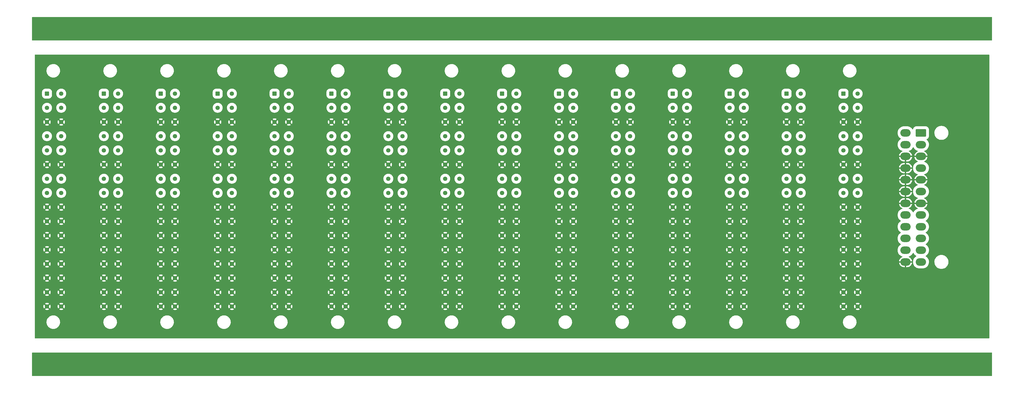
<source format=gbl>
G04 #@! TF.GenerationSoftware,KiCad,Pcbnew,(6.0.9-0)*
G04 #@! TF.CreationDate,2023-02-07T08:34:52+01:00*
G04 #@! TF.ProjectId,Backplane,4261636b-706c-4616-9e65-2e6b69636164,A*
G04 #@! TF.SameCoordinates,Original*
G04 #@! TF.FileFunction,Copper,L2,Bot*
G04 #@! TF.FilePolarity,Positive*
%FSLAX46Y46*%
G04 Gerber Fmt 4.6, Leading zero omitted, Abs format (unit mm)*
G04 Created by KiCad (PCBNEW (6.0.9-0)) date 2023-02-07 08:34:52*
%MOMM*%
%LPD*%
G01*
G04 APERTURE LIST*
G04 Aperture macros list*
%AMRoundRect*
0 Rectangle with rounded corners*
0 $1 Rounding radius*
0 $2 $3 $4 $5 $6 $7 $8 $9 X,Y pos of 4 corners*
0 Add a 4 corners polygon primitive as box body*
4,1,4,$2,$3,$4,$5,$6,$7,$8,$9,$2,$3,0*
0 Add four circle primitives for the rounded corners*
1,1,$1+$1,$2,$3*
1,1,$1+$1,$4,$5*
1,1,$1+$1,$6,$7*
1,1,$1+$1,$8,$9*
0 Add four rect primitives between the rounded corners*
20,1,$1+$1,$2,$3,$4,$5,0*
20,1,$1+$1,$4,$5,$6,$7,0*
20,1,$1+$1,$6,$7,$8,$9,0*
20,1,$1+$1,$8,$9,$2,$3,0*%
G04 Aperture macros list end*
G04 #@! TA.AperFunction,ComponentPad*
%ADD10RoundRect,0.249999X-0.525001X-0.525001X0.525001X-0.525001X0.525001X0.525001X-0.525001X0.525001X0*%
G04 #@! TD*
G04 #@! TA.AperFunction,ComponentPad*
%ADD11C,1.550000*%
G04 #@! TD*
G04 #@! TA.AperFunction,ComponentPad*
%ADD12C,5.500000*%
G04 #@! TD*
G04 #@! TA.AperFunction,ComponentPad*
%ADD13RoundRect,0.250001X-1.599999X1.099999X-1.599999X-1.099999X1.599999X-1.099999X1.599999X1.099999X0*%
G04 #@! TD*
G04 #@! TA.AperFunction,ComponentPad*
%ADD14O,3.700000X2.700000*%
G04 #@! TD*
G04 APERTURE END LIST*
D10*
X63757500Y-105700000D03*
D11*
X63757500Y-110780000D03*
X63757500Y-115860000D03*
X63757500Y-120940000D03*
X63757500Y-126020000D03*
X63757500Y-131100000D03*
X63757500Y-136180000D03*
X63757500Y-141260000D03*
X63757500Y-146340000D03*
X63757500Y-151420000D03*
X63757500Y-156500000D03*
X63757500Y-161580000D03*
X63757500Y-166660000D03*
X63757500Y-171740000D03*
X63757500Y-176820000D03*
X63757500Y-181900000D03*
X68837500Y-105700000D03*
X68837500Y-110780000D03*
X68837500Y-115860000D03*
X68837500Y-120940000D03*
X68837500Y-126020000D03*
X68837500Y-131100000D03*
X68837500Y-136180000D03*
X68837500Y-141260000D03*
X68837500Y-146340000D03*
X68837500Y-151420000D03*
X68837500Y-156500000D03*
X68837500Y-161580000D03*
X68837500Y-166660000D03*
X68837500Y-171740000D03*
X68837500Y-176820000D03*
X68837500Y-181900000D03*
D10*
X43437500Y-105700000D03*
D11*
X43437500Y-110780000D03*
X43437500Y-115860000D03*
X43437500Y-120940000D03*
X43437500Y-126020000D03*
X43437500Y-131100000D03*
X43437500Y-136180000D03*
X43437500Y-141260000D03*
X43437500Y-146340000D03*
X43437500Y-151420000D03*
X43437500Y-156500000D03*
X43437500Y-161580000D03*
X43437500Y-166660000D03*
X43437500Y-171740000D03*
X43437500Y-176820000D03*
X43437500Y-181900000D03*
X48517500Y-105700000D03*
X48517500Y-110780000D03*
X48517500Y-115860000D03*
X48517500Y-120940000D03*
X48517500Y-126020000D03*
X48517500Y-131100000D03*
X48517500Y-136180000D03*
X48517500Y-141260000D03*
X48517500Y-146340000D03*
X48517500Y-151420000D03*
X48517500Y-156500000D03*
X48517500Y-161580000D03*
X48517500Y-166660000D03*
X48517500Y-171740000D03*
X48517500Y-176820000D03*
X48517500Y-181900000D03*
D10*
X165357500Y-105700000D03*
D11*
X165357500Y-110780000D03*
X165357500Y-115860000D03*
X165357500Y-120940000D03*
X165357500Y-126020000D03*
X165357500Y-131100000D03*
X165357500Y-136180000D03*
X165357500Y-141260000D03*
X165357500Y-146340000D03*
X165357500Y-151420000D03*
X165357500Y-156500000D03*
X165357500Y-161580000D03*
X165357500Y-166660000D03*
X165357500Y-171740000D03*
X165357500Y-176820000D03*
X165357500Y-181900000D03*
X170437500Y-105700000D03*
X170437500Y-110780000D03*
X170437500Y-115860000D03*
X170437500Y-120940000D03*
X170437500Y-126020000D03*
X170437500Y-131100000D03*
X170437500Y-136180000D03*
X170437500Y-141260000D03*
X170437500Y-146340000D03*
X170437500Y-151420000D03*
X170437500Y-156500000D03*
X170437500Y-161580000D03*
X170437500Y-166660000D03*
X170437500Y-171740000D03*
X170437500Y-176820000D03*
X170437500Y-181900000D03*
D10*
X84077500Y-105700000D03*
D11*
X84077500Y-110780000D03*
X84077500Y-115860000D03*
X84077500Y-120940000D03*
X84077500Y-126020000D03*
X84077500Y-131100000D03*
X84077500Y-136180000D03*
X84077500Y-141260000D03*
X84077500Y-146340000D03*
X84077500Y-151420000D03*
X84077500Y-156500000D03*
X84077500Y-161580000D03*
X84077500Y-166660000D03*
X84077500Y-171740000D03*
X84077500Y-176820000D03*
X84077500Y-181900000D03*
X89157500Y-105700000D03*
X89157500Y-110780000D03*
X89157500Y-115860000D03*
X89157500Y-120940000D03*
X89157500Y-126020000D03*
X89157500Y-131100000D03*
X89157500Y-136180000D03*
X89157500Y-141260000D03*
X89157500Y-146340000D03*
X89157500Y-151420000D03*
X89157500Y-156500000D03*
X89157500Y-161580000D03*
X89157500Y-166660000D03*
X89157500Y-171740000D03*
X89157500Y-176820000D03*
X89157500Y-181900000D03*
D12*
X330200000Y-81280000D03*
X370840000Y-81280000D03*
X106680000Y-81280000D03*
D10*
X185677500Y-105700000D03*
D11*
X185677500Y-110780000D03*
X185677500Y-115860000D03*
X185677500Y-120940000D03*
X185677500Y-126020000D03*
X185677500Y-131100000D03*
X185677500Y-136180000D03*
X185677500Y-141260000D03*
X185677500Y-146340000D03*
X185677500Y-151420000D03*
X185677500Y-156500000D03*
X185677500Y-161580000D03*
X185677500Y-166660000D03*
X185677500Y-171740000D03*
X185677500Y-176820000D03*
X185677500Y-181900000D03*
X190757500Y-105700000D03*
X190757500Y-110780000D03*
X190757500Y-115860000D03*
X190757500Y-120940000D03*
X190757500Y-126020000D03*
X190757500Y-131100000D03*
X190757500Y-136180000D03*
X190757500Y-141260000D03*
X190757500Y-146340000D03*
X190757500Y-151420000D03*
X190757500Y-156500000D03*
X190757500Y-161580000D03*
X190757500Y-166660000D03*
X190757500Y-171740000D03*
X190757500Y-176820000D03*
X190757500Y-181900000D03*
D12*
X147320000Y-81280000D03*
D10*
X145037500Y-105700000D03*
D11*
X145037500Y-110780000D03*
X145037500Y-115860000D03*
X145037500Y-120940000D03*
X145037500Y-126020000D03*
X145037500Y-131100000D03*
X145037500Y-136180000D03*
X145037500Y-141260000D03*
X145037500Y-146340000D03*
X145037500Y-151420000D03*
X145037500Y-156500000D03*
X145037500Y-161580000D03*
X145037500Y-166660000D03*
X145037500Y-171740000D03*
X145037500Y-176820000D03*
X145037500Y-181900000D03*
X150117500Y-105700000D03*
X150117500Y-110780000D03*
X150117500Y-115860000D03*
X150117500Y-120940000D03*
X150117500Y-126020000D03*
X150117500Y-131100000D03*
X150117500Y-136180000D03*
X150117500Y-141260000D03*
X150117500Y-146340000D03*
X150117500Y-151420000D03*
X150117500Y-156500000D03*
X150117500Y-161580000D03*
X150117500Y-166660000D03*
X150117500Y-171740000D03*
X150117500Y-176820000D03*
X150117500Y-181900000D03*
D12*
X167640000Y-81280000D03*
X187960000Y-81280000D03*
X248920000Y-203780000D03*
D10*
X327917500Y-105700000D03*
D11*
X327917500Y-110780000D03*
X327917500Y-115860000D03*
X327917500Y-120940000D03*
X327917500Y-126020000D03*
X327917500Y-131100000D03*
X327917500Y-136180000D03*
X327917500Y-141260000D03*
X327917500Y-146340000D03*
X327917500Y-151420000D03*
X327917500Y-156500000D03*
X327917500Y-161580000D03*
X327917500Y-166660000D03*
X327917500Y-171740000D03*
X327917500Y-176820000D03*
X327917500Y-181900000D03*
X332997500Y-105700000D03*
X332997500Y-110780000D03*
X332997500Y-115860000D03*
X332997500Y-120940000D03*
X332997500Y-126020000D03*
X332997500Y-131100000D03*
X332997500Y-136180000D03*
X332997500Y-141260000D03*
X332997500Y-146340000D03*
X332997500Y-151420000D03*
X332997500Y-156500000D03*
X332997500Y-161580000D03*
X332997500Y-166660000D03*
X332997500Y-171740000D03*
X332997500Y-176820000D03*
X332997500Y-181900000D03*
D12*
X86360000Y-203780000D03*
X208280000Y-81280000D03*
X66040000Y-203780000D03*
D13*
X355600000Y-119765000D03*
D14*
X355600000Y-123965000D03*
X355600000Y-128165000D03*
X355600000Y-132365000D03*
X355600000Y-136565000D03*
X355600000Y-140765000D03*
X355600000Y-144965000D03*
X355600000Y-149165000D03*
X355600000Y-153365000D03*
X355600000Y-157565000D03*
X355600000Y-161765000D03*
X355600000Y-165965000D03*
X350100000Y-119765000D03*
X350100000Y-123965000D03*
X350100000Y-128165000D03*
X350100000Y-132365000D03*
X350100000Y-136565000D03*
X350100000Y-140765000D03*
X350100000Y-144965000D03*
X350100000Y-149165000D03*
X350100000Y-153365000D03*
X350100000Y-157565000D03*
X350100000Y-161765000D03*
X350100000Y-165965000D03*
D12*
X248920000Y-81280000D03*
X350520000Y-81280000D03*
X147320000Y-203780000D03*
D10*
X307597500Y-105700000D03*
D11*
X307597500Y-110780000D03*
X307597500Y-115860000D03*
X307597500Y-120940000D03*
X307597500Y-126020000D03*
X307597500Y-131100000D03*
X307597500Y-136180000D03*
X307597500Y-141260000D03*
X307597500Y-146340000D03*
X307597500Y-151420000D03*
X307597500Y-156500000D03*
X307597500Y-161580000D03*
X307597500Y-166660000D03*
X307597500Y-171740000D03*
X307597500Y-176820000D03*
X307597500Y-181900000D03*
X312677500Y-105700000D03*
X312677500Y-110780000D03*
X312677500Y-115860000D03*
X312677500Y-120940000D03*
X312677500Y-126020000D03*
X312677500Y-131100000D03*
X312677500Y-136180000D03*
X312677500Y-141260000D03*
X312677500Y-146340000D03*
X312677500Y-151420000D03*
X312677500Y-156500000D03*
X312677500Y-161580000D03*
X312677500Y-166660000D03*
X312677500Y-171740000D03*
X312677500Y-176820000D03*
X312677500Y-181900000D03*
D12*
X45720000Y-81280000D03*
D10*
X226317500Y-105700000D03*
D11*
X226317500Y-110780000D03*
X226317500Y-115860000D03*
X226317500Y-120940000D03*
X226317500Y-126020000D03*
X226317500Y-131100000D03*
X226317500Y-136180000D03*
X226317500Y-141260000D03*
X226317500Y-146340000D03*
X226317500Y-151420000D03*
X226317500Y-156500000D03*
X226317500Y-161580000D03*
X226317500Y-166660000D03*
X226317500Y-171740000D03*
X226317500Y-176820000D03*
X226317500Y-181900000D03*
X231397500Y-105700000D03*
X231397500Y-110780000D03*
X231397500Y-115860000D03*
X231397500Y-120940000D03*
X231397500Y-126020000D03*
X231397500Y-131100000D03*
X231397500Y-136180000D03*
X231397500Y-141260000D03*
X231397500Y-146340000D03*
X231397500Y-151420000D03*
X231397500Y-156500000D03*
X231397500Y-161580000D03*
X231397500Y-166660000D03*
X231397500Y-171740000D03*
X231397500Y-176820000D03*
X231397500Y-181900000D03*
D12*
X289560000Y-81280000D03*
D10*
X287277500Y-105700000D03*
D11*
X287277500Y-110780000D03*
X287277500Y-115860000D03*
X287277500Y-120940000D03*
X287277500Y-126020000D03*
X287277500Y-131100000D03*
X287277500Y-136180000D03*
X287277500Y-141260000D03*
X287277500Y-146340000D03*
X287277500Y-151420000D03*
X287277500Y-156500000D03*
X287277500Y-161580000D03*
X287277500Y-166660000D03*
X287277500Y-171740000D03*
X287277500Y-176820000D03*
X287277500Y-181900000D03*
X292357500Y-105700000D03*
X292357500Y-110780000D03*
X292357500Y-115860000D03*
X292357500Y-120940000D03*
X292357500Y-126020000D03*
X292357500Y-131100000D03*
X292357500Y-136180000D03*
X292357500Y-141260000D03*
X292357500Y-146340000D03*
X292357500Y-151420000D03*
X292357500Y-156500000D03*
X292357500Y-161580000D03*
X292357500Y-166660000D03*
X292357500Y-171740000D03*
X292357500Y-176820000D03*
X292357500Y-181900000D03*
D12*
X228600000Y-203780000D03*
X309880000Y-81280000D03*
X370840000Y-203780000D03*
X330200000Y-203780000D03*
X289560000Y-203780000D03*
X187960000Y-203780000D03*
X208280000Y-203780000D03*
D10*
X124717500Y-105700000D03*
D11*
X124717500Y-110780000D03*
X124717500Y-115860000D03*
X124717500Y-120940000D03*
X124717500Y-126020000D03*
X124717500Y-131100000D03*
X124717500Y-136180000D03*
X124717500Y-141260000D03*
X124717500Y-146340000D03*
X124717500Y-151420000D03*
X124717500Y-156500000D03*
X124717500Y-161580000D03*
X124717500Y-166660000D03*
X124717500Y-171740000D03*
X124717500Y-176820000D03*
X124717500Y-181900000D03*
X129797500Y-105700000D03*
X129797500Y-110780000D03*
X129797500Y-115860000D03*
X129797500Y-120940000D03*
X129797500Y-126020000D03*
X129797500Y-131100000D03*
X129797500Y-136180000D03*
X129797500Y-141260000D03*
X129797500Y-146340000D03*
X129797500Y-151420000D03*
X129797500Y-156500000D03*
X129797500Y-161580000D03*
X129797500Y-166660000D03*
X129797500Y-171740000D03*
X129797500Y-176820000D03*
X129797500Y-181900000D03*
D12*
X269240000Y-203780000D03*
D10*
X205997500Y-105700000D03*
D11*
X205997500Y-110780000D03*
X205997500Y-115860000D03*
X205997500Y-120940000D03*
X205997500Y-126020000D03*
X205997500Y-131100000D03*
X205997500Y-136180000D03*
X205997500Y-141260000D03*
X205997500Y-146340000D03*
X205997500Y-151420000D03*
X205997500Y-156500000D03*
X205997500Y-161580000D03*
X205997500Y-166660000D03*
X205997500Y-171740000D03*
X205997500Y-176820000D03*
X205997500Y-181900000D03*
X211077500Y-105700000D03*
X211077500Y-110780000D03*
X211077500Y-115860000D03*
X211077500Y-120940000D03*
X211077500Y-126020000D03*
X211077500Y-131100000D03*
X211077500Y-136180000D03*
X211077500Y-141260000D03*
X211077500Y-146340000D03*
X211077500Y-151420000D03*
X211077500Y-156500000D03*
X211077500Y-161580000D03*
X211077500Y-166660000D03*
X211077500Y-171740000D03*
X211077500Y-176820000D03*
X211077500Y-181900000D03*
D12*
X309880000Y-203780000D03*
D10*
X266957500Y-105700000D03*
D11*
X266957500Y-110780000D03*
X266957500Y-115860000D03*
X266957500Y-120940000D03*
X266957500Y-126020000D03*
X266957500Y-131100000D03*
X266957500Y-136180000D03*
X266957500Y-141260000D03*
X266957500Y-146340000D03*
X266957500Y-151420000D03*
X266957500Y-156500000D03*
X266957500Y-161580000D03*
X266957500Y-166660000D03*
X266957500Y-171740000D03*
X266957500Y-176820000D03*
X266957500Y-181900000D03*
X272037500Y-105700000D03*
X272037500Y-110780000D03*
X272037500Y-115860000D03*
X272037500Y-120940000D03*
X272037500Y-126020000D03*
X272037500Y-131100000D03*
X272037500Y-136180000D03*
X272037500Y-141260000D03*
X272037500Y-146340000D03*
X272037500Y-151420000D03*
X272037500Y-156500000D03*
X272037500Y-161580000D03*
X272037500Y-166660000D03*
X272037500Y-171740000D03*
X272037500Y-176820000D03*
X272037500Y-181900000D03*
D12*
X228600000Y-81280000D03*
X86360000Y-81280000D03*
X66040000Y-81280000D03*
D10*
X246637500Y-105700000D03*
D11*
X246637500Y-110780000D03*
X246637500Y-115860000D03*
X246637500Y-120940000D03*
X246637500Y-126020000D03*
X246637500Y-131100000D03*
X246637500Y-136180000D03*
X246637500Y-141260000D03*
X246637500Y-146340000D03*
X246637500Y-151420000D03*
X246637500Y-156500000D03*
X246637500Y-161580000D03*
X246637500Y-166660000D03*
X246637500Y-171740000D03*
X246637500Y-176820000D03*
X246637500Y-181900000D03*
X251717500Y-105700000D03*
X251717500Y-110780000D03*
X251717500Y-115860000D03*
X251717500Y-120940000D03*
X251717500Y-126020000D03*
X251717500Y-131100000D03*
X251717500Y-136180000D03*
X251717500Y-141260000D03*
X251717500Y-146340000D03*
X251717500Y-151420000D03*
X251717500Y-156500000D03*
X251717500Y-161580000D03*
X251717500Y-166660000D03*
X251717500Y-171740000D03*
X251717500Y-176820000D03*
X251717500Y-181900000D03*
D12*
X45720000Y-203780000D03*
X127000000Y-81280000D03*
D10*
X104397500Y-105700000D03*
D11*
X104397500Y-110780000D03*
X104397500Y-115860000D03*
X104397500Y-120940000D03*
X104397500Y-126020000D03*
X104397500Y-131100000D03*
X104397500Y-136180000D03*
X104397500Y-141260000D03*
X104397500Y-146340000D03*
X104397500Y-151420000D03*
X104397500Y-156500000D03*
X104397500Y-161580000D03*
X104397500Y-166660000D03*
X104397500Y-171740000D03*
X104397500Y-176820000D03*
X104397500Y-181900000D03*
X109477500Y-105700000D03*
X109477500Y-110780000D03*
X109477500Y-115860000D03*
X109477500Y-120940000D03*
X109477500Y-126020000D03*
X109477500Y-131100000D03*
X109477500Y-136180000D03*
X109477500Y-141260000D03*
X109477500Y-146340000D03*
X109477500Y-151420000D03*
X109477500Y-156500000D03*
X109477500Y-161580000D03*
X109477500Y-166660000D03*
X109477500Y-171740000D03*
X109477500Y-176820000D03*
X109477500Y-181900000D03*
D12*
X167640000Y-203780000D03*
X269240000Y-81280000D03*
X127000000Y-203780000D03*
X106680000Y-203780000D03*
X350520000Y-203780000D03*
G04 #@! TA.AperFunction,Conductor*
G36*
X380941121Y-198430002D02*
G01*
X380987614Y-198483658D01*
X380999000Y-198536000D01*
X380999000Y-206678000D01*
X380978998Y-206746121D01*
X380925342Y-206792614D01*
X380873000Y-206804000D01*
X38227000Y-206804000D01*
X38158879Y-206783998D01*
X38112386Y-206730342D01*
X38101000Y-206678000D01*
X38101000Y-198536000D01*
X38121002Y-198467879D01*
X38174658Y-198421386D01*
X38227000Y-198410000D01*
X380873000Y-198410000D01*
X380941121Y-198430002D01*
G37*
G04 #@! TD.AperFunction*
G04 #@! TA.AperFunction,Conductor*
G36*
X380941121Y-78276002D02*
G01*
X380987614Y-78329658D01*
X380999000Y-78382000D01*
X380999000Y-86524000D01*
X380978998Y-86592121D01*
X380925342Y-86638614D01*
X380873000Y-86650000D01*
X38227000Y-86650000D01*
X38158879Y-86629998D01*
X38112386Y-86576342D01*
X38101000Y-86524000D01*
X38101000Y-78382000D01*
X38121002Y-78313879D01*
X38174658Y-78267386D01*
X38227000Y-78256000D01*
X380873000Y-78256000D01*
X380941121Y-78276002D01*
G37*
G04 #@! TD.AperFunction*
G04 #@! TA.AperFunction,Conductor*
G36*
X379941621Y-91750002D02*
G01*
X379988114Y-91803658D01*
X379999500Y-91856000D01*
X379999500Y-193204000D01*
X379979498Y-193272121D01*
X379925842Y-193318614D01*
X379873500Y-193330000D01*
X39226500Y-193330000D01*
X39158379Y-193309998D01*
X39111886Y-193256342D01*
X39100500Y-193204000D01*
X39100500Y-187428221D01*
X43249138Y-187428221D01*
X43249225Y-187432222D01*
X43249225Y-187432230D01*
X43255801Y-187733588D01*
X43255889Y-187737605D01*
X43301897Y-188043624D01*
X43386416Y-188341316D01*
X43508076Y-188625855D01*
X43664904Y-188892630D01*
X43667357Y-188895798D01*
X43667359Y-188895801D01*
X43793891Y-189059218D01*
X43854360Y-189137315D01*
X44073370Y-189355943D01*
X44076551Y-189358397D01*
X44076552Y-189358398D01*
X44235699Y-189481179D01*
X44318385Y-189544971D01*
X44585433Y-189701334D01*
X44589118Y-189702902D01*
X44589122Y-189702904D01*
X44763469Y-189777089D01*
X44870184Y-189822497D01*
X44997888Y-189858513D01*
X45164156Y-189905406D01*
X45164165Y-189905408D01*
X45168023Y-189906496D01*
X45305249Y-189926882D01*
X45470823Y-189951480D01*
X45470825Y-189951480D01*
X45474122Y-189951970D01*
X45477453Y-189952110D01*
X45477457Y-189952110D01*
X45514450Y-189953660D01*
X45558346Y-189955500D01*
X45755785Y-189955500D01*
X45893863Y-189946692D01*
X45982321Y-189941049D01*
X45982325Y-189941048D01*
X45986330Y-189940793D01*
X45990264Y-189940032D01*
X45990271Y-189940031D01*
X46286216Y-189882773D01*
X46286220Y-189882772D01*
X46290153Y-189882011D01*
X46584045Y-189785100D01*
X46763514Y-189699306D01*
X46859609Y-189653368D01*
X46859612Y-189653367D01*
X46863240Y-189651632D01*
X47123213Y-189483769D01*
X47359750Y-189284234D01*
X47569015Y-189056260D01*
X47747617Y-188803545D01*
X47892660Y-188530183D01*
X48001793Y-188240608D01*
X48073246Y-187939512D01*
X48105862Y-187631779D01*
X48101421Y-187428221D01*
X63569138Y-187428221D01*
X63569225Y-187432222D01*
X63569225Y-187432230D01*
X63575801Y-187733588D01*
X63575889Y-187737605D01*
X63621897Y-188043624D01*
X63706416Y-188341316D01*
X63828076Y-188625855D01*
X63984904Y-188892630D01*
X63987357Y-188895798D01*
X63987359Y-188895801D01*
X64113891Y-189059218D01*
X64174360Y-189137315D01*
X64393370Y-189355943D01*
X64396551Y-189358397D01*
X64396552Y-189358398D01*
X64555699Y-189481179D01*
X64638385Y-189544971D01*
X64905433Y-189701334D01*
X64909118Y-189702902D01*
X64909122Y-189702904D01*
X65083469Y-189777089D01*
X65190184Y-189822497D01*
X65317888Y-189858513D01*
X65484156Y-189905406D01*
X65484165Y-189905408D01*
X65488023Y-189906496D01*
X65625249Y-189926882D01*
X65790823Y-189951480D01*
X65790825Y-189951480D01*
X65794122Y-189951970D01*
X65797453Y-189952110D01*
X65797457Y-189952110D01*
X65834450Y-189953660D01*
X65878346Y-189955500D01*
X66075785Y-189955500D01*
X66213863Y-189946692D01*
X66302321Y-189941049D01*
X66302325Y-189941048D01*
X66306330Y-189940793D01*
X66310264Y-189940032D01*
X66310271Y-189940031D01*
X66606216Y-189882773D01*
X66606220Y-189882772D01*
X66610153Y-189882011D01*
X66904045Y-189785100D01*
X67083514Y-189699306D01*
X67179609Y-189653368D01*
X67179612Y-189653367D01*
X67183240Y-189651632D01*
X67443213Y-189483769D01*
X67679750Y-189284234D01*
X67889015Y-189056260D01*
X68067617Y-188803545D01*
X68212660Y-188530183D01*
X68321793Y-188240608D01*
X68393246Y-187939512D01*
X68425862Y-187631779D01*
X68421421Y-187428221D01*
X83889138Y-187428221D01*
X83889225Y-187432222D01*
X83889225Y-187432230D01*
X83895801Y-187733588D01*
X83895889Y-187737605D01*
X83941897Y-188043624D01*
X84026416Y-188341316D01*
X84148076Y-188625855D01*
X84304904Y-188892630D01*
X84307357Y-188895798D01*
X84307359Y-188895801D01*
X84433891Y-189059218D01*
X84494360Y-189137315D01*
X84713370Y-189355943D01*
X84716551Y-189358397D01*
X84716552Y-189358398D01*
X84875699Y-189481179D01*
X84958385Y-189544971D01*
X85225433Y-189701334D01*
X85229118Y-189702902D01*
X85229122Y-189702904D01*
X85403469Y-189777089D01*
X85510184Y-189822497D01*
X85637888Y-189858513D01*
X85804156Y-189905406D01*
X85804165Y-189905408D01*
X85808023Y-189906496D01*
X85945249Y-189926882D01*
X86110823Y-189951480D01*
X86110825Y-189951480D01*
X86114122Y-189951970D01*
X86117453Y-189952110D01*
X86117457Y-189952110D01*
X86154450Y-189953660D01*
X86198346Y-189955500D01*
X86395785Y-189955500D01*
X86533863Y-189946692D01*
X86622321Y-189941049D01*
X86622325Y-189941048D01*
X86626330Y-189940793D01*
X86630264Y-189940032D01*
X86630271Y-189940031D01*
X86926216Y-189882773D01*
X86926220Y-189882772D01*
X86930153Y-189882011D01*
X87224045Y-189785100D01*
X87403514Y-189699306D01*
X87499609Y-189653368D01*
X87499612Y-189653367D01*
X87503240Y-189651632D01*
X87763213Y-189483769D01*
X87999750Y-189284234D01*
X88209015Y-189056260D01*
X88387617Y-188803545D01*
X88532660Y-188530183D01*
X88641793Y-188240608D01*
X88713246Y-187939512D01*
X88745862Y-187631779D01*
X88741421Y-187428221D01*
X104209138Y-187428221D01*
X104209225Y-187432222D01*
X104209225Y-187432230D01*
X104215801Y-187733588D01*
X104215889Y-187737605D01*
X104261897Y-188043624D01*
X104346416Y-188341316D01*
X104468076Y-188625855D01*
X104624904Y-188892630D01*
X104627357Y-188895798D01*
X104627359Y-188895801D01*
X104753891Y-189059218D01*
X104814360Y-189137315D01*
X105033370Y-189355943D01*
X105036551Y-189358397D01*
X105036552Y-189358398D01*
X105195699Y-189481179D01*
X105278385Y-189544971D01*
X105545433Y-189701334D01*
X105549118Y-189702902D01*
X105549122Y-189702904D01*
X105723469Y-189777089D01*
X105830184Y-189822497D01*
X105957888Y-189858513D01*
X106124156Y-189905406D01*
X106124165Y-189905408D01*
X106128023Y-189906496D01*
X106265249Y-189926882D01*
X106430823Y-189951480D01*
X106430825Y-189951480D01*
X106434122Y-189951970D01*
X106437453Y-189952110D01*
X106437457Y-189952110D01*
X106474450Y-189953660D01*
X106518346Y-189955500D01*
X106715785Y-189955500D01*
X106853863Y-189946692D01*
X106942321Y-189941049D01*
X106942325Y-189941048D01*
X106946330Y-189940793D01*
X106950264Y-189940032D01*
X106950271Y-189940031D01*
X107246216Y-189882773D01*
X107246220Y-189882772D01*
X107250153Y-189882011D01*
X107544045Y-189785100D01*
X107723514Y-189699306D01*
X107819609Y-189653368D01*
X107819612Y-189653367D01*
X107823240Y-189651632D01*
X108083213Y-189483769D01*
X108319750Y-189284234D01*
X108529015Y-189056260D01*
X108707617Y-188803545D01*
X108852660Y-188530183D01*
X108961793Y-188240608D01*
X109033246Y-187939512D01*
X109065862Y-187631779D01*
X109061421Y-187428221D01*
X124529138Y-187428221D01*
X124529225Y-187432222D01*
X124529225Y-187432230D01*
X124535801Y-187733588D01*
X124535889Y-187737605D01*
X124581897Y-188043624D01*
X124666416Y-188341316D01*
X124788076Y-188625855D01*
X124944904Y-188892630D01*
X124947357Y-188895798D01*
X124947359Y-188895801D01*
X125073891Y-189059218D01*
X125134360Y-189137315D01*
X125353370Y-189355943D01*
X125356551Y-189358397D01*
X125356552Y-189358398D01*
X125515699Y-189481179D01*
X125598385Y-189544971D01*
X125865433Y-189701334D01*
X125869118Y-189702902D01*
X125869122Y-189702904D01*
X126043469Y-189777089D01*
X126150184Y-189822497D01*
X126277888Y-189858513D01*
X126444156Y-189905406D01*
X126444165Y-189905408D01*
X126448023Y-189906496D01*
X126585249Y-189926882D01*
X126750823Y-189951480D01*
X126750825Y-189951480D01*
X126754122Y-189951970D01*
X126757453Y-189952110D01*
X126757457Y-189952110D01*
X126794450Y-189953660D01*
X126838346Y-189955500D01*
X127035785Y-189955500D01*
X127173863Y-189946692D01*
X127262321Y-189941049D01*
X127262325Y-189941048D01*
X127266330Y-189940793D01*
X127270264Y-189940032D01*
X127270271Y-189940031D01*
X127566216Y-189882773D01*
X127566220Y-189882772D01*
X127570153Y-189882011D01*
X127864045Y-189785100D01*
X128043514Y-189699306D01*
X128139609Y-189653368D01*
X128139612Y-189653367D01*
X128143240Y-189651632D01*
X128403213Y-189483769D01*
X128639750Y-189284234D01*
X128849015Y-189056260D01*
X129027617Y-188803545D01*
X129172660Y-188530183D01*
X129281793Y-188240608D01*
X129353246Y-187939512D01*
X129385862Y-187631779D01*
X129381421Y-187428221D01*
X144849138Y-187428221D01*
X144849225Y-187432222D01*
X144849225Y-187432230D01*
X144855801Y-187733588D01*
X144855889Y-187737605D01*
X144901897Y-188043624D01*
X144986416Y-188341316D01*
X145108076Y-188625855D01*
X145264904Y-188892630D01*
X145267357Y-188895798D01*
X145267359Y-188895801D01*
X145393891Y-189059218D01*
X145454360Y-189137315D01*
X145673370Y-189355943D01*
X145676551Y-189358397D01*
X145676552Y-189358398D01*
X145835699Y-189481179D01*
X145918385Y-189544971D01*
X146185433Y-189701334D01*
X146189118Y-189702902D01*
X146189122Y-189702904D01*
X146363469Y-189777089D01*
X146470184Y-189822497D01*
X146597888Y-189858513D01*
X146764156Y-189905406D01*
X146764165Y-189905408D01*
X146768023Y-189906496D01*
X146905249Y-189926882D01*
X147070823Y-189951480D01*
X147070825Y-189951480D01*
X147074122Y-189951970D01*
X147077453Y-189952110D01*
X147077457Y-189952110D01*
X147114450Y-189953660D01*
X147158346Y-189955500D01*
X147355785Y-189955500D01*
X147493863Y-189946692D01*
X147582321Y-189941049D01*
X147582325Y-189941048D01*
X147586330Y-189940793D01*
X147590264Y-189940032D01*
X147590271Y-189940031D01*
X147886216Y-189882773D01*
X147886220Y-189882772D01*
X147890153Y-189882011D01*
X148184045Y-189785100D01*
X148363514Y-189699306D01*
X148459609Y-189653368D01*
X148459612Y-189653367D01*
X148463240Y-189651632D01*
X148723213Y-189483769D01*
X148959750Y-189284234D01*
X149169015Y-189056260D01*
X149347617Y-188803545D01*
X149492660Y-188530183D01*
X149601793Y-188240608D01*
X149673246Y-187939512D01*
X149705862Y-187631779D01*
X149701421Y-187428221D01*
X165169138Y-187428221D01*
X165169225Y-187432222D01*
X165169225Y-187432230D01*
X165175801Y-187733588D01*
X165175889Y-187737605D01*
X165221897Y-188043624D01*
X165306416Y-188341316D01*
X165428076Y-188625855D01*
X165584904Y-188892630D01*
X165587357Y-188895798D01*
X165587359Y-188895801D01*
X165713891Y-189059218D01*
X165774360Y-189137315D01*
X165993370Y-189355943D01*
X165996551Y-189358397D01*
X165996552Y-189358398D01*
X166155699Y-189481179D01*
X166238385Y-189544971D01*
X166505433Y-189701334D01*
X166509118Y-189702902D01*
X166509122Y-189702904D01*
X166683469Y-189777089D01*
X166790184Y-189822497D01*
X166917888Y-189858513D01*
X167084156Y-189905406D01*
X167084165Y-189905408D01*
X167088023Y-189906496D01*
X167225249Y-189926882D01*
X167390823Y-189951480D01*
X167390825Y-189951480D01*
X167394122Y-189951970D01*
X167397453Y-189952110D01*
X167397457Y-189952110D01*
X167434450Y-189953660D01*
X167478346Y-189955500D01*
X167675785Y-189955500D01*
X167813863Y-189946692D01*
X167902321Y-189941049D01*
X167902325Y-189941048D01*
X167906330Y-189940793D01*
X167910264Y-189940032D01*
X167910271Y-189940031D01*
X168206216Y-189882773D01*
X168206220Y-189882772D01*
X168210153Y-189882011D01*
X168504045Y-189785100D01*
X168683514Y-189699306D01*
X168779609Y-189653368D01*
X168779612Y-189653367D01*
X168783240Y-189651632D01*
X169043213Y-189483769D01*
X169279750Y-189284234D01*
X169489015Y-189056260D01*
X169667617Y-188803545D01*
X169812660Y-188530183D01*
X169921793Y-188240608D01*
X169993246Y-187939512D01*
X170025862Y-187631779D01*
X170021421Y-187428221D01*
X185489138Y-187428221D01*
X185489225Y-187432222D01*
X185489225Y-187432230D01*
X185495801Y-187733588D01*
X185495889Y-187737605D01*
X185541897Y-188043624D01*
X185626416Y-188341316D01*
X185748076Y-188625855D01*
X185904904Y-188892630D01*
X185907357Y-188895798D01*
X185907359Y-188895801D01*
X186033891Y-189059218D01*
X186094360Y-189137315D01*
X186313370Y-189355943D01*
X186316551Y-189358397D01*
X186316552Y-189358398D01*
X186475699Y-189481179D01*
X186558385Y-189544971D01*
X186825433Y-189701334D01*
X186829118Y-189702902D01*
X186829122Y-189702904D01*
X187003469Y-189777089D01*
X187110184Y-189822497D01*
X187237888Y-189858513D01*
X187404156Y-189905406D01*
X187404165Y-189905408D01*
X187408023Y-189906496D01*
X187545249Y-189926882D01*
X187710823Y-189951480D01*
X187710825Y-189951480D01*
X187714122Y-189951970D01*
X187717453Y-189952110D01*
X187717457Y-189952110D01*
X187754450Y-189953660D01*
X187798346Y-189955500D01*
X187995785Y-189955500D01*
X188133863Y-189946692D01*
X188222321Y-189941049D01*
X188222325Y-189941048D01*
X188226330Y-189940793D01*
X188230264Y-189940032D01*
X188230271Y-189940031D01*
X188526216Y-189882773D01*
X188526220Y-189882772D01*
X188530153Y-189882011D01*
X188824045Y-189785100D01*
X189003514Y-189699306D01*
X189099609Y-189653368D01*
X189099612Y-189653367D01*
X189103240Y-189651632D01*
X189363213Y-189483769D01*
X189599750Y-189284234D01*
X189809015Y-189056260D01*
X189987617Y-188803545D01*
X190132660Y-188530183D01*
X190241793Y-188240608D01*
X190313246Y-187939512D01*
X190345862Y-187631779D01*
X190341421Y-187428221D01*
X205809138Y-187428221D01*
X205809225Y-187432222D01*
X205809225Y-187432230D01*
X205815801Y-187733588D01*
X205815889Y-187737605D01*
X205861897Y-188043624D01*
X205946416Y-188341316D01*
X206068076Y-188625855D01*
X206224904Y-188892630D01*
X206227357Y-188895798D01*
X206227359Y-188895801D01*
X206353891Y-189059218D01*
X206414360Y-189137315D01*
X206633370Y-189355943D01*
X206636551Y-189358397D01*
X206636552Y-189358398D01*
X206795699Y-189481179D01*
X206878385Y-189544971D01*
X207145433Y-189701334D01*
X207149118Y-189702902D01*
X207149122Y-189702904D01*
X207323469Y-189777089D01*
X207430184Y-189822497D01*
X207557888Y-189858513D01*
X207724156Y-189905406D01*
X207724165Y-189905408D01*
X207728023Y-189906496D01*
X207865249Y-189926882D01*
X208030823Y-189951480D01*
X208030825Y-189951480D01*
X208034122Y-189951970D01*
X208037453Y-189952110D01*
X208037457Y-189952110D01*
X208074450Y-189953660D01*
X208118346Y-189955500D01*
X208315785Y-189955500D01*
X208453863Y-189946692D01*
X208542321Y-189941049D01*
X208542325Y-189941048D01*
X208546330Y-189940793D01*
X208550264Y-189940032D01*
X208550271Y-189940031D01*
X208846216Y-189882773D01*
X208846220Y-189882772D01*
X208850153Y-189882011D01*
X209144045Y-189785100D01*
X209323514Y-189699306D01*
X209419609Y-189653368D01*
X209419612Y-189653367D01*
X209423240Y-189651632D01*
X209683213Y-189483769D01*
X209919750Y-189284234D01*
X210129015Y-189056260D01*
X210307617Y-188803545D01*
X210452660Y-188530183D01*
X210561793Y-188240608D01*
X210633246Y-187939512D01*
X210665862Y-187631779D01*
X210661421Y-187428221D01*
X226129138Y-187428221D01*
X226129225Y-187432222D01*
X226129225Y-187432230D01*
X226135801Y-187733588D01*
X226135889Y-187737605D01*
X226181897Y-188043624D01*
X226266416Y-188341316D01*
X226388076Y-188625855D01*
X226544904Y-188892630D01*
X226547357Y-188895798D01*
X226547359Y-188895801D01*
X226673891Y-189059218D01*
X226734360Y-189137315D01*
X226953370Y-189355943D01*
X226956551Y-189358397D01*
X226956552Y-189358398D01*
X227115699Y-189481179D01*
X227198385Y-189544971D01*
X227465433Y-189701334D01*
X227469118Y-189702902D01*
X227469122Y-189702904D01*
X227643469Y-189777089D01*
X227750184Y-189822497D01*
X227877888Y-189858513D01*
X228044156Y-189905406D01*
X228044165Y-189905408D01*
X228048023Y-189906496D01*
X228185249Y-189926882D01*
X228350823Y-189951480D01*
X228350825Y-189951480D01*
X228354122Y-189951970D01*
X228357453Y-189952110D01*
X228357457Y-189952110D01*
X228394450Y-189953660D01*
X228438346Y-189955500D01*
X228635785Y-189955500D01*
X228773863Y-189946692D01*
X228862321Y-189941049D01*
X228862325Y-189941048D01*
X228866330Y-189940793D01*
X228870264Y-189940032D01*
X228870271Y-189940031D01*
X229166216Y-189882773D01*
X229166220Y-189882772D01*
X229170153Y-189882011D01*
X229464045Y-189785100D01*
X229643514Y-189699306D01*
X229739609Y-189653368D01*
X229739612Y-189653367D01*
X229743240Y-189651632D01*
X230003213Y-189483769D01*
X230239750Y-189284234D01*
X230449015Y-189056260D01*
X230627617Y-188803545D01*
X230772660Y-188530183D01*
X230881793Y-188240608D01*
X230953246Y-187939512D01*
X230985862Y-187631779D01*
X230981421Y-187428221D01*
X246449138Y-187428221D01*
X246449225Y-187432222D01*
X246449225Y-187432230D01*
X246455801Y-187733588D01*
X246455889Y-187737605D01*
X246501897Y-188043624D01*
X246586416Y-188341316D01*
X246708076Y-188625855D01*
X246864904Y-188892630D01*
X246867357Y-188895798D01*
X246867359Y-188895801D01*
X246993891Y-189059218D01*
X247054360Y-189137315D01*
X247273370Y-189355943D01*
X247276551Y-189358397D01*
X247276552Y-189358398D01*
X247435699Y-189481179D01*
X247518385Y-189544971D01*
X247785433Y-189701334D01*
X247789118Y-189702902D01*
X247789122Y-189702904D01*
X247963469Y-189777089D01*
X248070184Y-189822497D01*
X248197888Y-189858513D01*
X248364156Y-189905406D01*
X248364165Y-189905408D01*
X248368023Y-189906496D01*
X248505249Y-189926882D01*
X248670823Y-189951480D01*
X248670825Y-189951480D01*
X248674122Y-189951970D01*
X248677453Y-189952110D01*
X248677457Y-189952110D01*
X248714450Y-189953660D01*
X248758346Y-189955500D01*
X248955785Y-189955500D01*
X249093863Y-189946692D01*
X249182321Y-189941049D01*
X249182325Y-189941048D01*
X249186330Y-189940793D01*
X249190264Y-189940032D01*
X249190271Y-189940031D01*
X249486216Y-189882773D01*
X249486220Y-189882772D01*
X249490153Y-189882011D01*
X249784045Y-189785100D01*
X249963514Y-189699306D01*
X250059609Y-189653368D01*
X250059612Y-189653367D01*
X250063240Y-189651632D01*
X250323213Y-189483769D01*
X250559750Y-189284234D01*
X250769015Y-189056260D01*
X250947617Y-188803545D01*
X251092660Y-188530183D01*
X251201793Y-188240608D01*
X251273246Y-187939512D01*
X251305862Y-187631779D01*
X251301421Y-187428221D01*
X266769138Y-187428221D01*
X266769225Y-187432222D01*
X266769225Y-187432230D01*
X266775801Y-187733588D01*
X266775889Y-187737605D01*
X266821897Y-188043624D01*
X266906416Y-188341316D01*
X267028076Y-188625855D01*
X267184904Y-188892630D01*
X267187357Y-188895798D01*
X267187359Y-188895801D01*
X267313891Y-189059218D01*
X267374360Y-189137315D01*
X267593370Y-189355943D01*
X267596551Y-189358397D01*
X267596552Y-189358398D01*
X267755699Y-189481179D01*
X267838385Y-189544971D01*
X268105433Y-189701334D01*
X268109118Y-189702902D01*
X268109122Y-189702904D01*
X268283469Y-189777089D01*
X268390184Y-189822497D01*
X268517888Y-189858513D01*
X268684156Y-189905406D01*
X268684165Y-189905408D01*
X268688023Y-189906496D01*
X268825249Y-189926882D01*
X268990823Y-189951480D01*
X268990825Y-189951480D01*
X268994122Y-189951970D01*
X268997453Y-189952110D01*
X268997457Y-189952110D01*
X269034450Y-189953660D01*
X269078346Y-189955500D01*
X269275785Y-189955500D01*
X269413863Y-189946692D01*
X269502321Y-189941049D01*
X269502325Y-189941048D01*
X269506330Y-189940793D01*
X269510264Y-189940032D01*
X269510271Y-189940031D01*
X269806216Y-189882773D01*
X269806220Y-189882772D01*
X269810153Y-189882011D01*
X270104045Y-189785100D01*
X270283514Y-189699306D01*
X270379609Y-189653368D01*
X270379612Y-189653367D01*
X270383240Y-189651632D01*
X270643213Y-189483769D01*
X270879750Y-189284234D01*
X271089015Y-189056260D01*
X271267617Y-188803545D01*
X271412660Y-188530183D01*
X271521793Y-188240608D01*
X271593246Y-187939512D01*
X271625862Y-187631779D01*
X271621421Y-187428221D01*
X287089138Y-187428221D01*
X287089225Y-187432222D01*
X287089225Y-187432230D01*
X287095801Y-187733588D01*
X287095889Y-187737605D01*
X287141897Y-188043624D01*
X287226416Y-188341316D01*
X287348076Y-188625855D01*
X287504904Y-188892630D01*
X287507357Y-188895798D01*
X287507359Y-188895801D01*
X287633891Y-189059218D01*
X287694360Y-189137315D01*
X287913370Y-189355943D01*
X287916551Y-189358397D01*
X287916552Y-189358398D01*
X288075699Y-189481179D01*
X288158385Y-189544971D01*
X288425433Y-189701334D01*
X288429118Y-189702902D01*
X288429122Y-189702904D01*
X288603469Y-189777089D01*
X288710184Y-189822497D01*
X288837888Y-189858513D01*
X289004156Y-189905406D01*
X289004165Y-189905408D01*
X289008023Y-189906496D01*
X289145249Y-189926882D01*
X289310823Y-189951480D01*
X289310825Y-189951480D01*
X289314122Y-189951970D01*
X289317453Y-189952110D01*
X289317457Y-189952110D01*
X289354450Y-189953660D01*
X289398346Y-189955500D01*
X289595785Y-189955500D01*
X289733863Y-189946692D01*
X289822321Y-189941049D01*
X289822325Y-189941048D01*
X289826330Y-189940793D01*
X289830264Y-189940032D01*
X289830271Y-189940031D01*
X290126216Y-189882773D01*
X290126220Y-189882772D01*
X290130153Y-189882011D01*
X290424045Y-189785100D01*
X290603514Y-189699306D01*
X290699609Y-189653368D01*
X290699612Y-189653367D01*
X290703240Y-189651632D01*
X290963213Y-189483769D01*
X291199750Y-189284234D01*
X291409015Y-189056260D01*
X291587617Y-188803545D01*
X291732660Y-188530183D01*
X291841793Y-188240608D01*
X291913246Y-187939512D01*
X291945862Y-187631779D01*
X291941421Y-187428221D01*
X307409138Y-187428221D01*
X307409225Y-187432222D01*
X307409225Y-187432230D01*
X307415801Y-187733588D01*
X307415889Y-187737605D01*
X307461897Y-188043624D01*
X307546416Y-188341316D01*
X307668076Y-188625855D01*
X307824904Y-188892630D01*
X307827357Y-188895798D01*
X307827359Y-188895801D01*
X307953891Y-189059218D01*
X308014360Y-189137315D01*
X308233370Y-189355943D01*
X308236551Y-189358397D01*
X308236552Y-189358398D01*
X308395699Y-189481179D01*
X308478385Y-189544971D01*
X308745433Y-189701334D01*
X308749118Y-189702902D01*
X308749122Y-189702904D01*
X308923469Y-189777089D01*
X309030184Y-189822497D01*
X309157888Y-189858513D01*
X309324156Y-189905406D01*
X309324165Y-189905408D01*
X309328023Y-189906496D01*
X309465249Y-189926882D01*
X309630823Y-189951480D01*
X309630825Y-189951480D01*
X309634122Y-189951970D01*
X309637453Y-189952110D01*
X309637457Y-189952110D01*
X309674450Y-189953660D01*
X309718346Y-189955500D01*
X309915785Y-189955500D01*
X310053863Y-189946692D01*
X310142321Y-189941049D01*
X310142325Y-189941048D01*
X310146330Y-189940793D01*
X310150264Y-189940032D01*
X310150271Y-189940031D01*
X310446216Y-189882773D01*
X310446220Y-189882772D01*
X310450153Y-189882011D01*
X310744045Y-189785100D01*
X310923514Y-189699306D01*
X311019609Y-189653368D01*
X311019612Y-189653367D01*
X311023240Y-189651632D01*
X311283213Y-189483769D01*
X311519750Y-189284234D01*
X311729015Y-189056260D01*
X311907617Y-188803545D01*
X312052660Y-188530183D01*
X312161793Y-188240608D01*
X312233246Y-187939512D01*
X312265862Y-187631779D01*
X312261421Y-187428221D01*
X327729138Y-187428221D01*
X327729225Y-187432222D01*
X327729225Y-187432230D01*
X327735801Y-187733588D01*
X327735889Y-187737605D01*
X327781897Y-188043624D01*
X327866416Y-188341316D01*
X327988076Y-188625855D01*
X328144904Y-188892630D01*
X328147357Y-188895798D01*
X328147359Y-188895801D01*
X328273891Y-189059218D01*
X328334360Y-189137315D01*
X328553370Y-189355943D01*
X328556551Y-189358397D01*
X328556552Y-189358398D01*
X328715699Y-189481179D01*
X328798385Y-189544971D01*
X329065433Y-189701334D01*
X329069118Y-189702902D01*
X329069122Y-189702904D01*
X329243469Y-189777089D01*
X329350184Y-189822497D01*
X329477888Y-189858513D01*
X329644156Y-189905406D01*
X329644165Y-189905408D01*
X329648023Y-189906496D01*
X329785249Y-189926882D01*
X329950823Y-189951480D01*
X329950825Y-189951480D01*
X329954122Y-189951970D01*
X329957453Y-189952110D01*
X329957457Y-189952110D01*
X329994450Y-189953660D01*
X330038346Y-189955500D01*
X330235785Y-189955500D01*
X330373863Y-189946692D01*
X330462321Y-189941049D01*
X330462325Y-189941048D01*
X330466330Y-189940793D01*
X330470264Y-189940032D01*
X330470271Y-189940031D01*
X330766216Y-189882773D01*
X330766220Y-189882772D01*
X330770153Y-189882011D01*
X331064045Y-189785100D01*
X331243514Y-189699306D01*
X331339609Y-189653368D01*
X331339612Y-189653367D01*
X331343240Y-189651632D01*
X331603213Y-189483769D01*
X331839750Y-189284234D01*
X332049015Y-189056260D01*
X332227617Y-188803545D01*
X332372660Y-188530183D01*
X332481793Y-188240608D01*
X332553246Y-187939512D01*
X332585862Y-187631779D01*
X332581421Y-187428221D01*
X332579199Y-187326412D01*
X332579199Y-187326407D01*
X332579111Y-187322395D01*
X332533103Y-187016376D01*
X332448584Y-186718684D01*
X332326924Y-186434145D01*
X332170096Y-186167370D01*
X332167641Y-186164199D01*
X331983091Y-185925850D01*
X331983088Y-185925846D01*
X331980640Y-185922685D01*
X331761630Y-185704057D01*
X331758448Y-185701602D01*
X331519808Y-185517492D01*
X331519804Y-185517489D01*
X331516615Y-185515029D01*
X331249567Y-185358666D01*
X331245882Y-185357098D01*
X331245878Y-185357096D01*
X330968510Y-185239075D01*
X330964816Y-185237503D01*
X330837112Y-185201487D01*
X330670844Y-185154594D01*
X330670835Y-185154592D01*
X330666977Y-185153504D01*
X330436114Y-185119207D01*
X330364177Y-185108520D01*
X330364175Y-185108520D01*
X330360878Y-185108030D01*
X330357547Y-185107890D01*
X330357543Y-185107890D01*
X330320550Y-185106340D01*
X330276654Y-185104500D01*
X330079215Y-185104500D01*
X329941137Y-185113308D01*
X329852679Y-185118951D01*
X329852675Y-185118952D01*
X329848670Y-185119207D01*
X329844736Y-185119968D01*
X329844729Y-185119969D01*
X329548784Y-185177227D01*
X329548780Y-185177228D01*
X329544847Y-185177989D01*
X329250955Y-185274900D01*
X329247324Y-185276636D01*
X329247321Y-185276637D01*
X328975391Y-185406632D01*
X328971760Y-185408368D01*
X328711787Y-185576231D01*
X328475250Y-185775766D01*
X328265985Y-186003740D01*
X328087383Y-186256455D01*
X327942340Y-186529817D01*
X327833207Y-186819392D01*
X327761754Y-187120488D01*
X327729138Y-187428221D01*
X312261421Y-187428221D01*
X312259199Y-187326412D01*
X312259199Y-187326407D01*
X312259111Y-187322395D01*
X312213103Y-187016376D01*
X312128584Y-186718684D01*
X312006924Y-186434145D01*
X311850096Y-186167370D01*
X311847641Y-186164199D01*
X311663091Y-185925850D01*
X311663088Y-185925846D01*
X311660640Y-185922685D01*
X311441630Y-185704057D01*
X311438448Y-185701602D01*
X311199808Y-185517492D01*
X311199804Y-185517489D01*
X311196615Y-185515029D01*
X310929567Y-185358666D01*
X310925882Y-185357098D01*
X310925878Y-185357096D01*
X310648510Y-185239075D01*
X310644816Y-185237503D01*
X310517112Y-185201487D01*
X310350844Y-185154594D01*
X310350835Y-185154592D01*
X310346977Y-185153504D01*
X310116114Y-185119207D01*
X310044177Y-185108520D01*
X310044175Y-185108520D01*
X310040878Y-185108030D01*
X310037547Y-185107890D01*
X310037543Y-185107890D01*
X310000550Y-185106340D01*
X309956654Y-185104500D01*
X309759215Y-185104500D01*
X309621137Y-185113308D01*
X309532679Y-185118951D01*
X309532675Y-185118952D01*
X309528670Y-185119207D01*
X309524736Y-185119968D01*
X309524729Y-185119969D01*
X309228784Y-185177227D01*
X309228780Y-185177228D01*
X309224847Y-185177989D01*
X308930955Y-185274900D01*
X308927324Y-185276636D01*
X308927321Y-185276637D01*
X308655391Y-185406632D01*
X308651760Y-185408368D01*
X308391787Y-185576231D01*
X308155250Y-185775766D01*
X307945985Y-186003740D01*
X307767383Y-186256455D01*
X307622340Y-186529817D01*
X307513207Y-186819392D01*
X307441754Y-187120488D01*
X307409138Y-187428221D01*
X291941421Y-187428221D01*
X291939199Y-187326412D01*
X291939199Y-187326407D01*
X291939111Y-187322395D01*
X291893103Y-187016376D01*
X291808584Y-186718684D01*
X291686924Y-186434145D01*
X291530096Y-186167370D01*
X291527641Y-186164199D01*
X291343091Y-185925850D01*
X291343088Y-185925846D01*
X291340640Y-185922685D01*
X291121630Y-185704057D01*
X291118448Y-185701602D01*
X290879808Y-185517492D01*
X290879804Y-185517489D01*
X290876615Y-185515029D01*
X290609567Y-185358666D01*
X290605882Y-185357098D01*
X290605878Y-185357096D01*
X290328510Y-185239075D01*
X290324816Y-185237503D01*
X290197112Y-185201487D01*
X290030844Y-185154594D01*
X290030835Y-185154592D01*
X290026977Y-185153504D01*
X289796114Y-185119207D01*
X289724177Y-185108520D01*
X289724175Y-185108520D01*
X289720878Y-185108030D01*
X289717547Y-185107890D01*
X289717543Y-185107890D01*
X289680550Y-185106340D01*
X289636654Y-185104500D01*
X289439215Y-185104500D01*
X289301137Y-185113308D01*
X289212679Y-185118951D01*
X289212675Y-185118952D01*
X289208670Y-185119207D01*
X289204736Y-185119968D01*
X289204729Y-185119969D01*
X288908784Y-185177227D01*
X288908780Y-185177228D01*
X288904847Y-185177989D01*
X288610955Y-185274900D01*
X288607324Y-185276636D01*
X288607321Y-185276637D01*
X288335391Y-185406632D01*
X288331760Y-185408368D01*
X288071787Y-185576231D01*
X287835250Y-185775766D01*
X287625985Y-186003740D01*
X287447383Y-186256455D01*
X287302340Y-186529817D01*
X287193207Y-186819392D01*
X287121754Y-187120488D01*
X287089138Y-187428221D01*
X271621421Y-187428221D01*
X271619199Y-187326412D01*
X271619199Y-187326407D01*
X271619111Y-187322395D01*
X271573103Y-187016376D01*
X271488584Y-186718684D01*
X271366924Y-186434145D01*
X271210096Y-186167370D01*
X271207641Y-186164199D01*
X271023091Y-185925850D01*
X271023088Y-185925846D01*
X271020640Y-185922685D01*
X270801630Y-185704057D01*
X270798448Y-185701602D01*
X270559808Y-185517492D01*
X270559804Y-185517489D01*
X270556615Y-185515029D01*
X270289567Y-185358666D01*
X270285882Y-185357098D01*
X270285878Y-185357096D01*
X270008510Y-185239075D01*
X270004816Y-185237503D01*
X269877112Y-185201487D01*
X269710844Y-185154594D01*
X269710835Y-185154592D01*
X269706977Y-185153504D01*
X269476114Y-185119207D01*
X269404177Y-185108520D01*
X269404175Y-185108520D01*
X269400878Y-185108030D01*
X269397547Y-185107890D01*
X269397543Y-185107890D01*
X269360550Y-185106340D01*
X269316654Y-185104500D01*
X269119215Y-185104500D01*
X268981137Y-185113308D01*
X268892679Y-185118951D01*
X268892675Y-185118952D01*
X268888670Y-185119207D01*
X268884736Y-185119968D01*
X268884729Y-185119969D01*
X268588784Y-185177227D01*
X268588780Y-185177228D01*
X268584847Y-185177989D01*
X268290955Y-185274900D01*
X268287324Y-185276636D01*
X268287321Y-185276637D01*
X268015391Y-185406632D01*
X268011760Y-185408368D01*
X267751787Y-185576231D01*
X267515250Y-185775766D01*
X267305985Y-186003740D01*
X267127383Y-186256455D01*
X266982340Y-186529817D01*
X266873207Y-186819392D01*
X266801754Y-187120488D01*
X266769138Y-187428221D01*
X251301421Y-187428221D01*
X251299199Y-187326412D01*
X251299199Y-187326407D01*
X251299111Y-187322395D01*
X251253103Y-187016376D01*
X251168584Y-186718684D01*
X251046924Y-186434145D01*
X250890096Y-186167370D01*
X250887641Y-186164199D01*
X250703091Y-185925850D01*
X250703088Y-185925846D01*
X250700640Y-185922685D01*
X250481630Y-185704057D01*
X250478448Y-185701602D01*
X250239808Y-185517492D01*
X250239804Y-185517489D01*
X250236615Y-185515029D01*
X249969567Y-185358666D01*
X249965882Y-185357098D01*
X249965878Y-185357096D01*
X249688510Y-185239075D01*
X249684816Y-185237503D01*
X249557112Y-185201487D01*
X249390844Y-185154594D01*
X249390835Y-185154592D01*
X249386977Y-185153504D01*
X249156114Y-185119207D01*
X249084177Y-185108520D01*
X249084175Y-185108520D01*
X249080878Y-185108030D01*
X249077547Y-185107890D01*
X249077543Y-185107890D01*
X249040550Y-185106340D01*
X248996654Y-185104500D01*
X248799215Y-185104500D01*
X248661137Y-185113308D01*
X248572679Y-185118951D01*
X248572675Y-185118952D01*
X248568670Y-185119207D01*
X248564736Y-185119968D01*
X248564729Y-185119969D01*
X248268784Y-185177227D01*
X248268780Y-185177228D01*
X248264847Y-185177989D01*
X247970955Y-185274900D01*
X247967324Y-185276636D01*
X247967321Y-185276637D01*
X247695391Y-185406632D01*
X247691760Y-185408368D01*
X247431787Y-185576231D01*
X247195250Y-185775766D01*
X246985985Y-186003740D01*
X246807383Y-186256455D01*
X246662340Y-186529817D01*
X246553207Y-186819392D01*
X246481754Y-187120488D01*
X246449138Y-187428221D01*
X230981421Y-187428221D01*
X230979199Y-187326412D01*
X230979199Y-187326407D01*
X230979111Y-187322395D01*
X230933103Y-187016376D01*
X230848584Y-186718684D01*
X230726924Y-186434145D01*
X230570096Y-186167370D01*
X230567641Y-186164199D01*
X230383091Y-185925850D01*
X230383088Y-185925846D01*
X230380640Y-185922685D01*
X230161630Y-185704057D01*
X230158448Y-185701602D01*
X229919808Y-185517492D01*
X229919804Y-185517489D01*
X229916615Y-185515029D01*
X229649567Y-185358666D01*
X229645882Y-185357098D01*
X229645878Y-185357096D01*
X229368510Y-185239075D01*
X229364816Y-185237503D01*
X229237112Y-185201487D01*
X229070844Y-185154594D01*
X229070835Y-185154592D01*
X229066977Y-185153504D01*
X228836114Y-185119207D01*
X228764177Y-185108520D01*
X228764175Y-185108520D01*
X228760878Y-185108030D01*
X228757547Y-185107890D01*
X228757543Y-185107890D01*
X228720550Y-185106340D01*
X228676654Y-185104500D01*
X228479215Y-185104500D01*
X228341137Y-185113308D01*
X228252679Y-185118951D01*
X228252675Y-185118952D01*
X228248670Y-185119207D01*
X228244736Y-185119968D01*
X228244729Y-185119969D01*
X227948784Y-185177227D01*
X227948780Y-185177228D01*
X227944847Y-185177989D01*
X227650955Y-185274900D01*
X227647324Y-185276636D01*
X227647321Y-185276637D01*
X227375391Y-185406632D01*
X227371760Y-185408368D01*
X227111787Y-185576231D01*
X226875250Y-185775766D01*
X226665985Y-186003740D01*
X226487383Y-186256455D01*
X226342340Y-186529817D01*
X226233207Y-186819392D01*
X226161754Y-187120488D01*
X226129138Y-187428221D01*
X210661421Y-187428221D01*
X210659199Y-187326412D01*
X210659199Y-187326407D01*
X210659111Y-187322395D01*
X210613103Y-187016376D01*
X210528584Y-186718684D01*
X210406924Y-186434145D01*
X210250096Y-186167370D01*
X210247641Y-186164199D01*
X210063091Y-185925850D01*
X210063088Y-185925846D01*
X210060640Y-185922685D01*
X209841630Y-185704057D01*
X209838448Y-185701602D01*
X209599808Y-185517492D01*
X209599804Y-185517489D01*
X209596615Y-185515029D01*
X209329567Y-185358666D01*
X209325882Y-185357098D01*
X209325878Y-185357096D01*
X209048510Y-185239075D01*
X209044816Y-185237503D01*
X208917112Y-185201487D01*
X208750844Y-185154594D01*
X208750835Y-185154592D01*
X208746977Y-185153504D01*
X208516114Y-185119207D01*
X208444177Y-185108520D01*
X208444175Y-185108520D01*
X208440878Y-185108030D01*
X208437547Y-185107890D01*
X208437543Y-185107890D01*
X208400550Y-185106340D01*
X208356654Y-185104500D01*
X208159215Y-185104500D01*
X208021137Y-185113308D01*
X207932679Y-185118951D01*
X207932675Y-185118952D01*
X207928670Y-185119207D01*
X207924736Y-185119968D01*
X207924729Y-185119969D01*
X207628784Y-185177227D01*
X207628780Y-185177228D01*
X207624847Y-185177989D01*
X207330955Y-185274900D01*
X207327324Y-185276636D01*
X207327321Y-185276637D01*
X207055391Y-185406632D01*
X207051760Y-185408368D01*
X206791787Y-185576231D01*
X206555250Y-185775766D01*
X206345985Y-186003740D01*
X206167383Y-186256455D01*
X206022340Y-186529817D01*
X205913207Y-186819392D01*
X205841754Y-187120488D01*
X205809138Y-187428221D01*
X190341421Y-187428221D01*
X190339199Y-187326412D01*
X190339199Y-187326407D01*
X190339111Y-187322395D01*
X190293103Y-187016376D01*
X190208584Y-186718684D01*
X190086924Y-186434145D01*
X189930096Y-186167370D01*
X189927641Y-186164199D01*
X189743091Y-185925850D01*
X189743088Y-185925846D01*
X189740640Y-185922685D01*
X189521630Y-185704057D01*
X189518448Y-185701602D01*
X189279808Y-185517492D01*
X189279804Y-185517489D01*
X189276615Y-185515029D01*
X189009567Y-185358666D01*
X189005882Y-185357098D01*
X189005878Y-185357096D01*
X188728510Y-185239075D01*
X188724816Y-185237503D01*
X188597112Y-185201487D01*
X188430844Y-185154594D01*
X188430835Y-185154592D01*
X188426977Y-185153504D01*
X188196114Y-185119207D01*
X188124177Y-185108520D01*
X188124175Y-185108520D01*
X188120878Y-185108030D01*
X188117547Y-185107890D01*
X188117543Y-185107890D01*
X188080550Y-185106340D01*
X188036654Y-185104500D01*
X187839215Y-185104500D01*
X187701137Y-185113308D01*
X187612679Y-185118951D01*
X187612675Y-185118952D01*
X187608670Y-185119207D01*
X187604736Y-185119968D01*
X187604729Y-185119969D01*
X187308784Y-185177227D01*
X187308780Y-185177228D01*
X187304847Y-185177989D01*
X187010955Y-185274900D01*
X187007324Y-185276636D01*
X187007321Y-185276637D01*
X186735391Y-185406632D01*
X186731760Y-185408368D01*
X186471787Y-185576231D01*
X186235250Y-185775766D01*
X186025985Y-186003740D01*
X185847383Y-186256455D01*
X185702340Y-186529817D01*
X185593207Y-186819392D01*
X185521754Y-187120488D01*
X185489138Y-187428221D01*
X170021421Y-187428221D01*
X170019199Y-187326412D01*
X170019199Y-187326407D01*
X170019111Y-187322395D01*
X169973103Y-187016376D01*
X169888584Y-186718684D01*
X169766924Y-186434145D01*
X169610096Y-186167370D01*
X169607641Y-186164199D01*
X169423091Y-185925850D01*
X169423088Y-185925846D01*
X169420640Y-185922685D01*
X169201630Y-185704057D01*
X169198448Y-185701602D01*
X168959808Y-185517492D01*
X168959804Y-185517489D01*
X168956615Y-185515029D01*
X168689567Y-185358666D01*
X168685882Y-185357098D01*
X168685878Y-185357096D01*
X168408510Y-185239075D01*
X168404816Y-185237503D01*
X168277112Y-185201487D01*
X168110844Y-185154594D01*
X168110835Y-185154592D01*
X168106977Y-185153504D01*
X167876114Y-185119207D01*
X167804177Y-185108520D01*
X167804175Y-185108520D01*
X167800878Y-185108030D01*
X167797547Y-185107890D01*
X167797543Y-185107890D01*
X167760550Y-185106340D01*
X167716654Y-185104500D01*
X167519215Y-185104500D01*
X167381137Y-185113308D01*
X167292679Y-185118951D01*
X167292675Y-185118952D01*
X167288670Y-185119207D01*
X167284736Y-185119968D01*
X167284729Y-185119969D01*
X166988784Y-185177227D01*
X166988780Y-185177228D01*
X166984847Y-185177989D01*
X166690955Y-185274900D01*
X166687324Y-185276636D01*
X166687321Y-185276637D01*
X166415391Y-185406632D01*
X166411760Y-185408368D01*
X166151787Y-185576231D01*
X165915250Y-185775766D01*
X165705985Y-186003740D01*
X165527383Y-186256455D01*
X165382340Y-186529817D01*
X165273207Y-186819392D01*
X165201754Y-187120488D01*
X165169138Y-187428221D01*
X149701421Y-187428221D01*
X149699199Y-187326412D01*
X149699199Y-187326407D01*
X149699111Y-187322395D01*
X149653103Y-187016376D01*
X149568584Y-186718684D01*
X149446924Y-186434145D01*
X149290096Y-186167370D01*
X149287641Y-186164199D01*
X149103091Y-185925850D01*
X149103088Y-185925846D01*
X149100640Y-185922685D01*
X148881630Y-185704057D01*
X148878448Y-185701602D01*
X148639808Y-185517492D01*
X148639804Y-185517489D01*
X148636615Y-185515029D01*
X148369567Y-185358666D01*
X148365882Y-185357098D01*
X148365878Y-185357096D01*
X148088510Y-185239075D01*
X148084816Y-185237503D01*
X147957112Y-185201487D01*
X147790844Y-185154594D01*
X147790835Y-185154592D01*
X147786977Y-185153504D01*
X147556114Y-185119207D01*
X147484177Y-185108520D01*
X147484175Y-185108520D01*
X147480878Y-185108030D01*
X147477547Y-185107890D01*
X147477543Y-185107890D01*
X147440550Y-185106340D01*
X147396654Y-185104500D01*
X147199215Y-185104500D01*
X147061137Y-185113308D01*
X146972679Y-185118951D01*
X146972675Y-185118952D01*
X146968670Y-185119207D01*
X146964736Y-185119968D01*
X146964729Y-185119969D01*
X146668784Y-185177227D01*
X146668780Y-185177228D01*
X146664847Y-185177989D01*
X146370955Y-185274900D01*
X146367324Y-185276636D01*
X146367321Y-185276637D01*
X146095391Y-185406632D01*
X146091760Y-185408368D01*
X145831787Y-185576231D01*
X145595250Y-185775766D01*
X145385985Y-186003740D01*
X145207383Y-186256455D01*
X145062340Y-186529817D01*
X144953207Y-186819392D01*
X144881754Y-187120488D01*
X144849138Y-187428221D01*
X129381421Y-187428221D01*
X129379199Y-187326412D01*
X129379199Y-187326407D01*
X129379111Y-187322395D01*
X129333103Y-187016376D01*
X129248584Y-186718684D01*
X129126924Y-186434145D01*
X128970096Y-186167370D01*
X128967641Y-186164199D01*
X128783091Y-185925850D01*
X128783088Y-185925846D01*
X128780640Y-185922685D01*
X128561630Y-185704057D01*
X128558448Y-185701602D01*
X128319808Y-185517492D01*
X128319804Y-185517489D01*
X128316615Y-185515029D01*
X128049567Y-185358666D01*
X128045882Y-185357098D01*
X128045878Y-185357096D01*
X127768510Y-185239075D01*
X127764816Y-185237503D01*
X127637112Y-185201487D01*
X127470844Y-185154594D01*
X127470835Y-185154592D01*
X127466977Y-185153504D01*
X127236114Y-185119207D01*
X127164177Y-185108520D01*
X127164175Y-185108520D01*
X127160878Y-185108030D01*
X127157547Y-185107890D01*
X127157543Y-185107890D01*
X127120550Y-185106340D01*
X127076654Y-185104500D01*
X126879215Y-185104500D01*
X126741137Y-185113308D01*
X126652679Y-185118951D01*
X126652675Y-185118952D01*
X126648670Y-185119207D01*
X126644736Y-185119968D01*
X126644729Y-185119969D01*
X126348784Y-185177227D01*
X126348780Y-185177228D01*
X126344847Y-185177989D01*
X126050955Y-185274900D01*
X126047324Y-185276636D01*
X126047321Y-185276637D01*
X125775391Y-185406632D01*
X125771760Y-185408368D01*
X125511787Y-185576231D01*
X125275250Y-185775766D01*
X125065985Y-186003740D01*
X124887383Y-186256455D01*
X124742340Y-186529817D01*
X124633207Y-186819392D01*
X124561754Y-187120488D01*
X124529138Y-187428221D01*
X109061421Y-187428221D01*
X109059199Y-187326412D01*
X109059199Y-187326407D01*
X109059111Y-187322395D01*
X109013103Y-187016376D01*
X108928584Y-186718684D01*
X108806924Y-186434145D01*
X108650096Y-186167370D01*
X108647641Y-186164199D01*
X108463091Y-185925850D01*
X108463088Y-185925846D01*
X108460640Y-185922685D01*
X108241630Y-185704057D01*
X108238448Y-185701602D01*
X107999808Y-185517492D01*
X107999804Y-185517489D01*
X107996615Y-185515029D01*
X107729567Y-185358666D01*
X107725882Y-185357098D01*
X107725878Y-185357096D01*
X107448510Y-185239075D01*
X107444816Y-185237503D01*
X107317112Y-185201487D01*
X107150844Y-185154594D01*
X107150835Y-185154592D01*
X107146977Y-185153504D01*
X106916114Y-185119207D01*
X106844177Y-185108520D01*
X106844175Y-185108520D01*
X106840878Y-185108030D01*
X106837547Y-185107890D01*
X106837543Y-185107890D01*
X106800550Y-185106340D01*
X106756654Y-185104500D01*
X106559215Y-185104500D01*
X106421137Y-185113308D01*
X106332679Y-185118951D01*
X106332675Y-185118952D01*
X106328670Y-185119207D01*
X106324736Y-185119968D01*
X106324729Y-185119969D01*
X106028784Y-185177227D01*
X106028780Y-185177228D01*
X106024847Y-185177989D01*
X105730955Y-185274900D01*
X105727324Y-185276636D01*
X105727321Y-185276637D01*
X105455391Y-185406632D01*
X105451760Y-185408368D01*
X105191787Y-185576231D01*
X104955250Y-185775766D01*
X104745985Y-186003740D01*
X104567383Y-186256455D01*
X104422340Y-186529817D01*
X104313207Y-186819392D01*
X104241754Y-187120488D01*
X104209138Y-187428221D01*
X88741421Y-187428221D01*
X88739199Y-187326412D01*
X88739199Y-187326407D01*
X88739111Y-187322395D01*
X88693103Y-187016376D01*
X88608584Y-186718684D01*
X88486924Y-186434145D01*
X88330096Y-186167370D01*
X88327641Y-186164199D01*
X88143091Y-185925850D01*
X88143088Y-185925846D01*
X88140640Y-185922685D01*
X87921630Y-185704057D01*
X87918448Y-185701602D01*
X87679808Y-185517492D01*
X87679804Y-185517489D01*
X87676615Y-185515029D01*
X87409567Y-185358666D01*
X87405882Y-185357098D01*
X87405878Y-185357096D01*
X87128510Y-185239075D01*
X87124816Y-185237503D01*
X86997112Y-185201487D01*
X86830844Y-185154594D01*
X86830835Y-185154592D01*
X86826977Y-185153504D01*
X86596114Y-185119207D01*
X86524177Y-185108520D01*
X86524175Y-185108520D01*
X86520878Y-185108030D01*
X86517547Y-185107890D01*
X86517543Y-185107890D01*
X86480550Y-185106340D01*
X86436654Y-185104500D01*
X86239215Y-185104500D01*
X86101137Y-185113308D01*
X86012679Y-185118951D01*
X86012675Y-185118952D01*
X86008670Y-185119207D01*
X86004736Y-185119968D01*
X86004729Y-185119969D01*
X85708784Y-185177227D01*
X85708780Y-185177228D01*
X85704847Y-185177989D01*
X85410955Y-185274900D01*
X85407324Y-185276636D01*
X85407321Y-185276637D01*
X85135391Y-185406632D01*
X85131760Y-185408368D01*
X84871787Y-185576231D01*
X84635250Y-185775766D01*
X84425985Y-186003740D01*
X84247383Y-186256455D01*
X84102340Y-186529817D01*
X83993207Y-186819392D01*
X83921754Y-187120488D01*
X83889138Y-187428221D01*
X68421421Y-187428221D01*
X68419199Y-187326412D01*
X68419199Y-187326407D01*
X68419111Y-187322395D01*
X68373103Y-187016376D01*
X68288584Y-186718684D01*
X68166924Y-186434145D01*
X68010096Y-186167370D01*
X68007641Y-186164199D01*
X67823091Y-185925850D01*
X67823088Y-185925846D01*
X67820640Y-185922685D01*
X67601630Y-185704057D01*
X67598448Y-185701602D01*
X67359808Y-185517492D01*
X67359804Y-185517489D01*
X67356615Y-185515029D01*
X67089567Y-185358666D01*
X67085882Y-185357098D01*
X67085878Y-185357096D01*
X66808510Y-185239075D01*
X66804816Y-185237503D01*
X66677112Y-185201487D01*
X66510844Y-185154594D01*
X66510835Y-185154592D01*
X66506977Y-185153504D01*
X66276114Y-185119207D01*
X66204177Y-185108520D01*
X66204175Y-185108520D01*
X66200878Y-185108030D01*
X66197547Y-185107890D01*
X66197543Y-185107890D01*
X66160550Y-185106340D01*
X66116654Y-185104500D01*
X65919215Y-185104500D01*
X65781137Y-185113308D01*
X65692679Y-185118951D01*
X65692675Y-185118952D01*
X65688670Y-185119207D01*
X65684736Y-185119968D01*
X65684729Y-185119969D01*
X65388784Y-185177227D01*
X65388780Y-185177228D01*
X65384847Y-185177989D01*
X65090955Y-185274900D01*
X65087324Y-185276636D01*
X65087321Y-185276637D01*
X64815391Y-185406632D01*
X64811760Y-185408368D01*
X64551787Y-185576231D01*
X64315250Y-185775766D01*
X64105985Y-186003740D01*
X63927383Y-186256455D01*
X63782340Y-186529817D01*
X63673207Y-186819392D01*
X63601754Y-187120488D01*
X63569138Y-187428221D01*
X48101421Y-187428221D01*
X48099199Y-187326412D01*
X48099199Y-187326407D01*
X48099111Y-187322395D01*
X48053103Y-187016376D01*
X47968584Y-186718684D01*
X47846924Y-186434145D01*
X47690096Y-186167370D01*
X47687641Y-186164199D01*
X47503091Y-185925850D01*
X47503088Y-185925846D01*
X47500640Y-185922685D01*
X47281630Y-185704057D01*
X47278448Y-185701602D01*
X47039808Y-185517492D01*
X47039804Y-185517489D01*
X47036615Y-185515029D01*
X46769567Y-185358666D01*
X46765882Y-185357098D01*
X46765878Y-185357096D01*
X46488510Y-185239075D01*
X46484816Y-185237503D01*
X46357112Y-185201487D01*
X46190844Y-185154594D01*
X46190835Y-185154592D01*
X46186977Y-185153504D01*
X45956114Y-185119207D01*
X45884177Y-185108520D01*
X45884175Y-185108520D01*
X45880878Y-185108030D01*
X45877547Y-185107890D01*
X45877543Y-185107890D01*
X45840550Y-185106340D01*
X45796654Y-185104500D01*
X45599215Y-185104500D01*
X45461137Y-185113308D01*
X45372679Y-185118951D01*
X45372675Y-185118952D01*
X45368670Y-185119207D01*
X45364736Y-185119968D01*
X45364729Y-185119969D01*
X45068784Y-185177227D01*
X45068780Y-185177228D01*
X45064847Y-185177989D01*
X44770955Y-185274900D01*
X44767324Y-185276636D01*
X44767321Y-185276637D01*
X44495391Y-185406632D01*
X44491760Y-185408368D01*
X44231787Y-185576231D01*
X43995250Y-185775766D01*
X43785985Y-186003740D01*
X43607383Y-186256455D01*
X43462340Y-186529817D01*
X43353207Y-186819392D01*
X43281754Y-187120488D01*
X43249138Y-187428221D01*
X39100500Y-187428221D01*
X39100500Y-182968112D01*
X42733943Y-182968112D01*
X42743239Y-182980127D01*
X42789041Y-183012198D01*
X42798536Y-183017681D01*
X42992030Y-183107908D01*
X43002322Y-183111654D01*
X43208543Y-183166911D01*
X43219338Y-183168814D01*
X43432025Y-183187422D01*
X43442975Y-183187422D01*
X43655662Y-183168814D01*
X43666457Y-183166911D01*
X43872678Y-183111654D01*
X43882970Y-183107908D01*
X44076464Y-183017681D01*
X44085959Y-183012198D01*
X44132599Y-182979540D01*
X44140974Y-182969063D01*
X44140474Y-182968112D01*
X47813943Y-182968112D01*
X47823239Y-182980127D01*
X47869041Y-183012198D01*
X47878536Y-183017681D01*
X48072030Y-183107908D01*
X48082322Y-183111654D01*
X48288543Y-183166911D01*
X48299338Y-183168814D01*
X48512025Y-183187422D01*
X48522975Y-183187422D01*
X48735662Y-183168814D01*
X48746457Y-183166911D01*
X48952678Y-183111654D01*
X48962970Y-183107908D01*
X49156464Y-183017681D01*
X49165959Y-183012198D01*
X49212599Y-182979540D01*
X49220974Y-182969063D01*
X49220474Y-182968112D01*
X63053943Y-182968112D01*
X63063239Y-182980127D01*
X63109041Y-183012198D01*
X63118536Y-183017681D01*
X63312030Y-183107908D01*
X63322322Y-183111654D01*
X63528543Y-183166911D01*
X63539338Y-183168814D01*
X63752025Y-183187422D01*
X63762975Y-183187422D01*
X63975662Y-183168814D01*
X63986457Y-183166911D01*
X64192678Y-183111654D01*
X64202970Y-183107908D01*
X64396464Y-183017681D01*
X64405959Y-183012198D01*
X64452599Y-182979540D01*
X64460974Y-182969063D01*
X64460474Y-182968112D01*
X68133943Y-182968112D01*
X68143239Y-182980127D01*
X68189041Y-183012198D01*
X68198536Y-183017681D01*
X68392030Y-183107908D01*
X68402322Y-183111654D01*
X68608543Y-183166911D01*
X68619338Y-183168814D01*
X68832025Y-183187422D01*
X68842975Y-183187422D01*
X69055662Y-183168814D01*
X69066457Y-183166911D01*
X69272678Y-183111654D01*
X69282970Y-183107908D01*
X69476464Y-183017681D01*
X69485959Y-183012198D01*
X69532599Y-182979540D01*
X69540974Y-182969063D01*
X69540474Y-182968112D01*
X83373943Y-182968112D01*
X83383239Y-182980127D01*
X83429041Y-183012198D01*
X83438536Y-183017681D01*
X83632030Y-183107908D01*
X83642322Y-183111654D01*
X83848543Y-183166911D01*
X83859338Y-183168814D01*
X84072025Y-183187422D01*
X84082975Y-183187422D01*
X84295662Y-183168814D01*
X84306457Y-183166911D01*
X84512678Y-183111654D01*
X84522970Y-183107908D01*
X84716464Y-183017681D01*
X84725959Y-183012198D01*
X84772599Y-182979540D01*
X84780974Y-182969063D01*
X84780474Y-182968112D01*
X88453943Y-182968112D01*
X88463239Y-182980127D01*
X88509041Y-183012198D01*
X88518536Y-183017681D01*
X88712030Y-183107908D01*
X88722322Y-183111654D01*
X88928543Y-183166911D01*
X88939338Y-183168814D01*
X89152025Y-183187422D01*
X89162975Y-183187422D01*
X89375662Y-183168814D01*
X89386457Y-183166911D01*
X89592678Y-183111654D01*
X89602970Y-183107908D01*
X89796464Y-183017681D01*
X89805959Y-183012198D01*
X89852599Y-182979540D01*
X89860974Y-182969063D01*
X89860474Y-182968112D01*
X103693943Y-182968112D01*
X103703239Y-182980127D01*
X103749041Y-183012198D01*
X103758536Y-183017681D01*
X103952030Y-183107908D01*
X103962322Y-183111654D01*
X104168543Y-183166911D01*
X104179338Y-183168814D01*
X104392025Y-183187422D01*
X104402975Y-183187422D01*
X104615662Y-183168814D01*
X104626457Y-183166911D01*
X104832678Y-183111654D01*
X104842970Y-183107908D01*
X105036464Y-183017681D01*
X105045959Y-183012198D01*
X105092599Y-182979540D01*
X105100974Y-182969063D01*
X105100474Y-182968112D01*
X108773943Y-182968112D01*
X108783239Y-182980127D01*
X108829041Y-183012198D01*
X108838536Y-183017681D01*
X109032030Y-183107908D01*
X109042322Y-183111654D01*
X109248543Y-183166911D01*
X109259338Y-183168814D01*
X109472025Y-183187422D01*
X109482975Y-183187422D01*
X109695662Y-183168814D01*
X109706457Y-183166911D01*
X109912678Y-183111654D01*
X109922970Y-183107908D01*
X110116464Y-183017681D01*
X110125959Y-183012198D01*
X110172599Y-182979540D01*
X110180974Y-182969063D01*
X110180474Y-182968112D01*
X124013943Y-182968112D01*
X124023239Y-182980127D01*
X124069041Y-183012198D01*
X124078536Y-183017681D01*
X124272030Y-183107908D01*
X124282322Y-183111654D01*
X124488543Y-183166911D01*
X124499338Y-183168814D01*
X124712025Y-183187422D01*
X124722975Y-183187422D01*
X124935662Y-183168814D01*
X124946457Y-183166911D01*
X125152678Y-183111654D01*
X125162970Y-183107908D01*
X125356464Y-183017681D01*
X125365959Y-183012198D01*
X125412599Y-182979540D01*
X125420974Y-182969063D01*
X125420474Y-182968112D01*
X129093943Y-182968112D01*
X129103239Y-182980127D01*
X129149041Y-183012198D01*
X129158536Y-183017681D01*
X129352030Y-183107908D01*
X129362322Y-183111654D01*
X129568543Y-183166911D01*
X129579338Y-183168814D01*
X129792025Y-183187422D01*
X129802975Y-183187422D01*
X130015662Y-183168814D01*
X130026457Y-183166911D01*
X130232678Y-183111654D01*
X130242970Y-183107908D01*
X130436464Y-183017681D01*
X130445959Y-183012198D01*
X130492599Y-182979540D01*
X130500974Y-182969063D01*
X130500474Y-182968112D01*
X144333943Y-182968112D01*
X144343239Y-182980127D01*
X144389041Y-183012198D01*
X144398536Y-183017681D01*
X144592030Y-183107908D01*
X144602322Y-183111654D01*
X144808543Y-183166911D01*
X144819338Y-183168814D01*
X145032025Y-183187422D01*
X145042975Y-183187422D01*
X145255662Y-183168814D01*
X145266457Y-183166911D01*
X145472678Y-183111654D01*
X145482970Y-183107908D01*
X145676464Y-183017681D01*
X145685959Y-183012198D01*
X145732599Y-182979540D01*
X145740974Y-182969063D01*
X145740474Y-182968112D01*
X149413943Y-182968112D01*
X149423239Y-182980127D01*
X149469041Y-183012198D01*
X149478536Y-183017681D01*
X149672030Y-183107908D01*
X149682322Y-183111654D01*
X149888543Y-183166911D01*
X149899338Y-183168814D01*
X150112025Y-183187422D01*
X150122975Y-183187422D01*
X150335662Y-183168814D01*
X150346457Y-183166911D01*
X150552678Y-183111654D01*
X150562970Y-183107908D01*
X150756464Y-183017681D01*
X150765959Y-183012198D01*
X150812599Y-182979540D01*
X150820974Y-182969063D01*
X150820474Y-182968112D01*
X164653943Y-182968112D01*
X164663239Y-182980127D01*
X164709041Y-183012198D01*
X164718536Y-183017681D01*
X164912030Y-183107908D01*
X164922322Y-183111654D01*
X165128543Y-183166911D01*
X165139338Y-183168814D01*
X165352025Y-183187422D01*
X165362975Y-183187422D01*
X165575662Y-183168814D01*
X165586457Y-183166911D01*
X165792678Y-183111654D01*
X165802970Y-183107908D01*
X165996464Y-183017681D01*
X166005959Y-183012198D01*
X166052599Y-182979540D01*
X166060974Y-182969063D01*
X166060474Y-182968112D01*
X169733943Y-182968112D01*
X169743239Y-182980127D01*
X169789041Y-183012198D01*
X169798536Y-183017681D01*
X169992030Y-183107908D01*
X170002322Y-183111654D01*
X170208543Y-183166911D01*
X170219338Y-183168814D01*
X170432025Y-183187422D01*
X170442975Y-183187422D01*
X170655662Y-183168814D01*
X170666457Y-183166911D01*
X170872678Y-183111654D01*
X170882970Y-183107908D01*
X171076464Y-183017681D01*
X171085959Y-183012198D01*
X171132599Y-182979540D01*
X171140974Y-182969063D01*
X171140474Y-182968112D01*
X184973943Y-182968112D01*
X184983239Y-182980127D01*
X185029041Y-183012198D01*
X185038536Y-183017681D01*
X185232030Y-183107908D01*
X185242322Y-183111654D01*
X185448543Y-183166911D01*
X185459338Y-183168814D01*
X185672025Y-183187422D01*
X185682975Y-183187422D01*
X185895662Y-183168814D01*
X185906457Y-183166911D01*
X186112678Y-183111654D01*
X186122970Y-183107908D01*
X186316464Y-183017681D01*
X186325959Y-183012198D01*
X186372599Y-182979540D01*
X186380974Y-182969063D01*
X186380474Y-182968112D01*
X190053943Y-182968112D01*
X190063239Y-182980127D01*
X190109041Y-183012198D01*
X190118536Y-183017681D01*
X190312030Y-183107908D01*
X190322322Y-183111654D01*
X190528543Y-183166911D01*
X190539338Y-183168814D01*
X190752025Y-183187422D01*
X190762975Y-183187422D01*
X190975662Y-183168814D01*
X190986457Y-183166911D01*
X191192678Y-183111654D01*
X191202970Y-183107908D01*
X191396464Y-183017681D01*
X191405959Y-183012198D01*
X191452599Y-182979540D01*
X191460974Y-182969063D01*
X191460474Y-182968112D01*
X205293943Y-182968112D01*
X205303239Y-182980127D01*
X205349041Y-183012198D01*
X205358536Y-183017681D01*
X205552030Y-183107908D01*
X205562322Y-183111654D01*
X205768543Y-183166911D01*
X205779338Y-183168814D01*
X205992025Y-183187422D01*
X206002975Y-183187422D01*
X206215662Y-183168814D01*
X206226457Y-183166911D01*
X206432678Y-183111654D01*
X206442970Y-183107908D01*
X206636464Y-183017681D01*
X206645959Y-183012198D01*
X206692599Y-182979540D01*
X206700974Y-182969063D01*
X206700474Y-182968112D01*
X210373943Y-182968112D01*
X210383239Y-182980127D01*
X210429041Y-183012198D01*
X210438536Y-183017681D01*
X210632030Y-183107908D01*
X210642322Y-183111654D01*
X210848543Y-183166911D01*
X210859338Y-183168814D01*
X211072025Y-183187422D01*
X211082975Y-183187422D01*
X211295662Y-183168814D01*
X211306457Y-183166911D01*
X211512678Y-183111654D01*
X211522970Y-183107908D01*
X211716464Y-183017681D01*
X211725959Y-183012198D01*
X211772599Y-182979540D01*
X211780974Y-182969063D01*
X211780474Y-182968112D01*
X225613943Y-182968112D01*
X225623239Y-182980127D01*
X225669041Y-183012198D01*
X225678536Y-183017681D01*
X225872030Y-183107908D01*
X225882322Y-183111654D01*
X226088543Y-183166911D01*
X226099338Y-183168814D01*
X226312025Y-183187422D01*
X226322975Y-183187422D01*
X226535662Y-183168814D01*
X226546457Y-183166911D01*
X226752678Y-183111654D01*
X226762970Y-183107908D01*
X226956464Y-183017681D01*
X226965959Y-183012198D01*
X227012599Y-182979540D01*
X227020974Y-182969063D01*
X227020474Y-182968112D01*
X230693943Y-182968112D01*
X230703239Y-182980127D01*
X230749041Y-183012198D01*
X230758536Y-183017681D01*
X230952030Y-183107908D01*
X230962322Y-183111654D01*
X231168543Y-183166911D01*
X231179338Y-183168814D01*
X231392025Y-183187422D01*
X231402975Y-183187422D01*
X231615662Y-183168814D01*
X231626457Y-183166911D01*
X231832678Y-183111654D01*
X231842970Y-183107908D01*
X232036464Y-183017681D01*
X232045959Y-183012198D01*
X232092599Y-182979540D01*
X232100974Y-182969063D01*
X232100474Y-182968112D01*
X245933943Y-182968112D01*
X245943239Y-182980127D01*
X245989041Y-183012198D01*
X245998536Y-183017681D01*
X246192030Y-183107908D01*
X246202322Y-183111654D01*
X246408543Y-183166911D01*
X246419338Y-183168814D01*
X246632025Y-183187422D01*
X246642975Y-183187422D01*
X246855662Y-183168814D01*
X246866457Y-183166911D01*
X247072678Y-183111654D01*
X247082970Y-183107908D01*
X247276464Y-183017681D01*
X247285959Y-183012198D01*
X247332599Y-182979540D01*
X247340974Y-182969063D01*
X247340474Y-182968112D01*
X251013943Y-182968112D01*
X251023239Y-182980127D01*
X251069041Y-183012198D01*
X251078536Y-183017681D01*
X251272030Y-183107908D01*
X251282322Y-183111654D01*
X251488543Y-183166911D01*
X251499338Y-183168814D01*
X251712025Y-183187422D01*
X251722975Y-183187422D01*
X251935662Y-183168814D01*
X251946457Y-183166911D01*
X252152678Y-183111654D01*
X252162970Y-183107908D01*
X252356464Y-183017681D01*
X252365959Y-183012198D01*
X252412599Y-182979540D01*
X252420974Y-182969063D01*
X252420474Y-182968112D01*
X266253943Y-182968112D01*
X266263239Y-182980127D01*
X266309041Y-183012198D01*
X266318536Y-183017681D01*
X266512030Y-183107908D01*
X266522322Y-183111654D01*
X266728543Y-183166911D01*
X266739338Y-183168814D01*
X266952025Y-183187422D01*
X266962975Y-183187422D01*
X267175662Y-183168814D01*
X267186457Y-183166911D01*
X267392678Y-183111654D01*
X267402970Y-183107908D01*
X267596464Y-183017681D01*
X267605959Y-183012198D01*
X267652599Y-182979540D01*
X267660974Y-182969063D01*
X267660474Y-182968112D01*
X271333943Y-182968112D01*
X271343239Y-182980127D01*
X271389041Y-183012198D01*
X271398536Y-183017681D01*
X271592030Y-183107908D01*
X271602322Y-183111654D01*
X271808543Y-183166911D01*
X271819338Y-183168814D01*
X272032025Y-183187422D01*
X272042975Y-183187422D01*
X272255662Y-183168814D01*
X272266457Y-183166911D01*
X272472678Y-183111654D01*
X272482970Y-183107908D01*
X272676464Y-183017681D01*
X272685959Y-183012198D01*
X272732599Y-182979540D01*
X272740974Y-182969063D01*
X272740474Y-182968112D01*
X286573943Y-182968112D01*
X286583239Y-182980127D01*
X286629041Y-183012198D01*
X286638536Y-183017681D01*
X286832030Y-183107908D01*
X286842322Y-183111654D01*
X287048543Y-183166911D01*
X287059338Y-183168814D01*
X287272025Y-183187422D01*
X287282975Y-183187422D01*
X287495662Y-183168814D01*
X287506457Y-183166911D01*
X287712678Y-183111654D01*
X287722970Y-183107908D01*
X287916464Y-183017681D01*
X287925959Y-183012198D01*
X287972599Y-182979540D01*
X287980974Y-182969063D01*
X287980474Y-182968112D01*
X291653943Y-182968112D01*
X291663239Y-182980127D01*
X291709041Y-183012198D01*
X291718536Y-183017681D01*
X291912030Y-183107908D01*
X291922322Y-183111654D01*
X292128543Y-183166911D01*
X292139338Y-183168814D01*
X292352025Y-183187422D01*
X292362975Y-183187422D01*
X292575662Y-183168814D01*
X292586457Y-183166911D01*
X292792678Y-183111654D01*
X292802970Y-183107908D01*
X292996464Y-183017681D01*
X293005959Y-183012198D01*
X293052599Y-182979540D01*
X293060974Y-182969063D01*
X293060474Y-182968112D01*
X306893943Y-182968112D01*
X306903239Y-182980127D01*
X306949041Y-183012198D01*
X306958536Y-183017681D01*
X307152030Y-183107908D01*
X307162322Y-183111654D01*
X307368543Y-183166911D01*
X307379338Y-183168814D01*
X307592025Y-183187422D01*
X307602975Y-183187422D01*
X307815662Y-183168814D01*
X307826457Y-183166911D01*
X308032678Y-183111654D01*
X308042970Y-183107908D01*
X308236464Y-183017681D01*
X308245959Y-183012198D01*
X308292599Y-182979540D01*
X308300974Y-182969063D01*
X308300474Y-182968112D01*
X311973943Y-182968112D01*
X311983239Y-182980127D01*
X312029041Y-183012198D01*
X312038536Y-183017681D01*
X312232030Y-183107908D01*
X312242322Y-183111654D01*
X312448543Y-183166911D01*
X312459338Y-183168814D01*
X312672025Y-183187422D01*
X312682975Y-183187422D01*
X312895662Y-183168814D01*
X312906457Y-183166911D01*
X313112678Y-183111654D01*
X313122970Y-183107908D01*
X313316464Y-183017681D01*
X313325959Y-183012198D01*
X313372599Y-182979540D01*
X313380974Y-182969063D01*
X313380474Y-182968112D01*
X327213943Y-182968112D01*
X327223239Y-182980127D01*
X327269041Y-183012198D01*
X327278536Y-183017681D01*
X327472030Y-183107908D01*
X327482322Y-183111654D01*
X327688543Y-183166911D01*
X327699338Y-183168814D01*
X327912025Y-183187422D01*
X327922975Y-183187422D01*
X328135662Y-183168814D01*
X328146457Y-183166911D01*
X328352678Y-183111654D01*
X328362970Y-183107908D01*
X328556464Y-183017681D01*
X328565959Y-183012198D01*
X328612599Y-182979540D01*
X328620974Y-182969063D01*
X328620474Y-182968112D01*
X332293943Y-182968112D01*
X332303239Y-182980127D01*
X332349041Y-183012198D01*
X332358536Y-183017681D01*
X332552030Y-183107908D01*
X332562322Y-183111654D01*
X332768543Y-183166911D01*
X332779338Y-183168814D01*
X332992025Y-183187422D01*
X333002975Y-183187422D01*
X333215662Y-183168814D01*
X333226457Y-183166911D01*
X333432678Y-183111654D01*
X333442970Y-183107908D01*
X333636464Y-183017681D01*
X333645959Y-183012198D01*
X333692599Y-182979540D01*
X333700974Y-182969063D01*
X333693906Y-182955616D01*
X333010312Y-182272022D01*
X332996368Y-182264408D01*
X332994535Y-182264539D01*
X332987920Y-182268790D01*
X332300373Y-182956337D01*
X332293943Y-182968112D01*
X328620474Y-182968112D01*
X328613906Y-182955616D01*
X327930312Y-182272022D01*
X327916368Y-182264408D01*
X327914535Y-182264539D01*
X327907920Y-182268790D01*
X327220373Y-182956337D01*
X327213943Y-182968112D01*
X313380474Y-182968112D01*
X313373906Y-182955616D01*
X312690312Y-182272022D01*
X312676368Y-182264408D01*
X312674535Y-182264539D01*
X312667920Y-182268790D01*
X311980373Y-182956337D01*
X311973943Y-182968112D01*
X308300474Y-182968112D01*
X308293906Y-182955616D01*
X307610312Y-182272022D01*
X307596368Y-182264408D01*
X307594535Y-182264539D01*
X307587920Y-182268790D01*
X306900373Y-182956337D01*
X306893943Y-182968112D01*
X293060474Y-182968112D01*
X293053906Y-182955616D01*
X292370312Y-182272022D01*
X292356368Y-182264408D01*
X292354535Y-182264539D01*
X292347920Y-182268790D01*
X291660373Y-182956337D01*
X291653943Y-182968112D01*
X287980474Y-182968112D01*
X287973906Y-182955616D01*
X287290312Y-182272022D01*
X287276368Y-182264408D01*
X287274535Y-182264539D01*
X287267920Y-182268790D01*
X286580373Y-182956337D01*
X286573943Y-182968112D01*
X272740474Y-182968112D01*
X272733906Y-182955616D01*
X272050312Y-182272022D01*
X272036368Y-182264408D01*
X272034535Y-182264539D01*
X272027920Y-182268790D01*
X271340373Y-182956337D01*
X271333943Y-182968112D01*
X267660474Y-182968112D01*
X267653906Y-182955616D01*
X266970312Y-182272022D01*
X266956368Y-182264408D01*
X266954535Y-182264539D01*
X266947920Y-182268790D01*
X266260373Y-182956337D01*
X266253943Y-182968112D01*
X252420474Y-182968112D01*
X252413906Y-182955616D01*
X251730312Y-182272022D01*
X251716368Y-182264408D01*
X251714535Y-182264539D01*
X251707920Y-182268790D01*
X251020373Y-182956337D01*
X251013943Y-182968112D01*
X247340474Y-182968112D01*
X247333906Y-182955616D01*
X246650312Y-182272022D01*
X246636368Y-182264408D01*
X246634535Y-182264539D01*
X246627920Y-182268790D01*
X245940373Y-182956337D01*
X245933943Y-182968112D01*
X232100474Y-182968112D01*
X232093906Y-182955616D01*
X231410312Y-182272022D01*
X231396368Y-182264408D01*
X231394535Y-182264539D01*
X231387920Y-182268790D01*
X230700373Y-182956337D01*
X230693943Y-182968112D01*
X227020474Y-182968112D01*
X227013906Y-182955616D01*
X226330312Y-182272022D01*
X226316368Y-182264408D01*
X226314535Y-182264539D01*
X226307920Y-182268790D01*
X225620373Y-182956337D01*
X225613943Y-182968112D01*
X211780474Y-182968112D01*
X211773906Y-182955616D01*
X211090312Y-182272022D01*
X211076368Y-182264408D01*
X211074535Y-182264539D01*
X211067920Y-182268790D01*
X210380373Y-182956337D01*
X210373943Y-182968112D01*
X206700474Y-182968112D01*
X206693906Y-182955616D01*
X206010312Y-182272022D01*
X205996368Y-182264408D01*
X205994535Y-182264539D01*
X205987920Y-182268790D01*
X205300373Y-182956337D01*
X205293943Y-182968112D01*
X191460474Y-182968112D01*
X191453906Y-182955616D01*
X190770312Y-182272022D01*
X190756368Y-182264408D01*
X190754535Y-182264539D01*
X190747920Y-182268790D01*
X190060373Y-182956337D01*
X190053943Y-182968112D01*
X186380474Y-182968112D01*
X186373906Y-182955616D01*
X185690312Y-182272022D01*
X185676368Y-182264408D01*
X185674535Y-182264539D01*
X185667920Y-182268790D01*
X184980373Y-182956337D01*
X184973943Y-182968112D01*
X171140474Y-182968112D01*
X171133906Y-182955616D01*
X170450312Y-182272022D01*
X170436368Y-182264408D01*
X170434535Y-182264539D01*
X170427920Y-182268790D01*
X169740373Y-182956337D01*
X169733943Y-182968112D01*
X166060474Y-182968112D01*
X166053906Y-182955616D01*
X165370312Y-182272022D01*
X165356368Y-182264408D01*
X165354535Y-182264539D01*
X165347920Y-182268790D01*
X164660373Y-182956337D01*
X164653943Y-182968112D01*
X150820474Y-182968112D01*
X150813906Y-182955616D01*
X150130312Y-182272022D01*
X150116368Y-182264408D01*
X150114535Y-182264539D01*
X150107920Y-182268790D01*
X149420373Y-182956337D01*
X149413943Y-182968112D01*
X145740474Y-182968112D01*
X145733906Y-182955616D01*
X145050312Y-182272022D01*
X145036368Y-182264408D01*
X145034535Y-182264539D01*
X145027920Y-182268790D01*
X144340373Y-182956337D01*
X144333943Y-182968112D01*
X130500474Y-182968112D01*
X130493906Y-182955616D01*
X129810312Y-182272022D01*
X129796368Y-182264408D01*
X129794535Y-182264539D01*
X129787920Y-182268790D01*
X129100373Y-182956337D01*
X129093943Y-182968112D01*
X125420474Y-182968112D01*
X125413906Y-182955616D01*
X124730312Y-182272022D01*
X124716368Y-182264408D01*
X124714535Y-182264539D01*
X124707920Y-182268790D01*
X124020373Y-182956337D01*
X124013943Y-182968112D01*
X110180474Y-182968112D01*
X110173906Y-182955616D01*
X109490312Y-182272022D01*
X109476368Y-182264408D01*
X109474535Y-182264539D01*
X109467920Y-182268790D01*
X108780373Y-182956337D01*
X108773943Y-182968112D01*
X105100474Y-182968112D01*
X105093906Y-182955616D01*
X104410312Y-182272022D01*
X104396368Y-182264408D01*
X104394535Y-182264539D01*
X104387920Y-182268790D01*
X103700373Y-182956337D01*
X103693943Y-182968112D01*
X89860474Y-182968112D01*
X89853906Y-182955616D01*
X89170312Y-182272022D01*
X89156368Y-182264408D01*
X89154535Y-182264539D01*
X89147920Y-182268790D01*
X88460373Y-182956337D01*
X88453943Y-182968112D01*
X84780474Y-182968112D01*
X84773906Y-182955616D01*
X84090312Y-182272022D01*
X84076368Y-182264408D01*
X84074535Y-182264539D01*
X84067920Y-182268790D01*
X83380373Y-182956337D01*
X83373943Y-182968112D01*
X69540474Y-182968112D01*
X69533906Y-182955616D01*
X68850312Y-182272022D01*
X68836368Y-182264408D01*
X68834535Y-182264539D01*
X68827920Y-182268790D01*
X68140373Y-182956337D01*
X68133943Y-182968112D01*
X64460474Y-182968112D01*
X64453906Y-182955616D01*
X63770312Y-182272022D01*
X63756368Y-182264408D01*
X63754535Y-182264539D01*
X63747920Y-182268790D01*
X63060373Y-182956337D01*
X63053943Y-182968112D01*
X49220474Y-182968112D01*
X49213906Y-182955616D01*
X48530312Y-182272022D01*
X48516368Y-182264408D01*
X48514535Y-182264539D01*
X48507920Y-182268790D01*
X47820373Y-182956337D01*
X47813943Y-182968112D01*
X44140474Y-182968112D01*
X44133906Y-182955616D01*
X43450312Y-182272022D01*
X43436368Y-182264408D01*
X43434535Y-182264539D01*
X43427920Y-182268790D01*
X42740373Y-182956337D01*
X42733943Y-182968112D01*
X39100500Y-182968112D01*
X39100500Y-181905475D01*
X42150078Y-181905475D01*
X42168686Y-182118162D01*
X42170589Y-182128957D01*
X42225846Y-182335178D01*
X42229592Y-182345470D01*
X42319819Y-182538963D01*
X42325302Y-182548459D01*
X42357960Y-182595099D01*
X42368437Y-182603474D01*
X42381885Y-182596405D01*
X43065478Y-181912812D01*
X43071856Y-181901132D01*
X43801908Y-181901132D01*
X43802039Y-181902965D01*
X43806290Y-181909580D01*
X44493837Y-182597127D01*
X44505612Y-182603557D01*
X44517627Y-182594261D01*
X44549698Y-182548459D01*
X44555181Y-182538963D01*
X44645408Y-182345470D01*
X44649154Y-182335178D01*
X44704411Y-182128957D01*
X44706314Y-182118162D01*
X44724922Y-181905475D01*
X47230078Y-181905475D01*
X47248686Y-182118162D01*
X47250589Y-182128957D01*
X47305846Y-182335178D01*
X47309592Y-182345470D01*
X47399819Y-182538963D01*
X47405302Y-182548459D01*
X47437960Y-182595099D01*
X47448437Y-182603474D01*
X47461885Y-182596405D01*
X48145478Y-181912812D01*
X48151856Y-181901132D01*
X48881908Y-181901132D01*
X48882039Y-181902965D01*
X48886290Y-181909580D01*
X49573837Y-182597127D01*
X49585612Y-182603557D01*
X49597627Y-182594261D01*
X49629698Y-182548459D01*
X49635181Y-182538963D01*
X49725408Y-182345470D01*
X49729154Y-182335178D01*
X49784411Y-182128957D01*
X49786314Y-182118162D01*
X49804922Y-181905475D01*
X62470078Y-181905475D01*
X62488686Y-182118162D01*
X62490589Y-182128957D01*
X62545846Y-182335178D01*
X62549592Y-182345470D01*
X62639819Y-182538963D01*
X62645302Y-182548459D01*
X62677960Y-182595099D01*
X62688437Y-182603474D01*
X62701885Y-182596405D01*
X63385478Y-181912812D01*
X63391856Y-181901132D01*
X64121908Y-181901132D01*
X64122039Y-181902965D01*
X64126290Y-181909580D01*
X64813837Y-182597127D01*
X64825612Y-182603557D01*
X64837627Y-182594261D01*
X64869698Y-182548459D01*
X64875181Y-182538963D01*
X64965408Y-182345470D01*
X64969154Y-182335178D01*
X65024411Y-182128957D01*
X65026314Y-182118162D01*
X65044922Y-181905475D01*
X67550078Y-181905475D01*
X67568686Y-182118162D01*
X67570589Y-182128957D01*
X67625846Y-182335178D01*
X67629592Y-182345470D01*
X67719819Y-182538963D01*
X67725302Y-182548459D01*
X67757960Y-182595099D01*
X67768437Y-182603474D01*
X67781885Y-182596405D01*
X68465478Y-181912812D01*
X68471856Y-181901132D01*
X69201908Y-181901132D01*
X69202039Y-181902965D01*
X69206290Y-181909580D01*
X69893837Y-182597127D01*
X69905612Y-182603557D01*
X69917627Y-182594261D01*
X69949698Y-182548459D01*
X69955181Y-182538963D01*
X70045408Y-182345470D01*
X70049154Y-182335178D01*
X70104411Y-182128957D01*
X70106314Y-182118162D01*
X70124922Y-181905475D01*
X82790078Y-181905475D01*
X82808686Y-182118162D01*
X82810589Y-182128957D01*
X82865846Y-182335178D01*
X82869592Y-182345470D01*
X82959819Y-182538963D01*
X82965302Y-182548459D01*
X82997960Y-182595099D01*
X83008437Y-182603474D01*
X83021885Y-182596405D01*
X83705478Y-181912812D01*
X83711856Y-181901132D01*
X84441908Y-181901132D01*
X84442039Y-181902965D01*
X84446290Y-181909580D01*
X85133837Y-182597127D01*
X85145612Y-182603557D01*
X85157627Y-182594261D01*
X85189698Y-182548459D01*
X85195181Y-182538963D01*
X85285408Y-182345470D01*
X85289154Y-182335178D01*
X85344411Y-182128957D01*
X85346314Y-182118162D01*
X85364922Y-181905475D01*
X87870078Y-181905475D01*
X87888686Y-182118162D01*
X87890589Y-182128957D01*
X87945846Y-182335178D01*
X87949592Y-182345470D01*
X88039819Y-182538963D01*
X88045302Y-182548459D01*
X88077960Y-182595099D01*
X88088437Y-182603474D01*
X88101885Y-182596405D01*
X88785478Y-181912812D01*
X88791856Y-181901132D01*
X89521908Y-181901132D01*
X89522039Y-181902965D01*
X89526290Y-181909580D01*
X90213837Y-182597127D01*
X90225612Y-182603557D01*
X90237627Y-182594261D01*
X90269698Y-182548459D01*
X90275181Y-182538963D01*
X90365408Y-182345470D01*
X90369154Y-182335178D01*
X90424411Y-182128957D01*
X90426314Y-182118162D01*
X90444922Y-181905475D01*
X103110078Y-181905475D01*
X103128686Y-182118162D01*
X103130589Y-182128957D01*
X103185846Y-182335178D01*
X103189592Y-182345470D01*
X103279819Y-182538963D01*
X103285302Y-182548459D01*
X103317960Y-182595099D01*
X103328437Y-182603474D01*
X103341885Y-182596405D01*
X104025478Y-181912812D01*
X104031856Y-181901132D01*
X104761908Y-181901132D01*
X104762039Y-181902965D01*
X104766290Y-181909580D01*
X105453837Y-182597127D01*
X105465612Y-182603557D01*
X105477627Y-182594261D01*
X105509698Y-182548459D01*
X105515181Y-182538963D01*
X105605408Y-182345470D01*
X105609154Y-182335178D01*
X105664411Y-182128957D01*
X105666314Y-182118162D01*
X105684922Y-181905475D01*
X108190078Y-181905475D01*
X108208686Y-182118162D01*
X108210589Y-182128957D01*
X108265846Y-182335178D01*
X108269592Y-182345470D01*
X108359819Y-182538963D01*
X108365302Y-182548459D01*
X108397960Y-182595099D01*
X108408437Y-182603474D01*
X108421885Y-182596405D01*
X109105478Y-181912812D01*
X109111856Y-181901132D01*
X109841908Y-181901132D01*
X109842039Y-181902965D01*
X109846290Y-181909580D01*
X110533837Y-182597127D01*
X110545612Y-182603557D01*
X110557627Y-182594261D01*
X110589698Y-182548459D01*
X110595181Y-182538963D01*
X110685408Y-182345470D01*
X110689154Y-182335178D01*
X110744411Y-182128957D01*
X110746314Y-182118162D01*
X110764922Y-181905475D01*
X123430078Y-181905475D01*
X123448686Y-182118162D01*
X123450589Y-182128957D01*
X123505846Y-182335178D01*
X123509592Y-182345470D01*
X123599819Y-182538963D01*
X123605302Y-182548459D01*
X123637960Y-182595099D01*
X123648437Y-182603474D01*
X123661885Y-182596405D01*
X124345478Y-181912812D01*
X124351856Y-181901132D01*
X125081908Y-181901132D01*
X125082039Y-181902965D01*
X125086290Y-181909580D01*
X125773837Y-182597127D01*
X125785612Y-182603557D01*
X125797627Y-182594261D01*
X125829698Y-182548459D01*
X125835181Y-182538963D01*
X125925408Y-182345470D01*
X125929154Y-182335178D01*
X125984411Y-182128957D01*
X125986314Y-182118162D01*
X126004922Y-181905475D01*
X128510078Y-181905475D01*
X128528686Y-182118162D01*
X128530589Y-182128957D01*
X128585846Y-182335178D01*
X128589592Y-182345470D01*
X128679819Y-182538963D01*
X128685302Y-182548459D01*
X128717960Y-182595099D01*
X128728437Y-182603474D01*
X128741885Y-182596405D01*
X129425478Y-181912812D01*
X129431856Y-181901132D01*
X130161908Y-181901132D01*
X130162039Y-181902965D01*
X130166290Y-181909580D01*
X130853837Y-182597127D01*
X130865612Y-182603557D01*
X130877627Y-182594261D01*
X130909698Y-182548459D01*
X130915181Y-182538963D01*
X131005408Y-182345470D01*
X131009154Y-182335178D01*
X131064411Y-182128957D01*
X131066314Y-182118162D01*
X131084922Y-181905475D01*
X143750078Y-181905475D01*
X143768686Y-182118162D01*
X143770589Y-182128957D01*
X143825846Y-182335178D01*
X143829592Y-182345470D01*
X143919819Y-182538963D01*
X143925302Y-182548459D01*
X143957960Y-182595099D01*
X143968437Y-182603474D01*
X143981885Y-182596405D01*
X144665478Y-181912812D01*
X144671856Y-181901132D01*
X145401908Y-181901132D01*
X145402039Y-181902965D01*
X145406290Y-181909580D01*
X146093837Y-182597127D01*
X146105612Y-182603557D01*
X146117627Y-182594261D01*
X146149698Y-182548459D01*
X146155181Y-182538963D01*
X146245408Y-182345470D01*
X146249154Y-182335178D01*
X146304411Y-182128957D01*
X146306314Y-182118162D01*
X146324922Y-181905475D01*
X148830078Y-181905475D01*
X148848686Y-182118162D01*
X148850589Y-182128957D01*
X148905846Y-182335178D01*
X148909592Y-182345470D01*
X148999819Y-182538963D01*
X149005302Y-182548459D01*
X149037960Y-182595099D01*
X149048437Y-182603474D01*
X149061885Y-182596405D01*
X149745478Y-181912812D01*
X149751856Y-181901132D01*
X150481908Y-181901132D01*
X150482039Y-181902965D01*
X150486290Y-181909580D01*
X151173837Y-182597127D01*
X151185612Y-182603557D01*
X151197627Y-182594261D01*
X151229698Y-182548459D01*
X151235181Y-182538963D01*
X151325408Y-182345470D01*
X151329154Y-182335178D01*
X151384411Y-182128957D01*
X151386314Y-182118162D01*
X151404922Y-181905475D01*
X164070078Y-181905475D01*
X164088686Y-182118162D01*
X164090589Y-182128957D01*
X164145846Y-182335178D01*
X164149592Y-182345470D01*
X164239819Y-182538963D01*
X164245302Y-182548459D01*
X164277960Y-182595099D01*
X164288437Y-182603474D01*
X164301885Y-182596405D01*
X164985478Y-181912812D01*
X164991856Y-181901132D01*
X165721908Y-181901132D01*
X165722039Y-181902965D01*
X165726290Y-181909580D01*
X166413837Y-182597127D01*
X166425612Y-182603557D01*
X166437627Y-182594261D01*
X166469698Y-182548459D01*
X166475181Y-182538963D01*
X166565408Y-182345470D01*
X166569154Y-182335178D01*
X166624411Y-182128957D01*
X166626314Y-182118162D01*
X166644922Y-181905475D01*
X169150078Y-181905475D01*
X169168686Y-182118162D01*
X169170589Y-182128957D01*
X169225846Y-182335178D01*
X169229592Y-182345470D01*
X169319819Y-182538963D01*
X169325302Y-182548459D01*
X169357960Y-182595099D01*
X169368437Y-182603474D01*
X169381885Y-182596405D01*
X170065478Y-181912812D01*
X170071856Y-181901132D01*
X170801908Y-181901132D01*
X170802039Y-181902965D01*
X170806290Y-181909580D01*
X171493837Y-182597127D01*
X171505612Y-182603557D01*
X171517627Y-182594261D01*
X171549698Y-182548459D01*
X171555181Y-182538963D01*
X171645408Y-182345470D01*
X171649154Y-182335178D01*
X171704411Y-182128957D01*
X171706314Y-182118162D01*
X171724922Y-181905475D01*
X184390078Y-181905475D01*
X184408686Y-182118162D01*
X184410589Y-182128957D01*
X184465846Y-182335178D01*
X184469592Y-182345470D01*
X184559819Y-182538963D01*
X184565302Y-182548459D01*
X184597960Y-182595099D01*
X184608437Y-182603474D01*
X184621885Y-182596405D01*
X185305478Y-181912812D01*
X185311856Y-181901132D01*
X186041908Y-181901132D01*
X186042039Y-181902965D01*
X186046290Y-181909580D01*
X186733837Y-182597127D01*
X186745612Y-182603557D01*
X186757627Y-182594261D01*
X186789698Y-182548459D01*
X186795181Y-182538963D01*
X186885408Y-182345470D01*
X186889154Y-182335178D01*
X186944411Y-182128957D01*
X186946314Y-182118162D01*
X186964922Y-181905475D01*
X189470078Y-181905475D01*
X189488686Y-182118162D01*
X189490589Y-182128957D01*
X189545846Y-182335178D01*
X189549592Y-182345470D01*
X189639819Y-182538963D01*
X189645302Y-182548459D01*
X189677960Y-182595099D01*
X189688437Y-182603474D01*
X189701885Y-182596405D01*
X190385478Y-181912812D01*
X190391856Y-181901132D01*
X191121908Y-181901132D01*
X191122039Y-181902965D01*
X191126290Y-181909580D01*
X191813837Y-182597127D01*
X191825612Y-182603557D01*
X191837627Y-182594261D01*
X191869698Y-182548459D01*
X191875181Y-182538963D01*
X191965408Y-182345470D01*
X191969154Y-182335178D01*
X192024411Y-182128957D01*
X192026314Y-182118162D01*
X192044922Y-181905475D01*
X204710078Y-181905475D01*
X204728686Y-182118162D01*
X204730589Y-182128957D01*
X204785846Y-182335178D01*
X204789592Y-182345470D01*
X204879819Y-182538963D01*
X204885302Y-182548459D01*
X204917960Y-182595099D01*
X204928437Y-182603474D01*
X204941885Y-182596405D01*
X205625478Y-181912812D01*
X205631856Y-181901132D01*
X206361908Y-181901132D01*
X206362039Y-181902965D01*
X206366290Y-181909580D01*
X207053837Y-182597127D01*
X207065612Y-182603557D01*
X207077627Y-182594261D01*
X207109698Y-182548459D01*
X207115181Y-182538963D01*
X207205408Y-182345470D01*
X207209154Y-182335178D01*
X207264411Y-182128957D01*
X207266314Y-182118162D01*
X207284922Y-181905475D01*
X209790078Y-181905475D01*
X209808686Y-182118162D01*
X209810589Y-182128957D01*
X209865846Y-182335178D01*
X209869592Y-182345470D01*
X209959819Y-182538963D01*
X209965302Y-182548459D01*
X209997960Y-182595099D01*
X210008437Y-182603474D01*
X210021885Y-182596405D01*
X210705478Y-181912812D01*
X210711856Y-181901132D01*
X211441908Y-181901132D01*
X211442039Y-181902965D01*
X211446290Y-181909580D01*
X212133837Y-182597127D01*
X212145612Y-182603557D01*
X212157627Y-182594261D01*
X212189698Y-182548459D01*
X212195181Y-182538963D01*
X212285408Y-182345470D01*
X212289154Y-182335178D01*
X212344411Y-182128957D01*
X212346314Y-182118162D01*
X212364922Y-181905475D01*
X225030078Y-181905475D01*
X225048686Y-182118162D01*
X225050589Y-182128957D01*
X225105846Y-182335178D01*
X225109592Y-182345470D01*
X225199819Y-182538963D01*
X225205302Y-182548459D01*
X225237960Y-182595099D01*
X225248437Y-182603474D01*
X225261885Y-182596405D01*
X225945478Y-181912812D01*
X225951856Y-181901132D01*
X226681908Y-181901132D01*
X226682039Y-181902965D01*
X226686290Y-181909580D01*
X227373837Y-182597127D01*
X227385612Y-182603557D01*
X227397627Y-182594261D01*
X227429698Y-182548459D01*
X227435181Y-182538963D01*
X227525408Y-182345470D01*
X227529154Y-182335178D01*
X227584411Y-182128957D01*
X227586314Y-182118162D01*
X227604922Y-181905475D01*
X230110078Y-181905475D01*
X230128686Y-182118162D01*
X230130589Y-182128957D01*
X230185846Y-182335178D01*
X230189592Y-182345470D01*
X230279819Y-182538963D01*
X230285302Y-182548459D01*
X230317960Y-182595099D01*
X230328437Y-182603474D01*
X230341885Y-182596405D01*
X231025478Y-181912812D01*
X231031856Y-181901132D01*
X231761908Y-181901132D01*
X231762039Y-181902965D01*
X231766290Y-181909580D01*
X232453837Y-182597127D01*
X232465612Y-182603557D01*
X232477627Y-182594261D01*
X232509698Y-182548459D01*
X232515181Y-182538963D01*
X232605408Y-182345470D01*
X232609154Y-182335178D01*
X232664411Y-182128957D01*
X232666314Y-182118162D01*
X232684922Y-181905475D01*
X245350078Y-181905475D01*
X245368686Y-182118162D01*
X245370589Y-182128957D01*
X245425846Y-182335178D01*
X245429592Y-182345470D01*
X245519819Y-182538963D01*
X245525302Y-182548459D01*
X245557960Y-182595099D01*
X245568437Y-182603474D01*
X245581885Y-182596405D01*
X246265478Y-181912812D01*
X246271856Y-181901132D01*
X247001908Y-181901132D01*
X247002039Y-181902965D01*
X247006290Y-181909580D01*
X247693837Y-182597127D01*
X247705612Y-182603557D01*
X247717627Y-182594261D01*
X247749698Y-182548459D01*
X247755181Y-182538963D01*
X247845408Y-182345470D01*
X247849154Y-182335178D01*
X247904411Y-182128957D01*
X247906314Y-182118162D01*
X247924922Y-181905475D01*
X250430078Y-181905475D01*
X250448686Y-182118162D01*
X250450589Y-182128957D01*
X250505846Y-182335178D01*
X250509592Y-182345470D01*
X250599819Y-182538963D01*
X250605302Y-182548459D01*
X250637960Y-182595099D01*
X250648437Y-182603474D01*
X250661885Y-182596405D01*
X251345478Y-181912812D01*
X251351856Y-181901132D01*
X252081908Y-181901132D01*
X252082039Y-181902965D01*
X252086290Y-181909580D01*
X252773837Y-182597127D01*
X252785612Y-182603557D01*
X252797627Y-182594261D01*
X252829698Y-182548459D01*
X252835181Y-182538963D01*
X252925408Y-182345470D01*
X252929154Y-182335178D01*
X252984411Y-182128957D01*
X252986314Y-182118162D01*
X253004922Y-181905475D01*
X265670078Y-181905475D01*
X265688686Y-182118162D01*
X265690589Y-182128957D01*
X265745846Y-182335178D01*
X265749592Y-182345470D01*
X265839819Y-182538963D01*
X265845302Y-182548459D01*
X265877960Y-182595099D01*
X265888437Y-182603474D01*
X265901885Y-182596405D01*
X266585478Y-181912812D01*
X266591856Y-181901132D01*
X267321908Y-181901132D01*
X267322039Y-181902965D01*
X267326290Y-181909580D01*
X268013837Y-182597127D01*
X268025612Y-182603557D01*
X268037627Y-182594261D01*
X268069698Y-182548459D01*
X268075181Y-182538963D01*
X268165408Y-182345470D01*
X268169154Y-182335178D01*
X268224411Y-182128957D01*
X268226314Y-182118162D01*
X268244922Y-181905475D01*
X270750078Y-181905475D01*
X270768686Y-182118162D01*
X270770589Y-182128957D01*
X270825846Y-182335178D01*
X270829592Y-182345470D01*
X270919819Y-182538963D01*
X270925302Y-182548459D01*
X270957960Y-182595099D01*
X270968437Y-182603474D01*
X270981885Y-182596405D01*
X271665478Y-181912812D01*
X271671856Y-181901132D01*
X272401908Y-181901132D01*
X272402039Y-181902965D01*
X272406290Y-181909580D01*
X273093837Y-182597127D01*
X273105612Y-182603557D01*
X273117627Y-182594261D01*
X273149698Y-182548459D01*
X273155181Y-182538963D01*
X273245408Y-182345470D01*
X273249154Y-182335178D01*
X273304411Y-182128957D01*
X273306314Y-182118162D01*
X273324922Y-181905475D01*
X285990078Y-181905475D01*
X286008686Y-182118162D01*
X286010589Y-182128957D01*
X286065846Y-182335178D01*
X286069592Y-182345470D01*
X286159819Y-182538963D01*
X286165302Y-182548459D01*
X286197960Y-182595099D01*
X286208437Y-182603474D01*
X286221885Y-182596405D01*
X286905478Y-181912812D01*
X286911856Y-181901132D01*
X287641908Y-181901132D01*
X287642039Y-181902965D01*
X287646290Y-181909580D01*
X288333837Y-182597127D01*
X288345612Y-182603557D01*
X288357627Y-182594261D01*
X288389698Y-182548459D01*
X288395181Y-182538963D01*
X288485408Y-182345470D01*
X288489154Y-182335178D01*
X288544411Y-182128957D01*
X288546314Y-182118162D01*
X288564922Y-181905475D01*
X291070078Y-181905475D01*
X291088686Y-182118162D01*
X291090589Y-182128957D01*
X291145846Y-182335178D01*
X291149592Y-182345470D01*
X291239819Y-182538963D01*
X291245302Y-182548459D01*
X291277960Y-182595099D01*
X291288437Y-182603474D01*
X291301885Y-182596405D01*
X291985478Y-181912812D01*
X291991856Y-181901132D01*
X292721908Y-181901132D01*
X292722039Y-181902965D01*
X292726290Y-181909580D01*
X293413837Y-182597127D01*
X293425612Y-182603557D01*
X293437627Y-182594261D01*
X293469698Y-182548459D01*
X293475181Y-182538963D01*
X293565408Y-182345470D01*
X293569154Y-182335178D01*
X293624411Y-182128957D01*
X293626314Y-182118162D01*
X293644922Y-181905475D01*
X306310078Y-181905475D01*
X306328686Y-182118162D01*
X306330589Y-182128957D01*
X306385846Y-182335178D01*
X306389592Y-182345470D01*
X306479819Y-182538963D01*
X306485302Y-182548459D01*
X306517960Y-182595099D01*
X306528437Y-182603474D01*
X306541885Y-182596405D01*
X307225478Y-181912812D01*
X307231856Y-181901132D01*
X307961908Y-181901132D01*
X307962039Y-181902965D01*
X307966290Y-181909580D01*
X308653837Y-182597127D01*
X308665612Y-182603557D01*
X308677627Y-182594261D01*
X308709698Y-182548459D01*
X308715181Y-182538963D01*
X308805408Y-182345470D01*
X308809154Y-182335178D01*
X308864411Y-182128957D01*
X308866314Y-182118162D01*
X308884922Y-181905475D01*
X311390078Y-181905475D01*
X311408686Y-182118162D01*
X311410589Y-182128957D01*
X311465846Y-182335178D01*
X311469592Y-182345470D01*
X311559819Y-182538963D01*
X311565302Y-182548459D01*
X311597960Y-182595099D01*
X311608437Y-182603474D01*
X311621885Y-182596405D01*
X312305478Y-181912812D01*
X312311856Y-181901132D01*
X313041908Y-181901132D01*
X313042039Y-181902965D01*
X313046290Y-181909580D01*
X313733837Y-182597127D01*
X313745612Y-182603557D01*
X313757627Y-182594261D01*
X313789698Y-182548459D01*
X313795181Y-182538963D01*
X313885408Y-182345470D01*
X313889154Y-182335178D01*
X313944411Y-182128957D01*
X313946314Y-182118162D01*
X313964922Y-181905475D01*
X326630078Y-181905475D01*
X326648686Y-182118162D01*
X326650589Y-182128957D01*
X326705846Y-182335178D01*
X326709592Y-182345470D01*
X326799819Y-182538963D01*
X326805302Y-182548459D01*
X326837960Y-182595099D01*
X326848437Y-182603474D01*
X326861885Y-182596405D01*
X327545478Y-181912812D01*
X327551856Y-181901132D01*
X328281908Y-181901132D01*
X328282039Y-181902965D01*
X328286290Y-181909580D01*
X328973837Y-182597127D01*
X328985612Y-182603557D01*
X328997627Y-182594261D01*
X329029698Y-182548459D01*
X329035181Y-182538963D01*
X329125408Y-182345470D01*
X329129154Y-182335178D01*
X329184411Y-182128957D01*
X329186314Y-182118162D01*
X329204922Y-181905475D01*
X331710078Y-181905475D01*
X331728686Y-182118162D01*
X331730589Y-182128957D01*
X331785846Y-182335178D01*
X331789592Y-182345470D01*
X331879819Y-182538963D01*
X331885302Y-182548459D01*
X331917960Y-182595099D01*
X331928437Y-182603474D01*
X331941885Y-182596405D01*
X332625478Y-181912812D01*
X332631856Y-181901132D01*
X333361908Y-181901132D01*
X333362039Y-181902965D01*
X333366290Y-181909580D01*
X334053837Y-182597127D01*
X334065612Y-182603557D01*
X334077627Y-182594261D01*
X334109698Y-182548459D01*
X334115181Y-182538963D01*
X334205408Y-182345470D01*
X334209154Y-182335178D01*
X334264411Y-182128957D01*
X334266314Y-182118162D01*
X334284922Y-181905475D01*
X334284922Y-181894525D01*
X334266314Y-181681838D01*
X334264411Y-181671043D01*
X334209154Y-181464822D01*
X334205408Y-181454530D01*
X334115181Y-181261037D01*
X334109698Y-181251541D01*
X334077040Y-181204901D01*
X334066563Y-181196526D01*
X334053115Y-181203595D01*
X333369522Y-181887188D01*
X333361908Y-181901132D01*
X332631856Y-181901132D01*
X332633092Y-181898868D01*
X332632961Y-181897035D01*
X332628710Y-181890420D01*
X331941163Y-181202873D01*
X331929388Y-181196443D01*
X331917373Y-181205739D01*
X331885302Y-181251541D01*
X331879819Y-181261037D01*
X331789592Y-181454530D01*
X331785846Y-181464822D01*
X331730589Y-181671043D01*
X331728686Y-181681838D01*
X331710078Y-181894525D01*
X331710078Y-181905475D01*
X329204922Y-181905475D01*
X329204922Y-181894525D01*
X329186314Y-181681838D01*
X329184411Y-181671043D01*
X329129154Y-181464822D01*
X329125408Y-181454530D01*
X329035181Y-181261037D01*
X329029698Y-181251541D01*
X328997040Y-181204901D01*
X328986563Y-181196526D01*
X328973115Y-181203595D01*
X328289522Y-181887188D01*
X328281908Y-181901132D01*
X327551856Y-181901132D01*
X327553092Y-181898868D01*
X327552961Y-181897035D01*
X327548710Y-181890420D01*
X326861163Y-181202873D01*
X326849388Y-181196443D01*
X326837373Y-181205739D01*
X326805302Y-181251541D01*
X326799819Y-181261037D01*
X326709592Y-181454530D01*
X326705846Y-181464822D01*
X326650589Y-181671043D01*
X326648686Y-181681838D01*
X326630078Y-181894525D01*
X326630078Y-181905475D01*
X313964922Y-181905475D01*
X313964922Y-181894525D01*
X313946314Y-181681838D01*
X313944411Y-181671043D01*
X313889154Y-181464822D01*
X313885408Y-181454530D01*
X313795181Y-181261037D01*
X313789698Y-181251541D01*
X313757040Y-181204901D01*
X313746563Y-181196526D01*
X313733115Y-181203595D01*
X313049522Y-181887188D01*
X313041908Y-181901132D01*
X312311856Y-181901132D01*
X312313092Y-181898868D01*
X312312961Y-181897035D01*
X312308710Y-181890420D01*
X311621163Y-181202873D01*
X311609388Y-181196443D01*
X311597373Y-181205739D01*
X311565302Y-181251541D01*
X311559819Y-181261037D01*
X311469592Y-181454530D01*
X311465846Y-181464822D01*
X311410589Y-181671043D01*
X311408686Y-181681838D01*
X311390078Y-181894525D01*
X311390078Y-181905475D01*
X308884922Y-181905475D01*
X308884922Y-181894525D01*
X308866314Y-181681838D01*
X308864411Y-181671043D01*
X308809154Y-181464822D01*
X308805408Y-181454530D01*
X308715181Y-181261037D01*
X308709698Y-181251541D01*
X308677040Y-181204901D01*
X308666563Y-181196526D01*
X308653115Y-181203595D01*
X307969522Y-181887188D01*
X307961908Y-181901132D01*
X307231856Y-181901132D01*
X307233092Y-181898868D01*
X307232961Y-181897035D01*
X307228710Y-181890420D01*
X306541163Y-181202873D01*
X306529388Y-181196443D01*
X306517373Y-181205739D01*
X306485302Y-181251541D01*
X306479819Y-181261037D01*
X306389592Y-181454530D01*
X306385846Y-181464822D01*
X306330589Y-181671043D01*
X306328686Y-181681838D01*
X306310078Y-181894525D01*
X306310078Y-181905475D01*
X293644922Y-181905475D01*
X293644922Y-181894525D01*
X293626314Y-181681838D01*
X293624411Y-181671043D01*
X293569154Y-181464822D01*
X293565408Y-181454530D01*
X293475181Y-181261037D01*
X293469698Y-181251541D01*
X293437040Y-181204901D01*
X293426563Y-181196526D01*
X293413115Y-181203595D01*
X292729522Y-181887188D01*
X292721908Y-181901132D01*
X291991856Y-181901132D01*
X291993092Y-181898868D01*
X291992961Y-181897035D01*
X291988710Y-181890420D01*
X291301163Y-181202873D01*
X291289388Y-181196443D01*
X291277373Y-181205739D01*
X291245302Y-181251541D01*
X291239819Y-181261037D01*
X291149592Y-181454530D01*
X291145846Y-181464822D01*
X291090589Y-181671043D01*
X291088686Y-181681838D01*
X291070078Y-181894525D01*
X291070078Y-181905475D01*
X288564922Y-181905475D01*
X288564922Y-181894525D01*
X288546314Y-181681838D01*
X288544411Y-181671043D01*
X288489154Y-181464822D01*
X288485408Y-181454530D01*
X288395181Y-181261037D01*
X288389698Y-181251541D01*
X288357040Y-181204901D01*
X288346563Y-181196526D01*
X288333115Y-181203595D01*
X287649522Y-181887188D01*
X287641908Y-181901132D01*
X286911856Y-181901132D01*
X286913092Y-181898868D01*
X286912961Y-181897035D01*
X286908710Y-181890420D01*
X286221163Y-181202873D01*
X286209388Y-181196443D01*
X286197373Y-181205739D01*
X286165302Y-181251541D01*
X286159819Y-181261037D01*
X286069592Y-181454530D01*
X286065846Y-181464822D01*
X286010589Y-181671043D01*
X286008686Y-181681838D01*
X285990078Y-181894525D01*
X285990078Y-181905475D01*
X273324922Y-181905475D01*
X273324922Y-181894525D01*
X273306314Y-181681838D01*
X273304411Y-181671043D01*
X273249154Y-181464822D01*
X273245408Y-181454530D01*
X273155181Y-181261037D01*
X273149698Y-181251541D01*
X273117040Y-181204901D01*
X273106563Y-181196526D01*
X273093115Y-181203595D01*
X272409522Y-181887188D01*
X272401908Y-181901132D01*
X271671856Y-181901132D01*
X271673092Y-181898868D01*
X271672961Y-181897035D01*
X271668710Y-181890420D01*
X270981163Y-181202873D01*
X270969388Y-181196443D01*
X270957373Y-181205739D01*
X270925302Y-181251541D01*
X270919819Y-181261037D01*
X270829592Y-181454530D01*
X270825846Y-181464822D01*
X270770589Y-181671043D01*
X270768686Y-181681838D01*
X270750078Y-181894525D01*
X270750078Y-181905475D01*
X268244922Y-181905475D01*
X268244922Y-181894525D01*
X268226314Y-181681838D01*
X268224411Y-181671043D01*
X268169154Y-181464822D01*
X268165408Y-181454530D01*
X268075181Y-181261037D01*
X268069698Y-181251541D01*
X268037040Y-181204901D01*
X268026563Y-181196526D01*
X268013115Y-181203595D01*
X267329522Y-181887188D01*
X267321908Y-181901132D01*
X266591856Y-181901132D01*
X266593092Y-181898868D01*
X266592961Y-181897035D01*
X266588710Y-181890420D01*
X265901163Y-181202873D01*
X265889388Y-181196443D01*
X265877373Y-181205739D01*
X265845302Y-181251541D01*
X265839819Y-181261037D01*
X265749592Y-181454530D01*
X265745846Y-181464822D01*
X265690589Y-181671043D01*
X265688686Y-181681838D01*
X265670078Y-181894525D01*
X265670078Y-181905475D01*
X253004922Y-181905475D01*
X253004922Y-181894525D01*
X252986314Y-181681838D01*
X252984411Y-181671043D01*
X252929154Y-181464822D01*
X252925408Y-181454530D01*
X252835181Y-181261037D01*
X252829698Y-181251541D01*
X252797040Y-181204901D01*
X252786563Y-181196526D01*
X252773115Y-181203595D01*
X252089522Y-181887188D01*
X252081908Y-181901132D01*
X251351856Y-181901132D01*
X251353092Y-181898868D01*
X251352961Y-181897035D01*
X251348710Y-181890420D01*
X250661163Y-181202873D01*
X250649388Y-181196443D01*
X250637373Y-181205739D01*
X250605302Y-181251541D01*
X250599819Y-181261037D01*
X250509592Y-181454530D01*
X250505846Y-181464822D01*
X250450589Y-181671043D01*
X250448686Y-181681838D01*
X250430078Y-181894525D01*
X250430078Y-181905475D01*
X247924922Y-181905475D01*
X247924922Y-181894525D01*
X247906314Y-181681838D01*
X247904411Y-181671043D01*
X247849154Y-181464822D01*
X247845408Y-181454530D01*
X247755181Y-181261037D01*
X247749698Y-181251541D01*
X247717040Y-181204901D01*
X247706563Y-181196526D01*
X247693115Y-181203595D01*
X247009522Y-181887188D01*
X247001908Y-181901132D01*
X246271856Y-181901132D01*
X246273092Y-181898868D01*
X246272961Y-181897035D01*
X246268710Y-181890420D01*
X245581163Y-181202873D01*
X245569388Y-181196443D01*
X245557373Y-181205739D01*
X245525302Y-181251541D01*
X245519819Y-181261037D01*
X245429592Y-181454530D01*
X245425846Y-181464822D01*
X245370589Y-181671043D01*
X245368686Y-181681838D01*
X245350078Y-181894525D01*
X245350078Y-181905475D01*
X232684922Y-181905475D01*
X232684922Y-181894525D01*
X232666314Y-181681838D01*
X232664411Y-181671043D01*
X232609154Y-181464822D01*
X232605408Y-181454530D01*
X232515181Y-181261037D01*
X232509698Y-181251541D01*
X232477040Y-181204901D01*
X232466563Y-181196526D01*
X232453115Y-181203595D01*
X231769522Y-181887188D01*
X231761908Y-181901132D01*
X231031856Y-181901132D01*
X231033092Y-181898868D01*
X231032961Y-181897035D01*
X231028710Y-181890420D01*
X230341163Y-181202873D01*
X230329388Y-181196443D01*
X230317373Y-181205739D01*
X230285302Y-181251541D01*
X230279819Y-181261037D01*
X230189592Y-181454530D01*
X230185846Y-181464822D01*
X230130589Y-181671043D01*
X230128686Y-181681838D01*
X230110078Y-181894525D01*
X230110078Y-181905475D01*
X227604922Y-181905475D01*
X227604922Y-181894525D01*
X227586314Y-181681838D01*
X227584411Y-181671043D01*
X227529154Y-181464822D01*
X227525408Y-181454530D01*
X227435181Y-181261037D01*
X227429698Y-181251541D01*
X227397040Y-181204901D01*
X227386563Y-181196526D01*
X227373115Y-181203595D01*
X226689522Y-181887188D01*
X226681908Y-181901132D01*
X225951856Y-181901132D01*
X225953092Y-181898868D01*
X225952961Y-181897035D01*
X225948710Y-181890420D01*
X225261163Y-181202873D01*
X225249388Y-181196443D01*
X225237373Y-181205739D01*
X225205302Y-181251541D01*
X225199819Y-181261037D01*
X225109592Y-181454530D01*
X225105846Y-181464822D01*
X225050589Y-181671043D01*
X225048686Y-181681838D01*
X225030078Y-181894525D01*
X225030078Y-181905475D01*
X212364922Y-181905475D01*
X212364922Y-181894525D01*
X212346314Y-181681838D01*
X212344411Y-181671043D01*
X212289154Y-181464822D01*
X212285408Y-181454530D01*
X212195181Y-181261037D01*
X212189698Y-181251541D01*
X212157040Y-181204901D01*
X212146563Y-181196526D01*
X212133115Y-181203595D01*
X211449522Y-181887188D01*
X211441908Y-181901132D01*
X210711856Y-181901132D01*
X210713092Y-181898868D01*
X210712961Y-181897035D01*
X210708710Y-181890420D01*
X210021163Y-181202873D01*
X210009388Y-181196443D01*
X209997373Y-181205739D01*
X209965302Y-181251541D01*
X209959819Y-181261037D01*
X209869592Y-181454530D01*
X209865846Y-181464822D01*
X209810589Y-181671043D01*
X209808686Y-181681838D01*
X209790078Y-181894525D01*
X209790078Y-181905475D01*
X207284922Y-181905475D01*
X207284922Y-181894525D01*
X207266314Y-181681838D01*
X207264411Y-181671043D01*
X207209154Y-181464822D01*
X207205408Y-181454530D01*
X207115181Y-181261037D01*
X207109698Y-181251541D01*
X207077040Y-181204901D01*
X207066563Y-181196526D01*
X207053115Y-181203595D01*
X206369522Y-181887188D01*
X206361908Y-181901132D01*
X205631856Y-181901132D01*
X205633092Y-181898868D01*
X205632961Y-181897035D01*
X205628710Y-181890420D01*
X204941163Y-181202873D01*
X204929388Y-181196443D01*
X204917373Y-181205739D01*
X204885302Y-181251541D01*
X204879819Y-181261037D01*
X204789592Y-181454530D01*
X204785846Y-181464822D01*
X204730589Y-181671043D01*
X204728686Y-181681838D01*
X204710078Y-181894525D01*
X204710078Y-181905475D01*
X192044922Y-181905475D01*
X192044922Y-181894525D01*
X192026314Y-181681838D01*
X192024411Y-181671043D01*
X191969154Y-181464822D01*
X191965408Y-181454530D01*
X191875181Y-181261037D01*
X191869698Y-181251541D01*
X191837040Y-181204901D01*
X191826563Y-181196526D01*
X191813115Y-181203595D01*
X191129522Y-181887188D01*
X191121908Y-181901132D01*
X190391856Y-181901132D01*
X190393092Y-181898868D01*
X190392961Y-181897035D01*
X190388710Y-181890420D01*
X189701163Y-181202873D01*
X189689388Y-181196443D01*
X189677373Y-181205739D01*
X189645302Y-181251541D01*
X189639819Y-181261037D01*
X189549592Y-181454530D01*
X189545846Y-181464822D01*
X189490589Y-181671043D01*
X189488686Y-181681838D01*
X189470078Y-181894525D01*
X189470078Y-181905475D01*
X186964922Y-181905475D01*
X186964922Y-181894525D01*
X186946314Y-181681838D01*
X186944411Y-181671043D01*
X186889154Y-181464822D01*
X186885408Y-181454530D01*
X186795181Y-181261037D01*
X186789698Y-181251541D01*
X186757040Y-181204901D01*
X186746563Y-181196526D01*
X186733115Y-181203595D01*
X186049522Y-181887188D01*
X186041908Y-181901132D01*
X185311856Y-181901132D01*
X185313092Y-181898868D01*
X185312961Y-181897035D01*
X185308710Y-181890420D01*
X184621163Y-181202873D01*
X184609388Y-181196443D01*
X184597373Y-181205739D01*
X184565302Y-181251541D01*
X184559819Y-181261037D01*
X184469592Y-181454530D01*
X184465846Y-181464822D01*
X184410589Y-181671043D01*
X184408686Y-181681838D01*
X184390078Y-181894525D01*
X184390078Y-181905475D01*
X171724922Y-181905475D01*
X171724922Y-181894525D01*
X171706314Y-181681838D01*
X171704411Y-181671043D01*
X171649154Y-181464822D01*
X171645408Y-181454530D01*
X171555181Y-181261037D01*
X171549698Y-181251541D01*
X171517040Y-181204901D01*
X171506563Y-181196526D01*
X171493115Y-181203595D01*
X170809522Y-181887188D01*
X170801908Y-181901132D01*
X170071856Y-181901132D01*
X170073092Y-181898868D01*
X170072961Y-181897035D01*
X170068710Y-181890420D01*
X169381163Y-181202873D01*
X169369388Y-181196443D01*
X169357373Y-181205739D01*
X169325302Y-181251541D01*
X169319819Y-181261037D01*
X169229592Y-181454530D01*
X169225846Y-181464822D01*
X169170589Y-181671043D01*
X169168686Y-181681838D01*
X169150078Y-181894525D01*
X169150078Y-181905475D01*
X166644922Y-181905475D01*
X166644922Y-181894525D01*
X166626314Y-181681838D01*
X166624411Y-181671043D01*
X166569154Y-181464822D01*
X166565408Y-181454530D01*
X166475181Y-181261037D01*
X166469698Y-181251541D01*
X166437040Y-181204901D01*
X166426563Y-181196526D01*
X166413115Y-181203595D01*
X165729522Y-181887188D01*
X165721908Y-181901132D01*
X164991856Y-181901132D01*
X164993092Y-181898868D01*
X164992961Y-181897035D01*
X164988710Y-181890420D01*
X164301163Y-181202873D01*
X164289388Y-181196443D01*
X164277373Y-181205739D01*
X164245302Y-181251541D01*
X164239819Y-181261037D01*
X164149592Y-181454530D01*
X164145846Y-181464822D01*
X164090589Y-181671043D01*
X164088686Y-181681838D01*
X164070078Y-181894525D01*
X164070078Y-181905475D01*
X151404922Y-181905475D01*
X151404922Y-181894525D01*
X151386314Y-181681838D01*
X151384411Y-181671043D01*
X151329154Y-181464822D01*
X151325408Y-181454530D01*
X151235181Y-181261037D01*
X151229698Y-181251541D01*
X151197040Y-181204901D01*
X151186563Y-181196526D01*
X151173115Y-181203595D01*
X150489522Y-181887188D01*
X150481908Y-181901132D01*
X149751856Y-181901132D01*
X149753092Y-181898868D01*
X149752961Y-181897035D01*
X149748710Y-181890420D01*
X149061163Y-181202873D01*
X149049388Y-181196443D01*
X149037373Y-181205739D01*
X149005302Y-181251541D01*
X148999819Y-181261037D01*
X148909592Y-181454530D01*
X148905846Y-181464822D01*
X148850589Y-181671043D01*
X148848686Y-181681838D01*
X148830078Y-181894525D01*
X148830078Y-181905475D01*
X146324922Y-181905475D01*
X146324922Y-181894525D01*
X146306314Y-181681838D01*
X146304411Y-181671043D01*
X146249154Y-181464822D01*
X146245408Y-181454530D01*
X146155181Y-181261037D01*
X146149698Y-181251541D01*
X146117040Y-181204901D01*
X146106563Y-181196526D01*
X146093115Y-181203595D01*
X145409522Y-181887188D01*
X145401908Y-181901132D01*
X144671856Y-181901132D01*
X144673092Y-181898868D01*
X144672961Y-181897035D01*
X144668710Y-181890420D01*
X143981163Y-181202873D01*
X143969388Y-181196443D01*
X143957373Y-181205739D01*
X143925302Y-181251541D01*
X143919819Y-181261037D01*
X143829592Y-181454530D01*
X143825846Y-181464822D01*
X143770589Y-181671043D01*
X143768686Y-181681838D01*
X143750078Y-181894525D01*
X143750078Y-181905475D01*
X131084922Y-181905475D01*
X131084922Y-181894525D01*
X131066314Y-181681838D01*
X131064411Y-181671043D01*
X131009154Y-181464822D01*
X131005408Y-181454530D01*
X130915181Y-181261037D01*
X130909698Y-181251541D01*
X130877040Y-181204901D01*
X130866563Y-181196526D01*
X130853115Y-181203595D01*
X130169522Y-181887188D01*
X130161908Y-181901132D01*
X129431856Y-181901132D01*
X129433092Y-181898868D01*
X129432961Y-181897035D01*
X129428710Y-181890420D01*
X128741163Y-181202873D01*
X128729388Y-181196443D01*
X128717373Y-181205739D01*
X128685302Y-181251541D01*
X128679819Y-181261037D01*
X128589592Y-181454530D01*
X128585846Y-181464822D01*
X128530589Y-181671043D01*
X128528686Y-181681838D01*
X128510078Y-181894525D01*
X128510078Y-181905475D01*
X126004922Y-181905475D01*
X126004922Y-181894525D01*
X125986314Y-181681838D01*
X125984411Y-181671043D01*
X125929154Y-181464822D01*
X125925408Y-181454530D01*
X125835181Y-181261037D01*
X125829698Y-181251541D01*
X125797040Y-181204901D01*
X125786563Y-181196526D01*
X125773115Y-181203595D01*
X125089522Y-181887188D01*
X125081908Y-181901132D01*
X124351856Y-181901132D01*
X124353092Y-181898868D01*
X124352961Y-181897035D01*
X124348710Y-181890420D01*
X123661163Y-181202873D01*
X123649388Y-181196443D01*
X123637373Y-181205739D01*
X123605302Y-181251541D01*
X123599819Y-181261037D01*
X123509592Y-181454530D01*
X123505846Y-181464822D01*
X123450589Y-181671043D01*
X123448686Y-181681838D01*
X123430078Y-181894525D01*
X123430078Y-181905475D01*
X110764922Y-181905475D01*
X110764922Y-181894525D01*
X110746314Y-181681838D01*
X110744411Y-181671043D01*
X110689154Y-181464822D01*
X110685408Y-181454530D01*
X110595181Y-181261037D01*
X110589698Y-181251541D01*
X110557040Y-181204901D01*
X110546563Y-181196526D01*
X110533115Y-181203595D01*
X109849522Y-181887188D01*
X109841908Y-181901132D01*
X109111856Y-181901132D01*
X109113092Y-181898868D01*
X109112961Y-181897035D01*
X109108710Y-181890420D01*
X108421163Y-181202873D01*
X108409388Y-181196443D01*
X108397373Y-181205739D01*
X108365302Y-181251541D01*
X108359819Y-181261037D01*
X108269592Y-181454530D01*
X108265846Y-181464822D01*
X108210589Y-181671043D01*
X108208686Y-181681838D01*
X108190078Y-181894525D01*
X108190078Y-181905475D01*
X105684922Y-181905475D01*
X105684922Y-181894525D01*
X105666314Y-181681838D01*
X105664411Y-181671043D01*
X105609154Y-181464822D01*
X105605408Y-181454530D01*
X105515181Y-181261037D01*
X105509698Y-181251541D01*
X105477040Y-181204901D01*
X105466563Y-181196526D01*
X105453115Y-181203595D01*
X104769522Y-181887188D01*
X104761908Y-181901132D01*
X104031856Y-181901132D01*
X104033092Y-181898868D01*
X104032961Y-181897035D01*
X104028710Y-181890420D01*
X103341163Y-181202873D01*
X103329388Y-181196443D01*
X103317373Y-181205739D01*
X103285302Y-181251541D01*
X103279819Y-181261037D01*
X103189592Y-181454530D01*
X103185846Y-181464822D01*
X103130589Y-181671043D01*
X103128686Y-181681838D01*
X103110078Y-181894525D01*
X103110078Y-181905475D01*
X90444922Y-181905475D01*
X90444922Y-181894525D01*
X90426314Y-181681838D01*
X90424411Y-181671043D01*
X90369154Y-181464822D01*
X90365408Y-181454530D01*
X90275181Y-181261037D01*
X90269698Y-181251541D01*
X90237040Y-181204901D01*
X90226563Y-181196526D01*
X90213115Y-181203595D01*
X89529522Y-181887188D01*
X89521908Y-181901132D01*
X88791856Y-181901132D01*
X88793092Y-181898868D01*
X88792961Y-181897035D01*
X88788710Y-181890420D01*
X88101163Y-181202873D01*
X88089388Y-181196443D01*
X88077373Y-181205739D01*
X88045302Y-181251541D01*
X88039819Y-181261037D01*
X87949592Y-181454530D01*
X87945846Y-181464822D01*
X87890589Y-181671043D01*
X87888686Y-181681838D01*
X87870078Y-181894525D01*
X87870078Y-181905475D01*
X85364922Y-181905475D01*
X85364922Y-181894525D01*
X85346314Y-181681838D01*
X85344411Y-181671043D01*
X85289154Y-181464822D01*
X85285408Y-181454530D01*
X85195181Y-181261037D01*
X85189698Y-181251541D01*
X85157040Y-181204901D01*
X85146563Y-181196526D01*
X85133115Y-181203595D01*
X84449522Y-181887188D01*
X84441908Y-181901132D01*
X83711856Y-181901132D01*
X83713092Y-181898868D01*
X83712961Y-181897035D01*
X83708710Y-181890420D01*
X83021163Y-181202873D01*
X83009388Y-181196443D01*
X82997373Y-181205739D01*
X82965302Y-181251541D01*
X82959819Y-181261037D01*
X82869592Y-181454530D01*
X82865846Y-181464822D01*
X82810589Y-181671043D01*
X82808686Y-181681838D01*
X82790078Y-181894525D01*
X82790078Y-181905475D01*
X70124922Y-181905475D01*
X70124922Y-181894525D01*
X70106314Y-181681838D01*
X70104411Y-181671043D01*
X70049154Y-181464822D01*
X70045408Y-181454530D01*
X69955181Y-181261037D01*
X69949698Y-181251541D01*
X69917040Y-181204901D01*
X69906563Y-181196526D01*
X69893115Y-181203595D01*
X69209522Y-181887188D01*
X69201908Y-181901132D01*
X68471856Y-181901132D01*
X68473092Y-181898868D01*
X68472961Y-181897035D01*
X68468710Y-181890420D01*
X67781163Y-181202873D01*
X67769388Y-181196443D01*
X67757373Y-181205739D01*
X67725302Y-181251541D01*
X67719819Y-181261037D01*
X67629592Y-181454530D01*
X67625846Y-181464822D01*
X67570589Y-181671043D01*
X67568686Y-181681838D01*
X67550078Y-181894525D01*
X67550078Y-181905475D01*
X65044922Y-181905475D01*
X65044922Y-181894525D01*
X65026314Y-181681838D01*
X65024411Y-181671043D01*
X64969154Y-181464822D01*
X64965408Y-181454530D01*
X64875181Y-181261037D01*
X64869698Y-181251541D01*
X64837040Y-181204901D01*
X64826563Y-181196526D01*
X64813115Y-181203595D01*
X64129522Y-181887188D01*
X64121908Y-181901132D01*
X63391856Y-181901132D01*
X63393092Y-181898868D01*
X63392961Y-181897035D01*
X63388710Y-181890420D01*
X62701163Y-181202873D01*
X62689388Y-181196443D01*
X62677373Y-181205739D01*
X62645302Y-181251541D01*
X62639819Y-181261037D01*
X62549592Y-181454530D01*
X62545846Y-181464822D01*
X62490589Y-181671043D01*
X62488686Y-181681838D01*
X62470078Y-181894525D01*
X62470078Y-181905475D01*
X49804922Y-181905475D01*
X49804922Y-181894525D01*
X49786314Y-181681838D01*
X49784411Y-181671043D01*
X49729154Y-181464822D01*
X49725408Y-181454530D01*
X49635181Y-181261037D01*
X49629698Y-181251541D01*
X49597040Y-181204901D01*
X49586563Y-181196526D01*
X49573115Y-181203595D01*
X48889522Y-181887188D01*
X48881908Y-181901132D01*
X48151856Y-181901132D01*
X48153092Y-181898868D01*
X48152961Y-181897035D01*
X48148710Y-181890420D01*
X47461163Y-181202873D01*
X47449388Y-181196443D01*
X47437373Y-181205739D01*
X47405302Y-181251541D01*
X47399819Y-181261037D01*
X47309592Y-181454530D01*
X47305846Y-181464822D01*
X47250589Y-181671043D01*
X47248686Y-181681838D01*
X47230078Y-181894525D01*
X47230078Y-181905475D01*
X44724922Y-181905475D01*
X44724922Y-181894525D01*
X44706314Y-181681838D01*
X44704411Y-181671043D01*
X44649154Y-181464822D01*
X44645408Y-181454530D01*
X44555181Y-181261037D01*
X44549698Y-181251541D01*
X44517040Y-181204901D01*
X44506563Y-181196526D01*
X44493115Y-181203595D01*
X43809522Y-181887188D01*
X43801908Y-181901132D01*
X43071856Y-181901132D01*
X43073092Y-181898868D01*
X43072961Y-181897035D01*
X43068710Y-181890420D01*
X42381163Y-181202873D01*
X42369388Y-181196443D01*
X42357373Y-181205739D01*
X42325302Y-181251541D01*
X42319819Y-181261037D01*
X42229592Y-181454530D01*
X42225846Y-181464822D01*
X42170589Y-181671043D01*
X42168686Y-181681838D01*
X42150078Y-181894525D01*
X42150078Y-181905475D01*
X39100500Y-181905475D01*
X39100500Y-180830937D01*
X42734026Y-180830937D01*
X42741095Y-180844385D01*
X43424688Y-181527978D01*
X43438632Y-181535592D01*
X43440465Y-181535461D01*
X43447080Y-181531210D01*
X44134627Y-180843663D01*
X44141057Y-180831888D01*
X44140321Y-180830937D01*
X47814026Y-180830937D01*
X47821095Y-180844385D01*
X48504688Y-181527978D01*
X48518632Y-181535592D01*
X48520465Y-181535461D01*
X48527080Y-181531210D01*
X49214627Y-180843663D01*
X49221057Y-180831888D01*
X49220321Y-180830937D01*
X63054026Y-180830937D01*
X63061095Y-180844385D01*
X63744688Y-181527978D01*
X63758632Y-181535592D01*
X63760465Y-181535461D01*
X63767080Y-181531210D01*
X64454627Y-180843663D01*
X64461057Y-180831888D01*
X64460321Y-180830937D01*
X68134026Y-180830937D01*
X68141095Y-180844385D01*
X68824688Y-181527978D01*
X68838632Y-181535592D01*
X68840465Y-181535461D01*
X68847080Y-181531210D01*
X69534627Y-180843663D01*
X69541057Y-180831888D01*
X69540321Y-180830937D01*
X83374026Y-180830937D01*
X83381095Y-180844385D01*
X84064688Y-181527978D01*
X84078632Y-181535592D01*
X84080465Y-181535461D01*
X84087080Y-181531210D01*
X84774627Y-180843663D01*
X84781057Y-180831888D01*
X84780321Y-180830937D01*
X88454026Y-180830937D01*
X88461095Y-180844385D01*
X89144688Y-181527978D01*
X89158632Y-181535592D01*
X89160465Y-181535461D01*
X89167080Y-181531210D01*
X89854627Y-180843663D01*
X89861057Y-180831888D01*
X89860321Y-180830937D01*
X103694026Y-180830937D01*
X103701095Y-180844385D01*
X104384688Y-181527978D01*
X104398632Y-181535592D01*
X104400465Y-181535461D01*
X104407080Y-181531210D01*
X105094627Y-180843663D01*
X105101057Y-180831888D01*
X105100321Y-180830937D01*
X108774026Y-180830937D01*
X108781095Y-180844385D01*
X109464688Y-181527978D01*
X109478632Y-181535592D01*
X109480465Y-181535461D01*
X109487080Y-181531210D01*
X110174627Y-180843663D01*
X110181057Y-180831888D01*
X110180321Y-180830937D01*
X124014026Y-180830937D01*
X124021095Y-180844385D01*
X124704688Y-181527978D01*
X124718632Y-181535592D01*
X124720465Y-181535461D01*
X124727080Y-181531210D01*
X125414627Y-180843663D01*
X125421057Y-180831888D01*
X125420321Y-180830937D01*
X129094026Y-180830937D01*
X129101095Y-180844385D01*
X129784688Y-181527978D01*
X129798632Y-181535592D01*
X129800465Y-181535461D01*
X129807080Y-181531210D01*
X130494627Y-180843663D01*
X130501057Y-180831888D01*
X130500321Y-180830937D01*
X144334026Y-180830937D01*
X144341095Y-180844385D01*
X145024688Y-181527978D01*
X145038632Y-181535592D01*
X145040465Y-181535461D01*
X145047080Y-181531210D01*
X145734627Y-180843663D01*
X145741057Y-180831888D01*
X145740321Y-180830937D01*
X149414026Y-180830937D01*
X149421095Y-180844385D01*
X150104688Y-181527978D01*
X150118632Y-181535592D01*
X150120465Y-181535461D01*
X150127080Y-181531210D01*
X150814627Y-180843663D01*
X150821057Y-180831888D01*
X150820321Y-180830937D01*
X164654026Y-180830937D01*
X164661095Y-180844385D01*
X165344688Y-181527978D01*
X165358632Y-181535592D01*
X165360465Y-181535461D01*
X165367080Y-181531210D01*
X166054627Y-180843663D01*
X166061057Y-180831888D01*
X166060321Y-180830937D01*
X169734026Y-180830937D01*
X169741095Y-180844385D01*
X170424688Y-181527978D01*
X170438632Y-181535592D01*
X170440465Y-181535461D01*
X170447080Y-181531210D01*
X171134627Y-180843663D01*
X171141057Y-180831888D01*
X171140321Y-180830937D01*
X184974026Y-180830937D01*
X184981095Y-180844385D01*
X185664688Y-181527978D01*
X185678632Y-181535592D01*
X185680465Y-181535461D01*
X185687080Y-181531210D01*
X186374627Y-180843663D01*
X186381057Y-180831888D01*
X186380321Y-180830937D01*
X190054026Y-180830937D01*
X190061095Y-180844385D01*
X190744688Y-181527978D01*
X190758632Y-181535592D01*
X190760465Y-181535461D01*
X190767080Y-181531210D01*
X191454627Y-180843663D01*
X191461057Y-180831888D01*
X191460321Y-180830937D01*
X205294026Y-180830937D01*
X205301095Y-180844385D01*
X205984688Y-181527978D01*
X205998632Y-181535592D01*
X206000465Y-181535461D01*
X206007080Y-181531210D01*
X206694627Y-180843663D01*
X206701057Y-180831888D01*
X206700321Y-180830937D01*
X210374026Y-180830937D01*
X210381095Y-180844385D01*
X211064688Y-181527978D01*
X211078632Y-181535592D01*
X211080465Y-181535461D01*
X211087080Y-181531210D01*
X211774627Y-180843663D01*
X211781057Y-180831888D01*
X211780321Y-180830937D01*
X225614026Y-180830937D01*
X225621095Y-180844385D01*
X226304688Y-181527978D01*
X226318632Y-181535592D01*
X226320465Y-181535461D01*
X226327080Y-181531210D01*
X227014627Y-180843663D01*
X227021057Y-180831888D01*
X227020321Y-180830937D01*
X230694026Y-180830937D01*
X230701095Y-180844385D01*
X231384688Y-181527978D01*
X231398632Y-181535592D01*
X231400465Y-181535461D01*
X231407080Y-181531210D01*
X232094627Y-180843663D01*
X232101057Y-180831888D01*
X232100321Y-180830937D01*
X245934026Y-180830937D01*
X245941095Y-180844385D01*
X246624688Y-181527978D01*
X246638632Y-181535592D01*
X246640465Y-181535461D01*
X246647080Y-181531210D01*
X247334627Y-180843663D01*
X247341057Y-180831888D01*
X247340321Y-180830937D01*
X251014026Y-180830937D01*
X251021095Y-180844385D01*
X251704688Y-181527978D01*
X251718632Y-181535592D01*
X251720465Y-181535461D01*
X251727080Y-181531210D01*
X252414627Y-180843663D01*
X252421057Y-180831888D01*
X252420321Y-180830937D01*
X266254026Y-180830937D01*
X266261095Y-180844385D01*
X266944688Y-181527978D01*
X266958632Y-181535592D01*
X266960465Y-181535461D01*
X266967080Y-181531210D01*
X267654627Y-180843663D01*
X267661057Y-180831888D01*
X267660321Y-180830937D01*
X271334026Y-180830937D01*
X271341095Y-180844385D01*
X272024688Y-181527978D01*
X272038632Y-181535592D01*
X272040465Y-181535461D01*
X272047080Y-181531210D01*
X272734627Y-180843663D01*
X272741057Y-180831888D01*
X272740321Y-180830937D01*
X286574026Y-180830937D01*
X286581095Y-180844385D01*
X287264688Y-181527978D01*
X287278632Y-181535592D01*
X287280465Y-181535461D01*
X287287080Y-181531210D01*
X287974627Y-180843663D01*
X287981057Y-180831888D01*
X287980321Y-180830937D01*
X291654026Y-180830937D01*
X291661095Y-180844385D01*
X292344688Y-181527978D01*
X292358632Y-181535592D01*
X292360465Y-181535461D01*
X292367080Y-181531210D01*
X293054627Y-180843663D01*
X293061057Y-180831888D01*
X293060321Y-180830937D01*
X306894026Y-180830937D01*
X306901095Y-180844385D01*
X307584688Y-181527978D01*
X307598632Y-181535592D01*
X307600465Y-181535461D01*
X307607080Y-181531210D01*
X308294627Y-180843663D01*
X308301057Y-180831888D01*
X308300321Y-180830937D01*
X311974026Y-180830937D01*
X311981095Y-180844385D01*
X312664688Y-181527978D01*
X312678632Y-181535592D01*
X312680465Y-181535461D01*
X312687080Y-181531210D01*
X313374627Y-180843663D01*
X313381057Y-180831888D01*
X313380321Y-180830937D01*
X327214026Y-180830937D01*
X327221095Y-180844385D01*
X327904688Y-181527978D01*
X327918632Y-181535592D01*
X327920465Y-181535461D01*
X327927080Y-181531210D01*
X328614627Y-180843663D01*
X328621057Y-180831888D01*
X328620321Y-180830937D01*
X332294026Y-180830937D01*
X332301095Y-180844385D01*
X332984688Y-181527978D01*
X332998632Y-181535592D01*
X333000465Y-181535461D01*
X333007080Y-181531210D01*
X333694627Y-180843663D01*
X333701057Y-180831888D01*
X333691761Y-180819873D01*
X333645959Y-180787802D01*
X333636464Y-180782319D01*
X333442970Y-180692092D01*
X333432678Y-180688346D01*
X333226457Y-180633089D01*
X333215662Y-180631186D01*
X333002975Y-180612578D01*
X332992025Y-180612578D01*
X332779338Y-180631186D01*
X332768543Y-180633089D01*
X332562322Y-180688346D01*
X332552030Y-180692092D01*
X332358537Y-180782319D01*
X332349041Y-180787802D01*
X332302401Y-180820460D01*
X332294026Y-180830937D01*
X328620321Y-180830937D01*
X328611761Y-180819873D01*
X328565959Y-180787802D01*
X328556464Y-180782319D01*
X328362970Y-180692092D01*
X328352678Y-180688346D01*
X328146457Y-180633089D01*
X328135662Y-180631186D01*
X327922975Y-180612578D01*
X327912025Y-180612578D01*
X327699338Y-180631186D01*
X327688543Y-180633089D01*
X327482322Y-180688346D01*
X327472030Y-180692092D01*
X327278537Y-180782319D01*
X327269041Y-180787802D01*
X327222401Y-180820460D01*
X327214026Y-180830937D01*
X313380321Y-180830937D01*
X313371761Y-180819873D01*
X313325959Y-180787802D01*
X313316464Y-180782319D01*
X313122970Y-180692092D01*
X313112678Y-180688346D01*
X312906457Y-180633089D01*
X312895662Y-180631186D01*
X312682975Y-180612578D01*
X312672025Y-180612578D01*
X312459338Y-180631186D01*
X312448543Y-180633089D01*
X312242322Y-180688346D01*
X312232030Y-180692092D01*
X312038537Y-180782319D01*
X312029041Y-180787802D01*
X311982401Y-180820460D01*
X311974026Y-180830937D01*
X308300321Y-180830937D01*
X308291761Y-180819873D01*
X308245959Y-180787802D01*
X308236464Y-180782319D01*
X308042970Y-180692092D01*
X308032678Y-180688346D01*
X307826457Y-180633089D01*
X307815662Y-180631186D01*
X307602975Y-180612578D01*
X307592025Y-180612578D01*
X307379338Y-180631186D01*
X307368543Y-180633089D01*
X307162322Y-180688346D01*
X307152030Y-180692092D01*
X306958537Y-180782319D01*
X306949041Y-180787802D01*
X306902401Y-180820460D01*
X306894026Y-180830937D01*
X293060321Y-180830937D01*
X293051761Y-180819873D01*
X293005959Y-180787802D01*
X292996464Y-180782319D01*
X292802970Y-180692092D01*
X292792678Y-180688346D01*
X292586457Y-180633089D01*
X292575662Y-180631186D01*
X292362975Y-180612578D01*
X292352025Y-180612578D01*
X292139338Y-180631186D01*
X292128543Y-180633089D01*
X291922322Y-180688346D01*
X291912030Y-180692092D01*
X291718537Y-180782319D01*
X291709041Y-180787802D01*
X291662401Y-180820460D01*
X291654026Y-180830937D01*
X287980321Y-180830937D01*
X287971761Y-180819873D01*
X287925959Y-180787802D01*
X287916464Y-180782319D01*
X287722970Y-180692092D01*
X287712678Y-180688346D01*
X287506457Y-180633089D01*
X287495662Y-180631186D01*
X287282975Y-180612578D01*
X287272025Y-180612578D01*
X287059338Y-180631186D01*
X287048543Y-180633089D01*
X286842322Y-180688346D01*
X286832030Y-180692092D01*
X286638537Y-180782319D01*
X286629041Y-180787802D01*
X286582401Y-180820460D01*
X286574026Y-180830937D01*
X272740321Y-180830937D01*
X272731761Y-180819873D01*
X272685959Y-180787802D01*
X272676464Y-180782319D01*
X272482970Y-180692092D01*
X272472678Y-180688346D01*
X272266457Y-180633089D01*
X272255662Y-180631186D01*
X272042975Y-180612578D01*
X272032025Y-180612578D01*
X271819338Y-180631186D01*
X271808543Y-180633089D01*
X271602322Y-180688346D01*
X271592030Y-180692092D01*
X271398537Y-180782319D01*
X271389041Y-180787802D01*
X271342401Y-180820460D01*
X271334026Y-180830937D01*
X267660321Y-180830937D01*
X267651761Y-180819873D01*
X267605959Y-180787802D01*
X267596464Y-180782319D01*
X267402970Y-180692092D01*
X267392678Y-180688346D01*
X267186457Y-180633089D01*
X267175662Y-180631186D01*
X266962975Y-180612578D01*
X266952025Y-180612578D01*
X266739338Y-180631186D01*
X266728543Y-180633089D01*
X266522322Y-180688346D01*
X266512030Y-180692092D01*
X266318537Y-180782319D01*
X266309041Y-180787802D01*
X266262401Y-180820460D01*
X266254026Y-180830937D01*
X252420321Y-180830937D01*
X252411761Y-180819873D01*
X252365959Y-180787802D01*
X252356464Y-180782319D01*
X252162970Y-180692092D01*
X252152678Y-180688346D01*
X251946457Y-180633089D01*
X251935662Y-180631186D01*
X251722975Y-180612578D01*
X251712025Y-180612578D01*
X251499338Y-180631186D01*
X251488543Y-180633089D01*
X251282322Y-180688346D01*
X251272030Y-180692092D01*
X251078537Y-180782319D01*
X251069041Y-180787802D01*
X251022401Y-180820460D01*
X251014026Y-180830937D01*
X247340321Y-180830937D01*
X247331761Y-180819873D01*
X247285959Y-180787802D01*
X247276464Y-180782319D01*
X247082970Y-180692092D01*
X247072678Y-180688346D01*
X246866457Y-180633089D01*
X246855662Y-180631186D01*
X246642975Y-180612578D01*
X246632025Y-180612578D01*
X246419338Y-180631186D01*
X246408543Y-180633089D01*
X246202322Y-180688346D01*
X246192030Y-180692092D01*
X245998537Y-180782319D01*
X245989041Y-180787802D01*
X245942401Y-180820460D01*
X245934026Y-180830937D01*
X232100321Y-180830937D01*
X232091761Y-180819873D01*
X232045959Y-180787802D01*
X232036464Y-180782319D01*
X231842970Y-180692092D01*
X231832678Y-180688346D01*
X231626457Y-180633089D01*
X231615662Y-180631186D01*
X231402975Y-180612578D01*
X231392025Y-180612578D01*
X231179338Y-180631186D01*
X231168543Y-180633089D01*
X230962322Y-180688346D01*
X230952030Y-180692092D01*
X230758537Y-180782319D01*
X230749041Y-180787802D01*
X230702401Y-180820460D01*
X230694026Y-180830937D01*
X227020321Y-180830937D01*
X227011761Y-180819873D01*
X226965959Y-180787802D01*
X226956464Y-180782319D01*
X226762970Y-180692092D01*
X226752678Y-180688346D01*
X226546457Y-180633089D01*
X226535662Y-180631186D01*
X226322975Y-180612578D01*
X226312025Y-180612578D01*
X226099338Y-180631186D01*
X226088543Y-180633089D01*
X225882322Y-180688346D01*
X225872030Y-180692092D01*
X225678537Y-180782319D01*
X225669041Y-180787802D01*
X225622401Y-180820460D01*
X225614026Y-180830937D01*
X211780321Y-180830937D01*
X211771761Y-180819873D01*
X211725959Y-180787802D01*
X211716464Y-180782319D01*
X211522970Y-180692092D01*
X211512678Y-180688346D01*
X211306457Y-180633089D01*
X211295662Y-180631186D01*
X211082975Y-180612578D01*
X211072025Y-180612578D01*
X210859338Y-180631186D01*
X210848543Y-180633089D01*
X210642322Y-180688346D01*
X210632030Y-180692092D01*
X210438537Y-180782319D01*
X210429041Y-180787802D01*
X210382401Y-180820460D01*
X210374026Y-180830937D01*
X206700321Y-180830937D01*
X206691761Y-180819873D01*
X206645959Y-180787802D01*
X206636464Y-180782319D01*
X206442970Y-180692092D01*
X206432678Y-180688346D01*
X206226457Y-180633089D01*
X206215662Y-180631186D01*
X206002975Y-180612578D01*
X205992025Y-180612578D01*
X205779338Y-180631186D01*
X205768543Y-180633089D01*
X205562322Y-180688346D01*
X205552030Y-180692092D01*
X205358537Y-180782319D01*
X205349041Y-180787802D01*
X205302401Y-180820460D01*
X205294026Y-180830937D01*
X191460321Y-180830937D01*
X191451761Y-180819873D01*
X191405959Y-180787802D01*
X191396464Y-180782319D01*
X191202970Y-180692092D01*
X191192678Y-180688346D01*
X190986457Y-180633089D01*
X190975662Y-180631186D01*
X190762975Y-180612578D01*
X190752025Y-180612578D01*
X190539338Y-180631186D01*
X190528543Y-180633089D01*
X190322322Y-180688346D01*
X190312030Y-180692092D01*
X190118537Y-180782319D01*
X190109041Y-180787802D01*
X190062401Y-180820460D01*
X190054026Y-180830937D01*
X186380321Y-180830937D01*
X186371761Y-180819873D01*
X186325959Y-180787802D01*
X186316464Y-180782319D01*
X186122970Y-180692092D01*
X186112678Y-180688346D01*
X185906457Y-180633089D01*
X185895662Y-180631186D01*
X185682975Y-180612578D01*
X185672025Y-180612578D01*
X185459338Y-180631186D01*
X185448543Y-180633089D01*
X185242322Y-180688346D01*
X185232030Y-180692092D01*
X185038537Y-180782319D01*
X185029041Y-180787802D01*
X184982401Y-180820460D01*
X184974026Y-180830937D01*
X171140321Y-180830937D01*
X171131761Y-180819873D01*
X171085959Y-180787802D01*
X171076464Y-180782319D01*
X170882970Y-180692092D01*
X170872678Y-180688346D01*
X170666457Y-180633089D01*
X170655662Y-180631186D01*
X170442975Y-180612578D01*
X170432025Y-180612578D01*
X170219338Y-180631186D01*
X170208543Y-180633089D01*
X170002322Y-180688346D01*
X169992030Y-180692092D01*
X169798537Y-180782319D01*
X169789041Y-180787802D01*
X169742401Y-180820460D01*
X169734026Y-180830937D01*
X166060321Y-180830937D01*
X166051761Y-180819873D01*
X166005959Y-180787802D01*
X165996464Y-180782319D01*
X165802970Y-180692092D01*
X165792678Y-180688346D01*
X165586457Y-180633089D01*
X165575662Y-180631186D01*
X165362975Y-180612578D01*
X165352025Y-180612578D01*
X165139338Y-180631186D01*
X165128543Y-180633089D01*
X164922322Y-180688346D01*
X164912030Y-180692092D01*
X164718537Y-180782319D01*
X164709041Y-180787802D01*
X164662401Y-180820460D01*
X164654026Y-180830937D01*
X150820321Y-180830937D01*
X150811761Y-180819873D01*
X150765959Y-180787802D01*
X150756464Y-180782319D01*
X150562970Y-180692092D01*
X150552678Y-180688346D01*
X150346457Y-180633089D01*
X150335662Y-180631186D01*
X150122975Y-180612578D01*
X150112025Y-180612578D01*
X149899338Y-180631186D01*
X149888543Y-180633089D01*
X149682322Y-180688346D01*
X149672030Y-180692092D01*
X149478537Y-180782319D01*
X149469041Y-180787802D01*
X149422401Y-180820460D01*
X149414026Y-180830937D01*
X145740321Y-180830937D01*
X145731761Y-180819873D01*
X145685959Y-180787802D01*
X145676464Y-180782319D01*
X145482970Y-180692092D01*
X145472678Y-180688346D01*
X145266457Y-180633089D01*
X145255662Y-180631186D01*
X145042975Y-180612578D01*
X145032025Y-180612578D01*
X144819338Y-180631186D01*
X144808543Y-180633089D01*
X144602322Y-180688346D01*
X144592030Y-180692092D01*
X144398537Y-180782319D01*
X144389041Y-180787802D01*
X144342401Y-180820460D01*
X144334026Y-180830937D01*
X130500321Y-180830937D01*
X130491761Y-180819873D01*
X130445959Y-180787802D01*
X130436464Y-180782319D01*
X130242970Y-180692092D01*
X130232678Y-180688346D01*
X130026457Y-180633089D01*
X130015662Y-180631186D01*
X129802975Y-180612578D01*
X129792025Y-180612578D01*
X129579338Y-180631186D01*
X129568543Y-180633089D01*
X129362322Y-180688346D01*
X129352030Y-180692092D01*
X129158537Y-180782319D01*
X129149041Y-180787802D01*
X129102401Y-180820460D01*
X129094026Y-180830937D01*
X125420321Y-180830937D01*
X125411761Y-180819873D01*
X125365959Y-180787802D01*
X125356464Y-180782319D01*
X125162970Y-180692092D01*
X125152678Y-180688346D01*
X124946457Y-180633089D01*
X124935662Y-180631186D01*
X124722975Y-180612578D01*
X124712025Y-180612578D01*
X124499338Y-180631186D01*
X124488543Y-180633089D01*
X124282322Y-180688346D01*
X124272030Y-180692092D01*
X124078537Y-180782319D01*
X124069041Y-180787802D01*
X124022401Y-180820460D01*
X124014026Y-180830937D01*
X110180321Y-180830937D01*
X110171761Y-180819873D01*
X110125959Y-180787802D01*
X110116464Y-180782319D01*
X109922970Y-180692092D01*
X109912678Y-180688346D01*
X109706457Y-180633089D01*
X109695662Y-180631186D01*
X109482975Y-180612578D01*
X109472025Y-180612578D01*
X109259338Y-180631186D01*
X109248543Y-180633089D01*
X109042322Y-180688346D01*
X109032030Y-180692092D01*
X108838537Y-180782319D01*
X108829041Y-180787802D01*
X108782401Y-180820460D01*
X108774026Y-180830937D01*
X105100321Y-180830937D01*
X105091761Y-180819873D01*
X105045959Y-180787802D01*
X105036464Y-180782319D01*
X104842970Y-180692092D01*
X104832678Y-180688346D01*
X104626457Y-180633089D01*
X104615662Y-180631186D01*
X104402975Y-180612578D01*
X104392025Y-180612578D01*
X104179338Y-180631186D01*
X104168543Y-180633089D01*
X103962322Y-180688346D01*
X103952030Y-180692092D01*
X103758537Y-180782319D01*
X103749041Y-180787802D01*
X103702401Y-180820460D01*
X103694026Y-180830937D01*
X89860321Y-180830937D01*
X89851761Y-180819873D01*
X89805959Y-180787802D01*
X89796464Y-180782319D01*
X89602970Y-180692092D01*
X89592678Y-180688346D01*
X89386457Y-180633089D01*
X89375662Y-180631186D01*
X89162975Y-180612578D01*
X89152025Y-180612578D01*
X88939338Y-180631186D01*
X88928543Y-180633089D01*
X88722322Y-180688346D01*
X88712030Y-180692092D01*
X88518537Y-180782319D01*
X88509041Y-180787802D01*
X88462401Y-180820460D01*
X88454026Y-180830937D01*
X84780321Y-180830937D01*
X84771761Y-180819873D01*
X84725959Y-180787802D01*
X84716464Y-180782319D01*
X84522970Y-180692092D01*
X84512678Y-180688346D01*
X84306457Y-180633089D01*
X84295662Y-180631186D01*
X84082975Y-180612578D01*
X84072025Y-180612578D01*
X83859338Y-180631186D01*
X83848543Y-180633089D01*
X83642322Y-180688346D01*
X83632030Y-180692092D01*
X83438537Y-180782319D01*
X83429041Y-180787802D01*
X83382401Y-180820460D01*
X83374026Y-180830937D01*
X69540321Y-180830937D01*
X69531761Y-180819873D01*
X69485959Y-180787802D01*
X69476464Y-180782319D01*
X69282970Y-180692092D01*
X69272678Y-180688346D01*
X69066457Y-180633089D01*
X69055662Y-180631186D01*
X68842975Y-180612578D01*
X68832025Y-180612578D01*
X68619338Y-180631186D01*
X68608543Y-180633089D01*
X68402322Y-180688346D01*
X68392030Y-180692092D01*
X68198537Y-180782319D01*
X68189041Y-180787802D01*
X68142401Y-180820460D01*
X68134026Y-180830937D01*
X64460321Y-180830937D01*
X64451761Y-180819873D01*
X64405959Y-180787802D01*
X64396464Y-180782319D01*
X64202970Y-180692092D01*
X64192678Y-180688346D01*
X63986457Y-180633089D01*
X63975662Y-180631186D01*
X63762975Y-180612578D01*
X63752025Y-180612578D01*
X63539338Y-180631186D01*
X63528543Y-180633089D01*
X63322322Y-180688346D01*
X63312030Y-180692092D01*
X63118537Y-180782319D01*
X63109041Y-180787802D01*
X63062401Y-180820460D01*
X63054026Y-180830937D01*
X49220321Y-180830937D01*
X49211761Y-180819873D01*
X49165959Y-180787802D01*
X49156464Y-180782319D01*
X48962970Y-180692092D01*
X48952678Y-180688346D01*
X48746457Y-180633089D01*
X48735662Y-180631186D01*
X48522975Y-180612578D01*
X48512025Y-180612578D01*
X48299338Y-180631186D01*
X48288543Y-180633089D01*
X48082322Y-180688346D01*
X48072030Y-180692092D01*
X47878537Y-180782319D01*
X47869041Y-180787802D01*
X47822401Y-180820460D01*
X47814026Y-180830937D01*
X44140321Y-180830937D01*
X44131761Y-180819873D01*
X44085959Y-180787802D01*
X44076464Y-180782319D01*
X43882970Y-180692092D01*
X43872678Y-180688346D01*
X43666457Y-180633089D01*
X43655662Y-180631186D01*
X43442975Y-180612578D01*
X43432025Y-180612578D01*
X43219338Y-180631186D01*
X43208543Y-180633089D01*
X43002322Y-180688346D01*
X42992030Y-180692092D01*
X42798537Y-180782319D01*
X42789041Y-180787802D01*
X42742401Y-180820460D01*
X42734026Y-180830937D01*
X39100500Y-180830937D01*
X39100500Y-177888112D01*
X42733943Y-177888112D01*
X42743239Y-177900127D01*
X42789041Y-177932198D01*
X42798536Y-177937681D01*
X42992030Y-178027908D01*
X43002322Y-178031654D01*
X43208543Y-178086911D01*
X43219338Y-178088814D01*
X43432025Y-178107422D01*
X43442975Y-178107422D01*
X43655662Y-178088814D01*
X43666457Y-178086911D01*
X43872678Y-178031654D01*
X43882970Y-178027908D01*
X44076464Y-177937681D01*
X44085959Y-177932198D01*
X44132599Y-177899540D01*
X44140974Y-177889063D01*
X44140474Y-177888112D01*
X47813943Y-177888112D01*
X47823239Y-177900127D01*
X47869041Y-177932198D01*
X47878536Y-177937681D01*
X48072030Y-178027908D01*
X48082322Y-178031654D01*
X48288543Y-178086911D01*
X48299338Y-178088814D01*
X48512025Y-178107422D01*
X48522975Y-178107422D01*
X48735662Y-178088814D01*
X48746457Y-178086911D01*
X48952678Y-178031654D01*
X48962970Y-178027908D01*
X49156464Y-177937681D01*
X49165959Y-177932198D01*
X49212599Y-177899540D01*
X49220974Y-177889063D01*
X49220474Y-177888112D01*
X63053943Y-177888112D01*
X63063239Y-177900127D01*
X63109041Y-177932198D01*
X63118536Y-177937681D01*
X63312030Y-178027908D01*
X63322322Y-178031654D01*
X63528543Y-178086911D01*
X63539338Y-178088814D01*
X63752025Y-178107422D01*
X63762975Y-178107422D01*
X63975662Y-178088814D01*
X63986457Y-178086911D01*
X64192678Y-178031654D01*
X64202970Y-178027908D01*
X64396464Y-177937681D01*
X64405959Y-177932198D01*
X64452599Y-177899540D01*
X64460974Y-177889063D01*
X64460474Y-177888112D01*
X68133943Y-177888112D01*
X68143239Y-177900127D01*
X68189041Y-177932198D01*
X68198536Y-177937681D01*
X68392030Y-178027908D01*
X68402322Y-178031654D01*
X68608543Y-178086911D01*
X68619338Y-178088814D01*
X68832025Y-178107422D01*
X68842975Y-178107422D01*
X69055662Y-178088814D01*
X69066457Y-178086911D01*
X69272678Y-178031654D01*
X69282970Y-178027908D01*
X69476464Y-177937681D01*
X69485959Y-177932198D01*
X69532599Y-177899540D01*
X69540974Y-177889063D01*
X69540474Y-177888112D01*
X83373943Y-177888112D01*
X83383239Y-177900127D01*
X83429041Y-177932198D01*
X83438536Y-177937681D01*
X83632030Y-178027908D01*
X83642322Y-178031654D01*
X83848543Y-178086911D01*
X83859338Y-178088814D01*
X84072025Y-178107422D01*
X84082975Y-178107422D01*
X84295662Y-178088814D01*
X84306457Y-178086911D01*
X84512678Y-178031654D01*
X84522970Y-178027908D01*
X84716464Y-177937681D01*
X84725959Y-177932198D01*
X84772599Y-177899540D01*
X84780974Y-177889063D01*
X84780474Y-177888112D01*
X88453943Y-177888112D01*
X88463239Y-177900127D01*
X88509041Y-177932198D01*
X88518536Y-177937681D01*
X88712030Y-178027908D01*
X88722322Y-178031654D01*
X88928543Y-178086911D01*
X88939338Y-178088814D01*
X89152025Y-178107422D01*
X89162975Y-178107422D01*
X89375662Y-178088814D01*
X89386457Y-178086911D01*
X89592678Y-178031654D01*
X89602970Y-178027908D01*
X89796464Y-177937681D01*
X89805959Y-177932198D01*
X89852599Y-177899540D01*
X89860974Y-177889063D01*
X89860474Y-177888112D01*
X103693943Y-177888112D01*
X103703239Y-177900127D01*
X103749041Y-177932198D01*
X103758536Y-177937681D01*
X103952030Y-178027908D01*
X103962322Y-178031654D01*
X104168543Y-178086911D01*
X104179338Y-178088814D01*
X104392025Y-178107422D01*
X104402975Y-178107422D01*
X104615662Y-178088814D01*
X104626457Y-178086911D01*
X104832678Y-178031654D01*
X104842970Y-178027908D01*
X105036464Y-177937681D01*
X105045959Y-177932198D01*
X105092599Y-177899540D01*
X105100974Y-177889063D01*
X105100474Y-177888112D01*
X108773943Y-177888112D01*
X108783239Y-177900127D01*
X108829041Y-177932198D01*
X108838536Y-177937681D01*
X109032030Y-178027908D01*
X109042322Y-178031654D01*
X109248543Y-178086911D01*
X109259338Y-178088814D01*
X109472025Y-178107422D01*
X109482975Y-178107422D01*
X109695662Y-178088814D01*
X109706457Y-178086911D01*
X109912678Y-178031654D01*
X109922970Y-178027908D01*
X110116464Y-177937681D01*
X110125959Y-177932198D01*
X110172599Y-177899540D01*
X110180974Y-177889063D01*
X110180474Y-177888112D01*
X124013943Y-177888112D01*
X124023239Y-177900127D01*
X124069041Y-177932198D01*
X124078536Y-177937681D01*
X124272030Y-178027908D01*
X124282322Y-178031654D01*
X124488543Y-178086911D01*
X124499338Y-178088814D01*
X124712025Y-178107422D01*
X124722975Y-178107422D01*
X124935662Y-178088814D01*
X124946457Y-178086911D01*
X125152678Y-178031654D01*
X125162970Y-178027908D01*
X125356464Y-177937681D01*
X125365959Y-177932198D01*
X125412599Y-177899540D01*
X125420974Y-177889063D01*
X125420474Y-177888112D01*
X129093943Y-177888112D01*
X129103239Y-177900127D01*
X129149041Y-177932198D01*
X129158536Y-177937681D01*
X129352030Y-178027908D01*
X129362322Y-178031654D01*
X129568543Y-178086911D01*
X129579338Y-178088814D01*
X129792025Y-178107422D01*
X129802975Y-178107422D01*
X130015662Y-178088814D01*
X130026457Y-178086911D01*
X130232678Y-178031654D01*
X130242970Y-178027908D01*
X130436464Y-177937681D01*
X130445959Y-177932198D01*
X130492599Y-177899540D01*
X130500974Y-177889063D01*
X130500474Y-177888112D01*
X144333943Y-177888112D01*
X144343239Y-177900127D01*
X144389041Y-177932198D01*
X144398536Y-177937681D01*
X144592030Y-178027908D01*
X144602322Y-178031654D01*
X144808543Y-178086911D01*
X144819338Y-178088814D01*
X145032025Y-178107422D01*
X145042975Y-178107422D01*
X145255662Y-178088814D01*
X145266457Y-178086911D01*
X145472678Y-178031654D01*
X145482970Y-178027908D01*
X145676464Y-177937681D01*
X145685959Y-177932198D01*
X145732599Y-177899540D01*
X145740974Y-177889063D01*
X145740474Y-177888112D01*
X149413943Y-177888112D01*
X149423239Y-177900127D01*
X149469041Y-177932198D01*
X149478536Y-177937681D01*
X149672030Y-178027908D01*
X149682322Y-178031654D01*
X149888543Y-178086911D01*
X149899338Y-178088814D01*
X150112025Y-178107422D01*
X150122975Y-178107422D01*
X150335662Y-178088814D01*
X150346457Y-178086911D01*
X150552678Y-178031654D01*
X150562970Y-178027908D01*
X150756464Y-177937681D01*
X150765959Y-177932198D01*
X150812599Y-177899540D01*
X150820974Y-177889063D01*
X150820474Y-177888112D01*
X164653943Y-177888112D01*
X164663239Y-177900127D01*
X164709041Y-177932198D01*
X164718536Y-177937681D01*
X164912030Y-178027908D01*
X164922322Y-178031654D01*
X165128543Y-178086911D01*
X165139338Y-178088814D01*
X165352025Y-178107422D01*
X165362975Y-178107422D01*
X165575662Y-178088814D01*
X165586457Y-178086911D01*
X165792678Y-178031654D01*
X165802970Y-178027908D01*
X165996464Y-177937681D01*
X166005959Y-177932198D01*
X166052599Y-177899540D01*
X166060974Y-177889063D01*
X166060474Y-177888112D01*
X169733943Y-177888112D01*
X169743239Y-177900127D01*
X169789041Y-177932198D01*
X169798536Y-177937681D01*
X169992030Y-178027908D01*
X170002322Y-178031654D01*
X170208543Y-178086911D01*
X170219338Y-178088814D01*
X170432025Y-178107422D01*
X170442975Y-178107422D01*
X170655662Y-178088814D01*
X170666457Y-178086911D01*
X170872678Y-178031654D01*
X170882970Y-178027908D01*
X171076464Y-177937681D01*
X171085959Y-177932198D01*
X171132599Y-177899540D01*
X171140974Y-177889063D01*
X171140474Y-177888112D01*
X184973943Y-177888112D01*
X184983239Y-177900127D01*
X185029041Y-177932198D01*
X185038536Y-177937681D01*
X185232030Y-178027908D01*
X185242322Y-178031654D01*
X185448543Y-178086911D01*
X185459338Y-178088814D01*
X185672025Y-178107422D01*
X185682975Y-178107422D01*
X185895662Y-178088814D01*
X185906457Y-178086911D01*
X186112678Y-178031654D01*
X186122970Y-178027908D01*
X186316464Y-177937681D01*
X186325959Y-177932198D01*
X186372599Y-177899540D01*
X186380974Y-177889063D01*
X186380474Y-177888112D01*
X190053943Y-177888112D01*
X190063239Y-177900127D01*
X190109041Y-177932198D01*
X190118536Y-177937681D01*
X190312030Y-178027908D01*
X190322322Y-178031654D01*
X190528543Y-178086911D01*
X190539338Y-178088814D01*
X190752025Y-178107422D01*
X190762975Y-178107422D01*
X190975662Y-178088814D01*
X190986457Y-178086911D01*
X191192678Y-178031654D01*
X191202970Y-178027908D01*
X191396464Y-177937681D01*
X191405959Y-177932198D01*
X191452599Y-177899540D01*
X191460974Y-177889063D01*
X191460474Y-177888112D01*
X205293943Y-177888112D01*
X205303239Y-177900127D01*
X205349041Y-177932198D01*
X205358536Y-177937681D01*
X205552030Y-178027908D01*
X205562322Y-178031654D01*
X205768543Y-178086911D01*
X205779338Y-178088814D01*
X205992025Y-178107422D01*
X206002975Y-178107422D01*
X206215662Y-178088814D01*
X206226457Y-178086911D01*
X206432678Y-178031654D01*
X206442970Y-178027908D01*
X206636464Y-177937681D01*
X206645959Y-177932198D01*
X206692599Y-177899540D01*
X206700974Y-177889063D01*
X206700474Y-177888112D01*
X210373943Y-177888112D01*
X210383239Y-177900127D01*
X210429041Y-177932198D01*
X210438536Y-177937681D01*
X210632030Y-178027908D01*
X210642322Y-178031654D01*
X210848543Y-178086911D01*
X210859338Y-178088814D01*
X211072025Y-178107422D01*
X211082975Y-178107422D01*
X211295662Y-178088814D01*
X211306457Y-178086911D01*
X211512678Y-178031654D01*
X211522970Y-178027908D01*
X211716464Y-177937681D01*
X211725959Y-177932198D01*
X211772599Y-177899540D01*
X211780974Y-177889063D01*
X211780474Y-177888112D01*
X225613943Y-177888112D01*
X225623239Y-177900127D01*
X225669041Y-177932198D01*
X225678536Y-177937681D01*
X225872030Y-178027908D01*
X225882322Y-178031654D01*
X226088543Y-178086911D01*
X226099338Y-178088814D01*
X226312025Y-178107422D01*
X226322975Y-178107422D01*
X226535662Y-178088814D01*
X226546457Y-178086911D01*
X226752678Y-178031654D01*
X226762970Y-178027908D01*
X226956464Y-177937681D01*
X226965959Y-177932198D01*
X227012599Y-177899540D01*
X227020974Y-177889063D01*
X227020474Y-177888112D01*
X230693943Y-177888112D01*
X230703239Y-177900127D01*
X230749041Y-177932198D01*
X230758536Y-177937681D01*
X230952030Y-178027908D01*
X230962322Y-178031654D01*
X231168543Y-178086911D01*
X231179338Y-178088814D01*
X231392025Y-178107422D01*
X231402975Y-178107422D01*
X231615662Y-178088814D01*
X231626457Y-178086911D01*
X231832678Y-178031654D01*
X231842970Y-178027908D01*
X232036464Y-177937681D01*
X232045959Y-177932198D01*
X232092599Y-177899540D01*
X232100974Y-177889063D01*
X232100474Y-177888112D01*
X245933943Y-177888112D01*
X245943239Y-177900127D01*
X245989041Y-177932198D01*
X245998536Y-177937681D01*
X246192030Y-178027908D01*
X246202322Y-178031654D01*
X246408543Y-178086911D01*
X246419338Y-178088814D01*
X246632025Y-178107422D01*
X246642975Y-178107422D01*
X246855662Y-178088814D01*
X246866457Y-178086911D01*
X247072678Y-178031654D01*
X247082970Y-178027908D01*
X247276464Y-177937681D01*
X247285959Y-177932198D01*
X247332599Y-177899540D01*
X247340974Y-177889063D01*
X247340474Y-177888112D01*
X251013943Y-177888112D01*
X251023239Y-177900127D01*
X251069041Y-177932198D01*
X251078536Y-177937681D01*
X251272030Y-178027908D01*
X251282322Y-178031654D01*
X251488543Y-178086911D01*
X251499338Y-178088814D01*
X251712025Y-178107422D01*
X251722975Y-178107422D01*
X251935662Y-178088814D01*
X251946457Y-178086911D01*
X252152678Y-178031654D01*
X252162970Y-178027908D01*
X252356464Y-177937681D01*
X252365959Y-177932198D01*
X252412599Y-177899540D01*
X252420974Y-177889063D01*
X252420474Y-177888112D01*
X266253943Y-177888112D01*
X266263239Y-177900127D01*
X266309041Y-177932198D01*
X266318536Y-177937681D01*
X266512030Y-178027908D01*
X266522322Y-178031654D01*
X266728543Y-178086911D01*
X266739338Y-178088814D01*
X266952025Y-178107422D01*
X266962975Y-178107422D01*
X267175662Y-178088814D01*
X267186457Y-178086911D01*
X267392678Y-178031654D01*
X267402970Y-178027908D01*
X267596464Y-177937681D01*
X267605959Y-177932198D01*
X267652599Y-177899540D01*
X267660974Y-177889063D01*
X267660474Y-177888112D01*
X271333943Y-177888112D01*
X271343239Y-177900127D01*
X271389041Y-177932198D01*
X271398536Y-177937681D01*
X271592030Y-178027908D01*
X271602322Y-178031654D01*
X271808543Y-178086911D01*
X271819338Y-178088814D01*
X272032025Y-178107422D01*
X272042975Y-178107422D01*
X272255662Y-178088814D01*
X272266457Y-178086911D01*
X272472678Y-178031654D01*
X272482970Y-178027908D01*
X272676464Y-177937681D01*
X272685959Y-177932198D01*
X272732599Y-177899540D01*
X272740974Y-177889063D01*
X272740474Y-177888112D01*
X286573943Y-177888112D01*
X286583239Y-177900127D01*
X286629041Y-177932198D01*
X286638536Y-177937681D01*
X286832030Y-178027908D01*
X286842322Y-178031654D01*
X287048543Y-178086911D01*
X287059338Y-178088814D01*
X287272025Y-178107422D01*
X287282975Y-178107422D01*
X287495662Y-178088814D01*
X287506457Y-178086911D01*
X287712678Y-178031654D01*
X287722970Y-178027908D01*
X287916464Y-177937681D01*
X287925959Y-177932198D01*
X287972599Y-177899540D01*
X287980974Y-177889063D01*
X287980474Y-177888112D01*
X291653943Y-177888112D01*
X291663239Y-177900127D01*
X291709041Y-177932198D01*
X291718536Y-177937681D01*
X291912030Y-178027908D01*
X291922322Y-178031654D01*
X292128543Y-178086911D01*
X292139338Y-178088814D01*
X292352025Y-178107422D01*
X292362975Y-178107422D01*
X292575662Y-178088814D01*
X292586457Y-178086911D01*
X292792678Y-178031654D01*
X292802970Y-178027908D01*
X292996464Y-177937681D01*
X293005959Y-177932198D01*
X293052599Y-177899540D01*
X293060974Y-177889063D01*
X293060474Y-177888112D01*
X306893943Y-177888112D01*
X306903239Y-177900127D01*
X306949041Y-177932198D01*
X306958536Y-177937681D01*
X307152030Y-178027908D01*
X307162322Y-178031654D01*
X307368543Y-178086911D01*
X307379338Y-178088814D01*
X307592025Y-178107422D01*
X307602975Y-178107422D01*
X307815662Y-178088814D01*
X307826457Y-178086911D01*
X308032678Y-178031654D01*
X308042970Y-178027908D01*
X308236464Y-177937681D01*
X308245959Y-177932198D01*
X308292599Y-177899540D01*
X308300974Y-177889063D01*
X308300474Y-177888112D01*
X311973943Y-177888112D01*
X311983239Y-177900127D01*
X312029041Y-177932198D01*
X312038536Y-177937681D01*
X312232030Y-178027908D01*
X312242322Y-178031654D01*
X312448543Y-178086911D01*
X312459338Y-178088814D01*
X312672025Y-178107422D01*
X312682975Y-178107422D01*
X312895662Y-178088814D01*
X312906457Y-178086911D01*
X313112678Y-178031654D01*
X313122970Y-178027908D01*
X313316464Y-177937681D01*
X313325959Y-177932198D01*
X313372599Y-177899540D01*
X313380974Y-177889063D01*
X313380474Y-177888112D01*
X327213943Y-177888112D01*
X327223239Y-177900127D01*
X327269041Y-177932198D01*
X327278536Y-177937681D01*
X327472030Y-178027908D01*
X327482322Y-178031654D01*
X327688543Y-178086911D01*
X327699338Y-178088814D01*
X327912025Y-178107422D01*
X327922975Y-178107422D01*
X328135662Y-178088814D01*
X328146457Y-178086911D01*
X328352678Y-178031654D01*
X328362970Y-178027908D01*
X328556464Y-177937681D01*
X328565959Y-177932198D01*
X328612599Y-177899540D01*
X328620974Y-177889063D01*
X328620474Y-177888112D01*
X332293943Y-177888112D01*
X332303239Y-177900127D01*
X332349041Y-177932198D01*
X332358536Y-177937681D01*
X332552030Y-178027908D01*
X332562322Y-178031654D01*
X332768543Y-178086911D01*
X332779338Y-178088814D01*
X332992025Y-178107422D01*
X333002975Y-178107422D01*
X333215662Y-178088814D01*
X333226457Y-178086911D01*
X333432678Y-178031654D01*
X333442970Y-178027908D01*
X333636464Y-177937681D01*
X333645959Y-177932198D01*
X333692599Y-177899540D01*
X333700974Y-177889063D01*
X333693906Y-177875616D01*
X333010312Y-177192022D01*
X332996368Y-177184408D01*
X332994535Y-177184539D01*
X332987920Y-177188790D01*
X332300373Y-177876337D01*
X332293943Y-177888112D01*
X328620474Y-177888112D01*
X328613906Y-177875616D01*
X327930312Y-177192022D01*
X327916368Y-177184408D01*
X327914535Y-177184539D01*
X327907920Y-177188790D01*
X327220373Y-177876337D01*
X327213943Y-177888112D01*
X313380474Y-177888112D01*
X313373906Y-177875616D01*
X312690312Y-177192022D01*
X312676368Y-177184408D01*
X312674535Y-177184539D01*
X312667920Y-177188790D01*
X311980373Y-177876337D01*
X311973943Y-177888112D01*
X308300474Y-177888112D01*
X308293906Y-177875616D01*
X307610312Y-177192022D01*
X307596368Y-177184408D01*
X307594535Y-177184539D01*
X307587920Y-177188790D01*
X306900373Y-177876337D01*
X306893943Y-177888112D01*
X293060474Y-177888112D01*
X293053906Y-177875616D01*
X292370312Y-177192022D01*
X292356368Y-177184408D01*
X292354535Y-177184539D01*
X292347920Y-177188790D01*
X291660373Y-177876337D01*
X291653943Y-177888112D01*
X287980474Y-177888112D01*
X287973906Y-177875616D01*
X287290312Y-177192022D01*
X287276368Y-177184408D01*
X287274535Y-177184539D01*
X287267920Y-177188790D01*
X286580373Y-177876337D01*
X286573943Y-177888112D01*
X272740474Y-177888112D01*
X272733906Y-177875616D01*
X272050312Y-177192022D01*
X272036368Y-177184408D01*
X272034535Y-177184539D01*
X272027920Y-177188790D01*
X271340373Y-177876337D01*
X271333943Y-177888112D01*
X267660474Y-177888112D01*
X267653906Y-177875616D01*
X266970312Y-177192022D01*
X266956368Y-177184408D01*
X266954535Y-177184539D01*
X266947920Y-177188790D01*
X266260373Y-177876337D01*
X266253943Y-177888112D01*
X252420474Y-177888112D01*
X252413906Y-177875616D01*
X251730312Y-177192022D01*
X251716368Y-177184408D01*
X251714535Y-177184539D01*
X251707920Y-177188790D01*
X251020373Y-177876337D01*
X251013943Y-177888112D01*
X247340474Y-177888112D01*
X247333906Y-177875616D01*
X246650312Y-177192022D01*
X246636368Y-177184408D01*
X246634535Y-177184539D01*
X246627920Y-177188790D01*
X245940373Y-177876337D01*
X245933943Y-177888112D01*
X232100474Y-177888112D01*
X232093906Y-177875616D01*
X231410312Y-177192022D01*
X231396368Y-177184408D01*
X231394535Y-177184539D01*
X231387920Y-177188790D01*
X230700373Y-177876337D01*
X230693943Y-177888112D01*
X227020474Y-177888112D01*
X227013906Y-177875616D01*
X226330312Y-177192022D01*
X226316368Y-177184408D01*
X226314535Y-177184539D01*
X226307920Y-177188790D01*
X225620373Y-177876337D01*
X225613943Y-177888112D01*
X211780474Y-177888112D01*
X211773906Y-177875616D01*
X211090312Y-177192022D01*
X211076368Y-177184408D01*
X211074535Y-177184539D01*
X211067920Y-177188790D01*
X210380373Y-177876337D01*
X210373943Y-177888112D01*
X206700474Y-177888112D01*
X206693906Y-177875616D01*
X206010312Y-177192022D01*
X205996368Y-177184408D01*
X205994535Y-177184539D01*
X205987920Y-177188790D01*
X205300373Y-177876337D01*
X205293943Y-177888112D01*
X191460474Y-177888112D01*
X191453906Y-177875616D01*
X190770312Y-177192022D01*
X190756368Y-177184408D01*
X190754535Y-177184539D01*
X190747920Y-177188790D01*
X190060373Y-177876337D01*
X190053943Y-177888112D01*
X186380474Y-177888112D01*
X186373906Y-177875616D01*
X185690312Y-177192022D01*
X185676368Y-177184408D01*
X185674535Y-177184539D01*
X185667920Y-177188790D01*
X184980373Y-177876337D01*
X184973943Y-177888112D01*
X171140474Y-177888112D01*
X171133906Y-177875616D01*
X170450312Y-177192022D01*
X170436368Y-177184408D01*
X170434535Y-177184539D01*
X170427920Y-177188790D01*
X169740373Y-177876337D01*
X169733943Y-177888112D01*
X166060474Y-177888112D01*
X166053906Y-177875616D01*
X165370312Y-177192022D01*
X165356368Y-177184408D01*
X165354535Y-177184539D01*
X165347920Y-177188790D01*
X164660373Y-177876337D01*
X164653943Y-177888112D01*
X150820474Y-177888112D01*
X150813906Y-177875616D01*
X150130312Y-177192022D01*
X150116368Y-177184408D01*
X150114535Y-177184539D01*
X150107920Y-177188790D01*
X149420373Y-177876337D01*
X149413943Y-177888112D01*
X145740474Y-177888112D01*
X145733906Y-177875616D01*
X145050312Y-177192022D01*
X145036368Y-177184408D01*
X145034535Y-177184539D01*
X145027920Y-177188790D01*
X144340373Y-177876337D01*
X144333943Y-177888112D01*
X130500474Y-177888112D01*
X130493906Y-177875616D01*
X129810312Y-177192022D01*
X129796368Y-177184408D01*
X129794535Y-177184539D01*
X129787920Y-177188790D01*
X129100373Y-177876337D01*
X129093943Y-177888112D01*
X125420474Y-177888112D01*
X125413906Y-177875616D01*
X124730312Y-177192022D01*
X124716368Y-177184408D01*
X124714535Y-177184539D01*
X124707920Y-177188790D01*
X124020373Y-177876337D01*
X124013943Y-177888112D01*
X110180474Y-177888112D01*
X110173906Y-177875616D01*
X109490312Y-177192022D01*
X109476368Y-177184408D01*
X109474535Y-177184539D01*
X109467920Y-177188790D01*
X108780373Y-177876337D01*
X108773943Y-177888112D01*
X105100474Y-177888112D01*
X105093906Y-177875616D01*
X104410312Y-177192022D01*
X104396368Y-177184408D01*
X104394535Y-177184539D01*
X104387920Y-177188790D01*
X103700373Y-177876337D01*
X103693943Y-177888112D01*
X89860474Y-177888112D01*
X89853906Y-177875616D01*
X89170312Y-177192022D01*
X89156368Y-177184408D01*
X89154535Y-177184539D01*
X89147920Y-177188790D01*
X88460373Y-177876337D01*
X88453943Y-177888112D01*
X84780474Y-177888112D01*
X84773906Y-177875616D01*
X84090312Y-177192022D01*
X84076368Y-177184408D01*
X84074535Y-177184539D01*
X84067920Y-177188790D01*
X83380373Y-177876337D01*
X83373943Y-177888112D01*
X69540474Y-177888112D01*
X69533906Y-177875616D01*
X68850312Y-177192022D01*
X68836368Y-177184408D01*
X68834535Y-177184539D01*
X68827920Y-177188790D01*
X68140373Y-177876337D01*
X68133943Y-177888112D01*
X64460474Y-177888112D01*
X64453906Y-177875616D01*
X63770312Y-177192022D01*
X63756368Y-177184408D01*
X63754535Y-177184539D01*
X63747920Y-177188790D01*
X63060373Y-177876337D01*
X63053943Y-177888112D01*
X49220474Y-177888112D01*
X49213906Y-177875616D01*
X48530312Y-177192022D01*
X48516368Y-177184408D01*
X48514535Y-177184539D01*
X48507920Y-177188790D01*
X47820373Y-177876337D01*
X47813943Y-177888112D01*
X44140474Y-177888112D01*
X44133906Y-177875616D01*
X43450312Y-177192022D01*
X43436368Y-177184408D01*
X43434535Y-177184539D01*
X43427920Y-177188790D01*
X42740373Y-177876337D01*
X42733943Y-177888112D01*
X39100500Y-177888112D01*
X39100500Y-176825475D01*
X42150078Y-176825475D01*
X42168686Y-177038162D01*
X42170589Y-177048957D01*
X42225846Y-177255178D01*
X42229592Y-177265470D01*
X42319819Y-177458963D01*
X42325302Y-177468459D01*
X42357960Y-177515099D01*
X42368437Y-177523474D01*
X42381885Y-177516405D01*
X43065478Y-176832812D01*
X43071856Y-176821132D01*
X43801908Y-176821132D01*
X43802039Y-176822965D01*
X43806290Y-176829580D01*
X44493837Y-177517127D01*
X44505612Y-177523557D01*
X44517627Y-177514261D01*
X44549698Y-177468459D01*
X44555181Y-177458963D01*
X44645408Y-177265470D01*
X44649154Y-177255178D01*
X44704411Y-177048957D01*
X44706314Y-177038162D01*
X44724922Y-176825475D01*
X47230078Y-176825475D01*
X47248686Y-177038162D01*
X47250589Y-177048957D01*
X47305846Y-177255178D01*
X47309592Y-177265470D01*
X47399819Y-177458963D01*
X47405302Y-177468459D01*
X47437960Y-177515099D01*
X47448437Y-177523474D01*
X47461885Y-177516405D01*
X48145478Y-176832812D01*
X48151856Y-176821132D01*
X48881908Y-176821132D01*
X48882039Y-176822965D01*
X48886290Y-176829580D01*
X49573837Y-177517127D01*
X49585612Y-177523557D01*
X49597627Y-177514261D01*
X49629698Y-177468459D01*
X49635181Y-177458963D01*
X49725408Y-177265470D01*
X49729154Y-177255178D01*
X49784411Y-177048957D01*
X49786314Y-177038162D01*
X49804922Y-176825475D01*
X62470078Y-176825475D01*
X62488686Y-177038162D01*
X62490589Y-177048957D01*
X62545846Y-177255178D01*
X62549592Y-177265470D01*
X62639819Y-177458963D01*
X62645302Y-177468459D01*
X62677960Y-177515099D01*
X62688437Y-177523474D01*
X62701885Y-177516405D01*
X63385478Y-176832812D01*
X63391856Y-176821132D01*
X64121908Y-176821132D01*
X64122039Y-176822965D01*
X64126290Y-176829580D01*
X64813837Y-177517127D01*
X64825612Y-177523557D01*
X64837627Y-177514261D01*
X64869698Y-177468459D01*
X64875181Y-177458963D01*
X64965408Y-177265470D01*
X64969154Y-177255178D01*
X65024411Y-177048957D01*
X65026314Y-177038162D01*
X65044922Y-176825475D01*
X67550078Y-176825475D01*
X67568686Y-177038162D01*
X67570589Y-177048957D01*
X67625846Y-177255178D01*
X67629592Y-177265470D01*
X67719819Y-177458963D01*
X67725302Y-177468459D01*
X67757960Y-177515099D01*
X67768437Y-177523474D01*
X67781885Y-177516405D01*
X68465478Y-176832812D01*
X68471856Y-176821132D01*
X69201908Y-176821132D01*
X69202039Y-176822965D01*
X69206290Y-176829580D01*
X69893837Y-177517127D01*
X69905612Y-177523557D01*
X69917627Y-177514261D01*
X69949698Y-177468459D01*
X69955181Y-177458963D01*
X70045408Y-177265470D01*
X70049154Y-177255178D01*
X70104411Y-177048957D01*
X70106314Y-177038162D01*
X70124922Y-176825475D01*
X82790078Y-176825475D01*
X82808686Y-177038162D01*
X82810589Y-177048957D01*
X82865846Y-177255178D01*
X82869592Y-177265470D01*
X82959819Y-177458963D01*
X82965302Y-177468459D01*
X82997960Y-177515099D01*
X83008437Y-177523474D01*
X83021885Y-177516405D01*
X83705478Y-176832812D01*
X83711856Y-176821132D01*
X84441908Y-176821132D01*
X84442039Y-176822965D01*
X84446290Y-176829580D01*
X85133837Y-177517127D01*
X85145612Y-177523557D01*
X85157627Y-177514261D01*
X85189698Y-177468459D01*
X85195181Y-177458963D01*
X85285408Y-177265470D01*
X85289154Y-177255178D01*
X85344411Y-177048957D01*
X85346314Y-177038162D01*
X85364922Y-176825475D01*
X87870078Y-176825475D01*
X87888686Y-177038162D01*
X87890589Y-177048957D01*
X87945846Y-177255178D01*
X87949592Y-177265470D01*
X88039819Y-177458963D01*
X88045302Y-177468459D01*
X88077960Y-177515099D01*
X88088437Y-177523474D01*
X88101885Y-177516405D01*
X88785478Y-176832812D01*
X88791856Y-176821132D01*
X89521908Y-176821132D01*
X89522039Y-176822965D01*
X89526290Y-176829580D01*
X90213837Y-177517127D01*
X90225612Y-177523557D01*
X90237627Y-177514261D01*
X90269698Y-177468459D01*
X90275181Y-177458963D01*
X90365408Y-177265470D01*
X90369154Y-177255178D01*
X90424411Y-177048957D01*
X90426314Y-177038162D01*
X90444922Y-176825475D01*
X103110078Y-176825475D01*
X103128686Y-177038162D01*
X103130589Y-177048957D01*
X103185846Y-177255178D01*
X103189592Y-177265470D01*
X103279819Y-177458963D01*
X103285302Y-177468459D01*
X103317960Y-177515099D01*
X103328437Y-177523474D01*
X103341885Y-177516405D01*
X104025478Y-176832812D01*
X104031856Y-176821132D01*
X104761908Y-176821132D01*
X104762039Y-176822965D01*
X104766290Y-176829580D01*
X105453837Y-177517127D01*
X105465612Y-177523557D01*
X105477627Y-177514261D01*
X105509698Y-177468459D01*
X105515181Y-177458963D01*
X105605408Y-177265470D01*
X105609154Y-177255178D01*
X105664411Y-177048957D01*
X105666314Y-177038162D01*
X105684922Y-176825475D01*
X108190078Y-176825475D01*
X108208686Y-177038162D01*
X108210589Y-177048957D01*
X108265846Y-177255178D01*
X108269592Y-177265470D01*
X108359819Y-177458963D01*
X108365302Y-177468459D01*
X108397960Y-177515099D01*
X108408437Y-177523474D01*
X108421885Y-177516405D01*
X109105478Y-176832812D01*
X109111856Y-176821132D01*
X109841908Y-176821132D01*
X109842039Y-176822965D01*
X109846290Y-176829580D01*
X110533837Y-177517127D01*
X110545612Y-177523557D01*
X110557627Y-177514261D01*
X110589698Y-177468459D01*
X110595181Y-177458963D01*
X110685408Y-177265470D01*
X110689154Y-177255178D01*
X110744411Y-177048957D01*
X110746314Y-177038162D01*
X110764922Y-176825475D01*
X123430078Y-176825475D01*
X123448686Y-177038162D01*
X123450589Y-177048957D01*
X123505846Y-177255178D01*
X123509592Y-177265470D01*
X123599819Y-177458963D01*
X123605302Y-177468459D01*
X123637960Y-177515099D01*
X123648437Y-177523474D01*
X123661885Y-177516405D01*
X124345478Y-176832812D01*
X124351856Y-176821132D01*
X125081908Y-176821132D01*
X125082039Y-176822965D01*
X125086290Y-176829580D01*
X125773837Y-177517127D01*
X125785612Y-177523557D01*
X125797627Y-177514261D01*
X125829698Y-177468459D01*
X125835181Y-177458963D01*
X125925408Y-177265470D01*
X125929154Y-177255178D01*
X125984411Y-177048957D01*
X125986314Y-177038162D01*
X126004922Y-176825475D01*
X128510078Y-176825475D01*
X128528686Y-177038162D01*
X128530589Y-177048957D01*
X128585846Y-177255178D01*
X128589592Y-177265470D01*
X128679819Y-177458963D01*
X128685302Y-177468459D01*
X128717960Y-177515099D01*
X128728437Y-177523474D01*
X128741885Y-177516405D01*
X129425478Y-176832812D01*
X129431856Y-176821132D01*
X130161908Y-176821132D01*
X130162039Y-176822965D01*
X130166290Y-176829580D01*
X130853837Y-177517127D01*
X130865612Y-177523557D01*
X130877627Y-177514261D01*
X130909698Y-177468459D01*
X130915181Y-177458963D01*
X131005408Y-177265470D01*
X131009154Y-177255178D01*
X131064411Y-177048957D01*
X131066314Y-177038162D01*
X131084922Y-176825475D01*
X143750078Y-176825475D01*
X143768686Y-177038162D01*
X143770589Y-177048957D01*
X143825846Y-177255178D01*
X143829592Y-177265470D01*
X143919819Y-177458963D01*
X143925302Y-177468459D01*
X143957960Y-177515099D01*
X143968437Y-177523474D01*
X143981885Y-177516405D01*
X144665478Y-176832812D01*
X144671856Y-176821132D01*
X145401908Y-176821132D01*
X145402039Y-176822965D01*
X145406290Y-176829580D01*
X146093837Y-177517127D01*
X146105612Y-177523557D01*
X146117627Y-177514261D01*
X146149698Y-177468459D01*
X146155181Y-177458963D01*
X146245408Y-177265470D01*
X146249154Y-177255178D01*
X146304411Y-177048957D01*
X146306314Y-177038162D01*
X146324922Y-176825475D01*
X148830078Y-176825475D01*
X148848686Y-177038162D01*
X148850589Y-177048957D01*
X148905846Y-177255178D01*
X148909592Y-177265470D01*
X148999819Y-177458963D01*
X149005302Y-177468459D01*
X149037960Y-177515099D01*
X149048437Y-177523474D01*
X149061885Y-177516405D01*
X149745478Y-176832812D01*
X149751856Y-176821132D01*
X150481908Y-176821132D01*
X150482039Y-176822965D01*
X150486290Y-176829580D01*
X151173837Y-177517127D01*
X151185612Y-177523557D01*
X151197627Y-177514261D01*
X151229698Y-177468459D01*
X151235181Y-177458963D01*
X151325408Y-177265470D01*
X151329154Y-177255178D01*
X151384411Y-177048957D01*
X151386314Y-177038162D01*
X151404922Y-176825475D01*
X164070078Y-176825475D01*
X164088686Y-177038162D01*
X164090589Y-177048957D01*
X164145846Y-177255178D01*
X164149592Y-177265470D01*
X164239819Y-177458963D01*
X164245302Y-177468459D01*
X164277960Y-177515099D01*
X164288437Y-177523474D01*
X164301885Y-177516405D01*
X164985478Y-176832812D01*
X164991856Y-176821132D01*
X165721908Y-176821132D01*
X165722039Y-176822965D01*
X165726290Y-176829580D01*
X166413837Y-177517127D01*
X166425612Y-177523557D01*
X166437627Y-177514261D01*
X166469698Y-177468459D01*
X166475181Y-177458963D01*
X166565408Y-177265470D01*
X166569154Y-177255178D01*
X166624411Y-177048957D01*
X166626314Y-177038162D01*
X166644922Y-176825475D01*
X169150078Y-176825475D01*
X169168686Y-177038162D01*
X169170589Y-177048957D01*
X169225846Y-177255178D01*
X169229592Y-177265470D01*
X169319819Y-177458963D01*
X169325302Y-177468459D01*
X169357960Y-177515099D01*
X169368437Y-177523474D01*
X169381885Y-177516405D01*
X170065478Y-176832812D01*
X170071856Y-176821132D01*
X170801908Y-176821132D01*
X170802039Y-176822965D01*
X170806290Y-176829580D01*
X171493837Y-177517127D01*
X171505612Y-177523557D01*
X171517627Y-177514261D01*
X171549698Y-177468459D01*
X171555181Y-177458963D01*
X171645408Y-177265470D01*
X171649154Y-177255178D01*
X171704411Y-177048957D01*
X171706314Y-177038162D01*
X171724922Y-176825475D01*
X184390078Y-176825475D01*
X184408686Y-177038162D01*
X184410589Y-177048957D01*
X184465846Y-177255178D01*
X184469592Y-177265470D01*
X184559819Y-177458963D01*
X184565302Y-177468459D01*
X184597960Y-177515099D01*
X184608437Y-177523474D01*
X184621885Y-177516405D01*
X185305478Y-176832812D01*
X185311856Y-176821132D01*
X186041908Y-176821132D01*
X186042039Y-176822965D01*
X186046290Y-176829580D01*
X186733837Y-177517127D01*
X186745612Y-177523557D01*
X186757627Y-177514261D01*
X186789698Y-177468459D01*
X186795181Y-177458963D01*
X186885408Y-177265470D01*
X186889154Y-177255178D01*
X186944411Y-177048957D01*
X186946314Y-177038162D01*
X186964922Y-176825475D01*
X189470078Y-176825475D01*
X189488686Y-177038162D01*
X189490589Y-177048957D01*
X189545846Y-177255178D01*
X189549592Y-177265470D01*
X189639819Y-177458963D01*
X189645302Y-177468459D01*
X189677960Y-177515099D01*
X189688437Y-177523474D01*
X189701885Y-177516405D01*
X190385478Y-176832812D01*
X190391856Y-176821132D01*
X191121908Y-176821132D01*
X191122039Y-176822965D01*
X191126290Y-176829580D01*
X191813837Y-177517127D01*
X191825612Y-177523557D01*
X191837627Y-177514261D01*
X191869698Y-177468459D01*
X191875181Y-177458963D01*
X191965408Y-177265470D01*
X191969154Y-177255178D01*
X192024411Y-177048957D01*
X192026314Y-177038162D01*
X192044922Y-176825475D01*
X204710078Y-176825475D01*
X204728686Y-177038162D01*
X204730589Y-177048957D01*
X204785846Y-177255178D01*
X204789592Y-177265470D01*
X204879819Y-177458963D01*
X204885302Y-177468459D01*
X204917960Y-177515099D01*
X204928437Y-177523474D01*
X204941885Y-177516405D01*
X205625478Y-176832812D01*
X205631856Y-176821132D01*
X206361908Y-176821132D01*
X206362039Y-176822965D01*
X206366290Y-176829580D01*
X207053837Y-177517127D01*
X207065612Y-177523557D01*
X207077627Y-177514261D01*
X207109698Y-177468459D01*
X207115181Y-177458963D01*
X207205408Y-177265470D01*
X207209154Y-177255178D01*
X207264411Y-177048957D01*
X207266314Y-177038162D01*
X207284922Y-176825475D01*
X209790078Y-176825475D01*
X209808686Y-177038162D01*
X209810589Y-177048957D01*
X209865846Y-177255178D01*
X209869592Y-177265470D01*
X209959819Y-177458963D01*
X209965302Y-177468459D01*
X209997960Y-177515099D01*
X210008437Y-177523474D01*
X210021885Y-177516405D01*
X210705478Y-176832812D01*
X210711856Y-176821132D01*
X211441908Y-176821132D01*
X211442039Y-176822965D01*
X211446290Y-176829580D01*
X212133837Y-177517127D01*
X212145612Y-177523557D01*
X212157627Y-177514261D01*
X212189698Y-177468459D01*
X212195181Y-177458963D01*
X212285408Y-177265470D01*
X212289154Y-177255178D01*
X212344411Y-177048957D01*
X212346314Y-177038162D01*
X212364922Y-176825475D01*
X225030078Y-176825475D01*
X225048686Y-177038162D01*
X225050589Y-177048957D01*
X225105846Y-177255178D01*
X225109592Y-177265470D01*
X225199819Y-177458963D01*
X225205302Y-177468459D01*
X225237960Y-177515099D01*
X225248437Y-177523474D01*
X225261885Y-177516405D01*
X225945478Y-176832812D01*
X225951856Y-176821132D01*
X226681908Y-176821132D01*
X226682039Y-176822965D01*
X226686290Y-176829580D01*
X227373837Y-177517127D01*
X227385612Y-177523557D01*
X227397627Y-177514261D01*
X227429698Y-177468459D01*
X227435181Y-177458963D01*
X227525408Y-177265470D01*
X227529154Y-177255178D01*
X227584411Y-177048957D01*
X227586314Y-177038162D01*
X227604922Y-176825475D01*
X230110078Y-176825475D01*
X230128686Y-177038162D01*
X230130589Y-177048957D01*
X230185846Y-177255178D01*
X230189592Y-177265470D01*
X230279819Y-177458963D01*
X230285302Y-177468459D01*
X230317960Y-177515099D01*
X230328437Y-177523474D01*
X230341885Y-177516405D01*
X231025478Y-176832812D01*
X231031856Y-176821132D01*
X231761908Y-176821132D01*
X231762039Y-176822965D01*
X231766290Y-176829580D01*
X232453837Y-177517127D01*
X232465612Y-177523557D01*
X232477627Y-177514261D01*
X232509698Y-177468459D01*
X232515181Y-177458963D01*
X232605408Y-177265470D01*
X232609154Y-177255178D01*
X232664411Y-177048957D01*
X232666314Y-177038162D01*
X232684922Y-176825475D01*
X245350078Y-176825475D01*
X245368686Y-177038162D01*
X245370589Y-177048957D01*
X245425846Y-177255178D01*
X245429592Y-177265470D01*
X245519819Y-177458963D01*
X245525302Y-177468459D01*
X245557960Y-177515099D01*
X245568437Y-177523474D01*
X245581885Y-177516405D01*
X246265478Y-176832812D01*
X246271856Y-176821132D01*
X247001908Y-176821132D01*
X247002039Y-176822965D01*
X247006290Y-176829580D01*
X247693837Y-177517127D01*
X247705612Y-177523557D01*
X247717627Y-177514261D01*
X247749698Y-177468459D01*
X247755181Y-177458963D01*
X247845408Y-177265470D01*
X247849154Y-177255178D01*
X247904411Y-177048957D01*
X247906314Y-177038162D01*
X247924922Y-176825475D01*
X250430078Y-176825475D01*
X250448686Y-177038162D01*
X250450589Y-177048957D01*
X250505846Y-177255178D01*
X250509592Y-177265470D01*
X250599819Y-177458963D01*
X250605302Y-177468459D01*
X250637960Y-177515099D01*
X250648437Y-177523474D01*
X250661885Y-177516405D01*
X251345478Y-176832812D01*
X251351856Y-176821132D01*
X252081908Y-176821132D01*
X252082039Y-176822965D01*
X252086290Y-176829580D01*
X252773837Y-177517127D01*
X252785612Y-177523557D01*
X252797627Y-177514261D01*
X252829698Y-177468459D01*
X252835181Y-177458963D01*
X252925408Y-177265470D01*
X252929154Y-177255178D01*
X252984411Y-177048957D01*
X252986314Y-177038162D01*
X253004922Y-176825475D01*
X265670078Y-176825475D01*
X265688686Y-177038162D01*
X265690589Y-177048957D01*
X265745846Y-177255178D01*
X265749592Y-177265470D01*
X265839819Y-177458963D01*
X265845302Y-177468459D01*
X265877960Y-177515099D01*
X265888437Y-177523474D01*
X265901885Y-177516405D01*
X266585478Y-176832812D01*
X266591856Y-176821132D01*
X267321908Y-176821132D01*
X267322039Y-176822965D01*
X267326290Y-176829580D01*
X268013837Y-177517127D01*
X268025612Y-177523557D01*
X268037627Y-177514261D01*
X268069698Y-177468459D01*
X268075181Y-177458963D01*
X268165408Y-177265470D01*
X268169154Y-177255178D01*
X268224411Y-177048957D01*
X268226314Y-177038162D01*
X268244922Y-176825475D01*
X270750078Y-176825475D01*
X270768686Y-177038162D01*
X270770589Y-177048957D01*
X270825846Y-177255178D01*
X270829592Y-177265470D01*
X270919819Y-177458963D01*
X270925302Y-177468459D01*
X270957960Y-177515099D01*
X270968437Y-177523474D01*
X270981885Y-177516405D01*
X271665478Y-176832812D01*
X271671856Y-176821132D01*
X272401908Y-176821132D01*
X272402039Y-176822965D01*
X272406290Y-176829580D01*
X273093837Y-177517127D01*
X273105612Y-177523557D01*
X273117627Y-177514261D01*
X273149698Y-177468459D01*
X273155181Y-177458963D01*
X273245408Y-177265470D01*
X273249154Y-177255178D01*
X273304411Y-177048957D01*
X273306314Y-177038162D01*
X273324922Y-176825475D01*
X285990078Y-176825475D01*
X286008686Y-177038162D01*
X286010589Y-177048957D01*
X286065846Y-177255178D01*
X286069592Y-177265470D01*
X286159819Y-177458963D01*
X286165302Y-177468459D01*
X286197960Y-177515099D01*
X286208437Y-177523474D01*
X286221885Y-177516405D01*
X286905478Y-176832812D01*
X286911856Y-176821132D01*
X287641908Y-176821132D01*
X287642039Y-176822965D01*
X287646290Y-176829580D01*
X288333837Y-177517127D01*
X288345612Y-177523557D01*
X288357627Y-177514261D01*
X288389698Y-177468459D01*
X288395181Y-177458963D01*
X288485408Y-177265470D01*
X288489154Y-177255178D01*
X288544411Y-177048957D01*
X288546314Y-177038162D01*
X288564922Y-176825475D01*
X291070078Y-176825475D01*
X291088686Y-177038162D01*
X291090589Y-177048957D01*
X291145846Y-177255178D01*
X291149592Y-177265470D01*
X291239819Y-177458963D01*
X291245302Y-177468459D01*
X291277960Y-177515099D01*
X291288437Y-177523474D01*
X291301885Y-177516405D01*
X291985478Y-176832812D01*
X291991856Y-176821132D01*
X292721908Y-176821132D01*
X292722039Y-176822965D01*
X292726290Y-176829580D01*
X293413837Y-177517127D01*
X293425612Y-177523557D01*
X293437627Y-177514261D01*
X293469698Y-177468459D01*
X293475181Y-177458963D01*
X293565408Y-177265470D01*
X293569154Y-177255178D01*
X293624411Y-177048957D01*
X293626314Y-177038162D01*
X293644922Y-176825475D01*
X306310078Y-176825475D01*
X306328686Y-177038162D01*
X306330589Y-177048957D01*
X306385846Y-177255178D01*
X306389592Y-177265470D01*
X306479819Y-177458963D01*
X306485302Y-177468459D01*
X306517960Y-177515099D01*
X306528437Y-177523474D01*
X306541885Y-177516405D01*
X307225478Y-176832812D01*
X307231856Y-176821132D01*
X307961908Y-176821132D01*
X307962039Y-176822965D01*
X307966290Y-176829580D01*
X308653837Y-177517127D01*
X308665612Y-177523557D01*
X308677627Y-177514261D01*
X308709698Y-177468459D01*
X308715181Y-177458963D01*
X308805408Y-177265470D01*
X308809154Y-177255178D01*
X308864411Y-177048957D01*
X308866314Y-177038162D01*
X308884922Y-176825475D01*
X311390078Y-176825475D01*
X311408686Y-177038162D01*
X311410589Y-177048957D01*
X311465846Y-177255178D01*
X311469592Y-177265470D01*
X311559819Y-177458963D01*
X311565302Y-177468459D01*
X311597960Y-177515099D01*
X311608437Y-177523474D01*
X311621885Y-177516405D01*
X312305478Y-176832812D01*
X312311856Y-176821132D01*
X313041908Y-176821132D01*
X313042039Y-176822965D01*
X313046290Y-176829580D01*
X313733837Y-177517127D01*
X313745612Y-177523557D01*
X313757627Y-177514261D01*
X313789698Y-177468459D01*
X313795181Y-177458963D01*
X313885408Y-177265470D01*
X313889154Y-177255178D01*
X313944411Y-177048957D01*
X313946314Y-177038162D01*
X313964922Y-176825475D01*
X326630078Y-176825475D01*
X326648686Y-177038162D01*
X326650589Y-177048957D01*
X326705846Y-177255178D01*
X326709592Y-177265470D01*
X326799819Y-177458963D01*
X326805302Y-177468459D01*
X326837960Y-177515099D01*
X326848437Y-177523474D01*
X326861885Y-177516405D01*
X327545478Y-176832812D01*
X327551856Y-176821132D01*
X328281908Y-176821132D01*
X328282039Y-176822965D01*
X328286290Y-176829580D01*
X328973837Y-177517127D01*
X328985612Y-177523557D01*
X328997627Y-177514261D01*
X329029698Y-177468459D01*
X329035181Y-177458963D01*
X329125408Y-177265470D01*
X329129154Y-177255178D01*
X329184411Y-177048957D01*
X329186314Y-177038162D01*
X329204922Y-176825475D01*
X331710078Y-176825475D01*
X331728686Y-177038162D01*
X331730589Y-177048957D01*
X331785846Y-177255178D01*
X331789592Y-177265470D01*
X331879819Y-177458963D01*
X331885302Y-177468459D01*
X331917960Y-177515099D01*
X331928437Y-177523474D01*
X331941885Y-177516405D01*
X332625478Y-176832812D01*
X332631856Y-176821132D01*
X333361908Y-176821132D01*
X333362039Y-176822965D01*
X333366290Y-176829580D01*
X334053837Y-177517127D01*
X334065612Y-177523557D01*
X334077627Y-177514261D01*
X334109698Y-177468459D01*
X334115181Y-177458963D01*
X334205408Y-177265470D01*
X334209154Y-177255178D01*
X334264411Y-177048957D01*
X334266314Y-177038162D01*
X334284922Y-176825475D01*
X334284922Y-176814525D01*
X334266314Y-176601838D01*
X334264411Y-176591043D01*
X334209154Y-176384822D01*
X334205408Y-176374530D01*
X334115181Y-176181037D01*
X334109698Y-176171541D01*
X334077040Y-176124901D01*
X334066563Y-176116526D01*
X334053115Y-176123595D01*
X333369522Y-176807188D01*
X333361908Y-176821132D01*
X332631856Y-176821132D01*
X332633092Y-176818868D01*
X332632961Y-176817035D01*
X332628710Y-176810420D01*
X331941163Y-176122873D01*
X331929388Y-176116443D01*
X331917373Y-176125739D01*
X331885302Y-176171541D01*
X331879819Y-176181037D01*
X331789592Y-176374530D01*
X331785846Y-176384822D01*
X331730589Y-176591043D01*
X331728686Y-176601838D01*
X331710078Y-176814525D01*
X331710078Y-176825475D01*
X329204922Y-176825475D01*
X329204922Y-176814525D01*
X329186314Y-176601838D01*
X329184411Y-176591043D01*
X329129154Y-176384822D01*
X329125408Y-176374530D01*
X329035181Y-176181037D01*
X329029698Y-176171541D01*
X328997040Y-176124901D01*
X328986563Y-176116526D01*
X328973115Y-176123595D01*
X328289522Y-176807188D01*
X328281908Y-176821132D01*
X327551856Y-176821132D01*
X327553092Y-176818868D01*
X327552961Y-176817035D01*
X327548710Y-176810420D01*
X326861163Y-176122873D01*
X326849388Y-176116443D01*
X326837373Y-176125739D01*
X326805302Y-176171541D01*
X326799819Y-176181037D01*
X326709592Y-176374530D01*
X326705846Y-176384822D01*
X326650589Y-176591043D01*
X326648686Y-176601838D01*
X326630078Y-176814525D01*
X326630078Y-176825475D01*
X313964922Y-176825475D01*
X313964922Y-176814525D01*
X313946314Y-176601838D01*
X313944411Y-176591043D01*
X313889154Y-176384822D01*
X313885408Y-176374530D01*
X313795181Y-176181037D01*
X313789698Y-176171541D01*
X313757040Y-176124901D01*
X313746563Y-176116526D01*
X313733115Y-176123595D01*
X313049522Y-176807188D01*
X313041908Y-176821132D01*
X312311856Y-176821132D01*
X312313092Y-176818868D01*
X312312961Y-176817035D01*
X312308710Y-176810420D01*
X311621163Y-176122873D01*
X311609388Y-176116443D01*
X311597373Y-176125739D01*
X311565302Y-176171541D01*
X311559819Y-176181037D01*
X311469592Y-176374530D01*
X311465846Y-176384822D01*
X311410589Y-176591043D01*
X311408686Y-176601838D01*
X311390078Y-176814525D01*
X311390078Y-176825475D01*
X308884922Y-176825475D01*
X308884922Y-176814525D01*
X308866314Y-176601838D01*
X308864411Y-176591043D01*
X308809154Y-176384822D01*
X308805408Y-176374530D01*
X308715181Y-176181037D01*
X308709698Y-176171541D01*
X308677040Y-176124901D01*
X308666563Y-176116526D01*
X308653115Y-176123595D01*
X307969522Y-176807188D01*
X307961908Y-176821132D01*
X307231856Y-176821132D01*
X307233092Y-176818868D01*
X307232961Y-176817035D01*
X307228710Y-176810420D01*
X306541163Y-176122873D01*
X306529388Y-176116443D01*
X306517373Y-176125739D01*
X306485302Y-176171541D01*
X306479819Y-176181037D01*
X306389592Y-176374530D01*
X306385846Y-176384822D01*
X306330589Y-176591043D01*
X306328686Y-176601838D01*
X306310078Y-176814525D01*
X306310078Y-176825475D01*
X293644922Y-176825475D01*
X293644922Y-176814525D01*
X293626314Y-176601838D01*
X293624411Y-176591043D01*
X293569154Y-176384822D01*
X293565408Y-176374530D01*
X293475181Y-176181037D01*
X293469698Y-176171541D01*
X293437040Y-176124901D01*
X293426563Y-176116526D01*
X293413115Y-176123595D01*
X292729522Y-176807188D01*
X292721908Y-176821132D01*
X291991856Y-176821132D01*
X291993092Y-176818868D01*
X291992961Y-176817035D01*
X291988710Y-176810420D01*
X291301163Y-176122873D01*
X291289388Y-176116443D01*
X291277373Y-176125739D01*
X291245302Y-176171541D01*
X291239819Y-176181037D01*
X291149592Y-176374530D01*
X291145846Y-176384822D01*
X291090589Y-176591043D01*
X291088686Y-176601838D01*
X291070078Y-176814525D01*
X291070078Y-176825475D01*
X288564922Y-176825475D01*
X288564922Y-176814525D01*
X288546314Y-176601838D01*
X288544411Y-176591043D01*
X288489154Y-176384822D01*
X288485408Y-176374530D01*
X288395181Y-176181037D01*
X288389698Y-176171541D01*
X288357040Y-176124901D01*
X288346563Y-176116526D01*
X288333115Y-176123595D01*
X287649522Y-176807188D01*
X287641908Y-176821132D01*
X286911856Y-176821132D01*
X286913092Y-176818868D01*
X286912961Y-176817035D01*
X286908710Y-176810420D01*
X286221163Y-176122873D01*
X286209388Y-176116443D01*
X286197373Y-176125739D01*
X286165302Y-176171541D01*
X286159819Y-176181037D01*
X286069592Y-176374530D01*
X286065846Y-176384822D01*
X286010589Y-176591043D01*
X286008686Y-176601838D01*
X285990078Y-176814525D01*
X285990078Y-176825475D01*
X273324922Y-176825475D01*
X273324922Y-176814525D01*
X273306314Y-176601838D01*
X273304411Y-176591043D01*
X273249154Y-176384822D01*
X273245408Y-176374530D01*
X273155181Y-176181037D01*
X273149698Y-176171541D01*
X273117040Y-176124901D01*
X273106563Y-176116526D01*
X273093115Y-176123595D01*
X272409522Y-176807188D01*
X272401908Y-176821132D01*
X271671856Y-176821132D01*
X271673092Y-176818868D01*
X271672961Y-176817035D01*
X271668710Y-176810420D01*
X270981163Y-176122873D01*
X270969388Y-176116443D01*
X270957373Y-176125739D01*
X270925302Y-176171541D01*
X270919819Y-176181037D01*
X270829592Y-176374530D01*
X270825846Y-176384822D01*
X270770589Y-176591043D01*
X270768686Y-176601838D01*
X270750078Y-176814525D01*
X270750078Y-176825475D01*
X268244922Y-176825475D01*
X268244922Y-176814525D01*
X268226314Y-176601838D01*
X268224411Y-176591043D01*
X268169154Y-176384822D01*
X268165408Y-176374530D01*
X268075181Y-176181037D01*
X268069698Y-176171541D01*
X268037040Y-176124901D01*
X268026563Y-176116526D01*
X268013115Y-176123595D01*
X267329522Y-176807188D01*
X267321908Y-176821132D01*
X266591856Y-176821132D01*
X266593092Y-176818868D01*
X266592961Y-176817035D01*
X266588710Y-176810420D01*
X265901163Y-176122873D01*
X265889388Y-176116443D01*
X265877373Y-176125739D01*
X265845302Y-176171541D01*
X265839819Y-176181037D01*
X265749592Y-176374530D01*
X265745846Y-176384822D01*
X265690589Y-176591043D01*
X265688686Y-176601838D01*
X265670078Y-176814525D01*
X265670078Y-176825475D01*
X253004922Y-176825475D01*
X253004922Y-176814525D01*
X252986314Y-176601838D01*
X252984411Y-176591043D01*
X252929154Y-176384822D01*
X252925408Y-176374530D01*
X252835181Y-176181037D01*
X252829698Y-176171541D01*
X252797040Y-176124901D01*
X252786563Y-176116526D01*
X252773115Y-176123595D01*
X252089522Y-176807188D01*
X252081908Y-176821132D01*
X251351856Y-176821132D01*
X251353092Y-176818868D01*
X251352961Y-176817035D01*
X251348710Y-176810420D01*
X250661163Y-176122873D01*
X250649388Y-176116443D01*
X250637373Y-176125739D01*
X250605302Y-176171541D01*
X250599819Y-176181037D01*
X250509592Y-176374530D01*
X250505846Y-176384822D01*
X250450589Y-176591043D01*
X250448686Y-176601838D01*
X250430078Y-176814525D01*
X250430078Y-176825475D01*
X247924922Y-176825475D01*
X247924922Y-176814525D01*
X247906314Y-176601838D01*
X247904411Y-176591043D01*
X247849154Y-176384822D01*
X247845408Y-176374530D01*
X247755181Y-176181037D01*
X247749698Y-176171541D01*
X247717040Y-176124901D01*
X247706563Y-176116526D01*
X247693115Y-176123595D01*
X247009522Y-176807188D01*
X247001908Y-176821132D01*
X246271856Y-176821132D01*
X246273092Y-176818868D01*
X246272961Y-176817035D01*
X246268710Y-176810420D01*
X245581163Y-176122873D01*
X245569388Y-176116443D01*
X245557373Y-176125739D01*
X245525302Y-176171541D01*
X245519819Y-176181037D01*
X245429592Y-176374530D01*
X245425846Y-176384822D01*
X245370589Y-176591043D01*
X245368686Y-176601838D01*
X245350078Y-176814525D01*
X245350078Y-176825475D01*
X232684922Y-176825475D01*
X232684922Y-176814525D01*
X232666314Y-176601838D01*
X232664411Y-176591043D01*
X232609154Y-176384822D01*
X232605408Y-176374530D01*
X232515181Y-176181037D01*
X232509698Y-176171541D01*
X232477040Y-176124901D01*
X232466563Y-176116526D01*
X232453115Y-176123595D01*
X231769522Y-176807188D01*
X231761908Y-176821132D01*
X231031856Y-176821132D01*
X231033092Y-176818868D01*
X231032961Y-176817035D01*
X231028710Y-176810420D01*
X230341163Y-176122873D01*
X230329388Y-176116443D01*
X230317373Y-176125739D01*
X230285302Y-176171541D01*
X230279819Y-176181037D01*
X230189592Y-176374530D01*
X230185846Y-176384822D01*
X230130589Y-176591043D01*
X230128686Y-176601838D01*
X230110078Y-176814525D01*
X230110078Y-176825475D01*
X227604922Y-176825475D01*
X227604922Y-176814525D01*
X227586314Y-176601838D01*
X227584411Y-176591043D01*
X227529154Y-176384822D01*
X227525408Y-176374530D01*
X227435181Y-176181037D01*
X227429698Y-176171541D01*
X227397040Y-176124901D01*
X227386563Y-176116526D01*
X227373115Y-176123595D01*
X226689522Y-176807188D01*
X226681908Y-176821132D01*
X225951856Y-176821132D01*
X225953092Y-176818868D01*
X225952961Y-176817035D01*
X225948710Y-176810420D01*
X225261163Y-176122873D01*
X225249388Y-176116443D01*
X225237373Y-176125739D01*
X225205302Y-176171541D01*
X225199819Y-176181037D01*
X225109592Y-176374530D01*
X225105846Y-176384822D01*
X225050589Y-176591043D01*
X225048686Y-176601838D01*
X225030078Y-176814525D01*
X225030078Y-176825475D01*
X212364922Y-176825475D01*
X212364922Y-176814525D01*
X212346314Y-176601838D01*
X212344411Y-176591043D01*
X212289154Y-176384822D01*
X212285408Y-176374530D01*
X212195181Y-176181037D01*
X212189698Y-176171541D01*
X212157040Y-176124901D01*
X212146563Y-176116526D01*
X212133115Y-176123595D01*
X211449522Y-176807188D01*
X211441908Y-176821132D01*
X210711856Y-176821132D01*
X210713092Y-176818868D01*
X210712961Y-176817035D01*
X210708710Y-176810420D01*
X210021163Y-176122873D01*
X210009388Y-176116443D01*
X209997373Y-176125739D01*
X209965302Y-176171541D01*
X209959819Y-176181037D01*
X209869592Y-176374530D01*
X209865846Y-176384822D01*
X209810589Y-176591043D01*
X209808686Y-176601838D01*
X209790078Y-176814525D01*
X209790078Y-176825475D01*
X207284922Y-176825475D01*
X207284922Y-176814525D01*
X207266314Y-176601838D01*
X207264411Y-176591043D01*
X207209154Y-176384822D01*
X207205408Y-176374530D01*
X207115181Y-176181037D01*
X207109698Y-176171541D01*
X207077040Y-176124901D01*
X207066563Y-176116526D01*
X207053115Y-176123595D01*
X206369522Y-176807188D01*
X206361908Y-176821132D01*
X205631856Y-176821132D01*
X205633092Y-176818868D01*
X205632961Y-176817035D01*
X205628710Y-176810420D01*
X204941163Y-176122873D01*
X204929388Y-176116443D01*
X204917373Y-176125739D01*
X204885302Y-176171541D01*
X204879819Y-176181037D01*
X204789592Y-176374530D01*
X204785846Y-176384822D01*
X204730589Y-176591043D01*
X204728686Y-176601838D01*
X204710078Y-176814525D01*
X204710078Y-176825475D01*
X192044922Y-176825475D01*
X192044922Y-176814525D01*
X192026314Y-176601838D01*
X192024411Y-176591043D01*
X191969154Y-176384822D01*
X191965408Y-176374530D01*
X191875181Y-176181037D01*
X191869698Y-176171541D01*
X191837040Y-176124901D01*
X191826563Y-176116526D01*
X191813115Y-176123595D01*
X191129522Y-176807188D01*
X191121908Y-176821132D01*
X190391856Y-176821132D01*
X190393092Y-176818868D01*
X190392961Y-176817035D01*
X190388710Y-176810420D01*
X189701163Y-176122873D01*
X189689388Y-176116443D01*
X189677373Y-176125739D01*
X189645302Y-176171541D01*
X189639819Y-176181037D01*
X189549592Y-176374530D01*
X189545846Y-176384822D01*
X189490589Y-176591043D01*
X189488686Y-176601838D01*
X189470078Y-176814525D01*
X189470078Y-176825475D01*
X186964922Y-176825475D01*
X186964922Y-176814525D01*
X186946314Y-176601838D01*
X186944411Y-176591043D01*
X186889154Y-176384822D01*
X186885408Y-176374530D01*
X186795181Y-176181037D01*
X186789698Y-176171541D01*
X186757040Y-176124901D01*
X186746563Y-176116526D01*
X186733115Y-176123595D01*
X186049522Y-176807188D01*
X186041908Y-176821132D01*
X185311856Y-176821132D01*
X185313092Y-176818868D01*
X185312961Y-176817035D01*
X185308710Y-176810420D01*
X184621163Y-176122873D01*
X184609388Y-176116443D01*
X184597373Y-176125739D01*
X184565302Y-176171541D01*
X184559819Y-176181037D01*
X184469592Y-176374530D01*
X184465846Y-176384822D01*
X184410589Y-176591043D01*
X184408686Y-176601838D01*
X184390078Y-176814525D01*
X184390078Y-176825475D01*
X171724922Y-176825475D01*
X171724922Y-176814525D01*
X171706314Y-176601838D01*
X171704411Y-176591043D01*
X171649154Y-176384822D01*
X171645408Y-176374530D01*
X171555181Y-176181037D01*
X171549698Y-176171541D01*
X171517040Y-176124901D01*
X171506563Y-176116526D01*
X171493115Y-176123595D01*
X170809522Y-176807188D01*
X170801908Y-176821132D01*
X170071856Y-176821132D01*
X170073092Y-176818868D01*
X170072961Y-176817035D01*
X170068710Y-176810420D01*
X169381163Y-176122873D01*
X169369388Y-176116443D01*
X169357373Y-176125739D01*
X169325302Y-176171541D01*
X169319819Y-176181037D01*
X169229592Y-176374530D01*
X169225846Y-176384822D01*
X169170589Y-176591043D01*
X169168686Y-176601838D01*
X169150078Y-176814525D01*
X169150078Y-176825475D01*
X166644922Y-176825475D01*
X166644922Y-176814525D01*
X166626314Y-176601838D01*
X166624411Y-176591043D01*
X166569154Y-176384822D01*
X166565408Y-176374530D01*
X166475181Y-176181037D01*
X166469698Y-176171541D01*
X166437040Y-176124901D01*
X166426563Y-176116526D01*
X166413115Y-176123595D01*
X165729522Y-176807188D01*
X165721908Y-176821132D01*
X164991856Y-176821132D01*
X164993092Y-176818868D01*
X164992961Y-176817035D01*
X164988710Y-176810420D01*
X164301163Y-176122873D01*
X164289388Y-176116443D01*
X164277373Y-176125739D01*
X164245302Y-176171541D01*
X164239819Y-176181037D01*
X164149592Y-176374530D01*
X164145846Y-176384822D01*
X164090589Y-176591043D01*
X164088686Y-176601838D01*
X164070078Y-176814525D01*
X164070078Y-176825475D01*
X151404922Y-176825475D01*
X151404922Y-176814525D01*
X151386314Y-176601838D01*
X151384411Y-176591043D01*
X151329154Y-176384822D01*
X151325408Y-176374530D01*
X151235181Y-176181037D01*
X151229698Y-176171541D01*
X151197040Y-176124901D01*
X151186563Y-176116526D01*
X151173115Y-176123595D01*
X150489522Y-176807188D01*
X150481908Y-176821132D01*
X149751856Y-176821132D01*
X149753092Y-176818868D01*
X149752961Y-176817035D01*
X149748710Y-176810420D01*
X149061163Y-176122873D01*
X149049388Y-176116443D01*
X149037373Y-176125739D01*
X149005302Y-176171541D01*
X148999819Y-176181037D01*
X148909592Y-176374530D01*
X148905846Y-176384822D01*
X148850589Y-176591043D01*
X148848686Y-176601838D01*
X148830078Y-176814525D01*
X148830078Y-176825475D01*
X146324922Y-176825475D01*
X146324922Y-176814525D01*
X146306314Y-176601838D01*
X146304411Y-176591043D01*
X146249154Y-176384822D01*
X146245408Y-176374530D01*
X146155181Y-176181037D01*
X146149698Y-176171541D01*
X146117040Y-176124901D01*
X146106563Y-176116526D01*
X146093115Y-176123595D01*
X145409522Y-176807188D01*
X145401908Y-176821132D01*
X144671856Y-176821132D01*
X144673092Y-176818868D01*
X144672961Y-176817035D01*
X144668710Y-176810420D01*
X143981163Y-176122873D01*
X143969388Y-176116443D01*
X143957373Y-176125739D01*
X143925302Y-176171541D01*
X143919819Y-176181037D01*
X143829592Y-176374530D01*
X143825846Y-176384822D01*
X143770589Y-176591043D01*
X143768686Y-176601838D01*
X143750078Y-176814525D01*
X143750078Y-176825475D01*
X131084922Y-176825475D01*
X131084922Y-176814525D01*
X131066314Y-176601838D01*
X131064411Y-176591043D01*
X131009154Y-176384822D01*
X131005408Y-176374530D01*
X130915181Y-176181037D01*
X130909698Y-176171541D01*
X130877040Y-176124901D01*
X130866563Y-176116526D01*
X130853115Y-176123595D01*
X130169522Y-176807188D01*
X130161908Y-176821132D01*
X129431856Y-176821132D01*
X129433092Y-176818868D01*
X129432961Y-176817035D01*
X129428710Y-176810420D01*
X128741163Y-17612
... [1319527 chars truncated]
</source>
